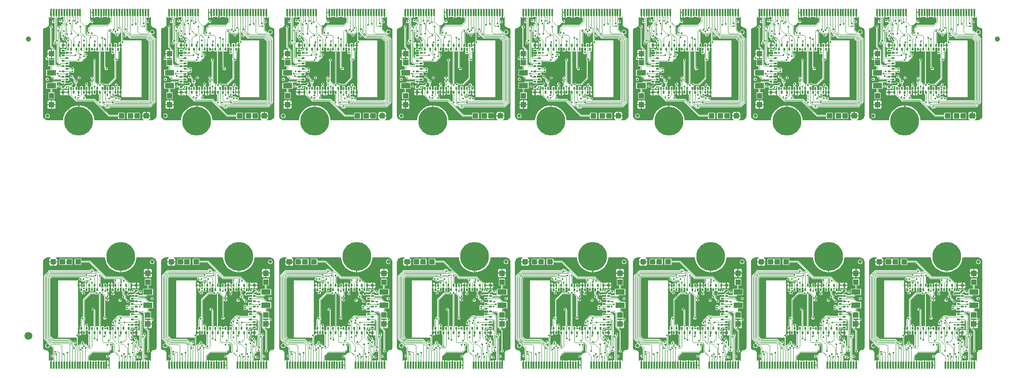
<source format=gtl>
G04 EAGLE Gerber RS-274X export*
G75*
%MOMM*%
%FSLAX34Y34*%
%LPD*%
%INTop Copper*%
%IPPOS*%
%AMOC8*
5,1,8,0,0,1.08239X$1,22.5*%
G01*
%ADD10R,0.400000X0.600000*%
%ADD11R,0.600000X0.600000*%
%ADD12R,0.600000X0.400000*%
%ADD13R,1.800000X1.000000*%
%ADD14R,1.000000X1.100000*%
%ADD15R,0.350000X1.450000*%
%ADD16C,5.500000*%
%ADD17C,0.300000*%
%ADD18R,1.100000X1.000000*%
%ADD19C,0.635000*%
%ADD20C,1.000000*%
%ADD21C,1.500000*%
%ADD22C,0.352400*%
%ADD23C,0.304800*%
%ADD24C,0.101600*%

G36*
X1368365Y12611D02*
X1368365Y12611D01*
X1368370Y12610D01*
X1368463Y12631D01*
X1368556Y12650D01*
X1368560Y12652D01*
X1368566Y12654D01*
X1368643Y12709D01*
X1368722Y12762D01*
X1368725Y12767D01*
X1368729Y12770D01*
X1368780Y12851D01*
X1368831Y12930D01*
X1368832Y12935D01*
X1368835Y12940D01*
X1368867Y13117D01*
X1368867Y22541D01*
X1370077Y22541D01*
X1370749Y22361D01*
X1370774Y22345D01*
X1370836Y22333D01*
X1370897Y22313D01*
X1370934Y22316D01*
X1370971Y22309D01*
X1371033Y22323D01*
X1371097Y22328D01*
X1371130Y22345D01*
X1371167Y22353D01*
X1371219Y22390D01*
X1371275Y22418D01*
X1371300Y22447D01*
X1371330Y22469D01*
X1371364Y22523D01*
X1371405Y22571D01*
X1371416Y22607D01*
X1371436Y22639D01*
X1371449Y22712D01*
X1371465Y22763D01*
X1371463Y22788D01*
X1371468Y22816D01*
X1371468Y27251D01*
X1371467Y27254D01*
X1371468Y27256D01*
X1371448Y27351D01*
X1371428Y27447D01*
X1371427Y27450D01*
X1371426Y27452D01*
X1371370Y27533D01*
X1371316Y27613D01*
X1371313Y27615D01*
X1371312Y27617D01*
X1371229Y27669D01*
X1371148Y27722D01*
X1371145Y27723D01*
X1371143Y27724D01*
X1371047Y27741D01*
X1370950Y27758D01*
X1370948Y27758D01*
X1370945Y27758D01*
X1370851Y27736D01*
X1370755Y27715D01*
X1370752Y27713D01*
X1370750Y27712D01*
X1370734Y27701D01*
X1368392Y27701D01*
X1366764Y29329D01*
X1366764Y31631D01*
X1368392Y33259D01*
X1370740Y33259D01*
X1370769Y33239D01*
X1370771Y33239D01*
X1370774Y33238D01*
X1370870Y33220D01*
X1370966Y33202D01*
X1370968Y33202D01*
X1370971Y33202D01*
X1371067Y33223D01*
X1371162Y33243D01*
X1371164Y33245D01*
X1371167Y33245D01*
X1371246Y33302D01*
X1371326Y33358D01*
X1371328Y33360D01*
X1371330Y33361D01*
X1371382Y33445D01*
X1371434Y33527D01*
X1371434Y33529D01*
X1371436Y33532D01*
X1371468Y33709D01*
X1371468Y35551D01*
X1371466Y35559D01*
X1371468Y35567D01*
X1371447Y35657D01*
X1371428Y35748D01*
X1371424Y35754D01*
X1371422Y35762D01*
X1371319Y35910D01*
X1370682Y36547D01*
X1370682Y45603D01*
X1370680Y45610D01*
X1370682Y45618D01*
X1370661Y45708D01*
X1370642Y45799D01*
X1370638Y45806D01*
X1370636Y45813D01*
X1370533Y45961D01*
X1365550Y50944D01*
X1365548Y50946D01*
X1365547Y50948D01*
X1365466Y51000D01*
X1365383Y51055D01*
X1365381Y51056D01*
X1365379Y51057D01*
X1365282Y51075D01*
X1365186Y51093D01*
X1365184Y51092D01*
X1365181Y51093D01*
X1365085Y51071D01*
X1364990Y51051D01*
X1364988Y51050D01*
X1364986Y51049D01*
X1364906Y50993D01*
X1364826Y50937D01*
X1364824Y50935D01*
X1364822Y50933D01*
X1364771Y50850D01*
X1364718Y50768D01*
X1364718Y50765D01*
X1364716Y50763D01*
X1364684Y50586D01*
X1364684Y48264D01*
X1362229Y45808D01*
X1358756Y45808D01*
X1356301Y48264D01*
X1356301Y51736D01*
X1358756Y54192D01*
X1361078Y54192D01*
X1361081Y54192D01*
X1361083Y54192D01*
X1361178Y54212D01*
X1361275Y54231D01*
X1361277Y54233D01*
X1361280Y54233D01*
X1361360Y54289D01*
X1361441Y54344D01*
X1361442Y54346D01*
X1361444Y54348D01*
X1361497Y54431D01*
X1361550Y54512D01*
X1361550Y54515D01*
X1361552Y54517D01*
X1361568Y54613D01*
X1361585Y54709D01*
X1361585Y54712D01*
X1361585Y54714D01*
X1361563Y54808D01*
X1361542Y54905D01*
X1361540Y54907D01*
X1361540Y54910D01*
X1361437Y55058D01*
X1355010Y61485D01*
X1353968Y62527D01*
X1353968Y184000D01*
X1355010Y185042D01*
X1362611Y192643D01*
X1363653Y193685D01*
X1440782Y193685D01*
X1440790Y193686D01*
X1440797Y193685D01*
X1440887Y193706D01*
X1440978Y193724D01*
X1440985Y193729D01*
X1440992Y193731D01*
X1441140Y193833D01*
X1443500Y196193D01*
X1447485Y196193D01*
X1451877Y191801D01*
X1451883Y191797D01*
X1451887Y191791D01*
X1451888Y191791D01*
X1451966Y191742D01*
X1452044Y191690D01*
X1452051Y191689D01*
X1452058Y191685D01*
X1452235Y191653D01*
X1456980Y191653D01*
X1456982Y191653D01*
X1456985Y191653D01*
X1457080Y191673D01*
X1457176Y191692D01*
X1457178Y191694D01*
X1457181Y191694D01*
X1457262Y191750D01*
X1457342Y191805D01*
X1457344Y191807D01*
X1457346Y191809D01*
X1457398Y191891D01*
X1457451Y191973D01*
X1457452Y191976D01*
X1457453Y191978D01*
X1457470Y192074D01*
X1457487Y192170D01*
X1457486Y192173D01*
X1457487Y192175D01*
X1457465Y192269D01*
X1457443Y192366D01*
X1457442Y192368D01*
X1457441Y192371D01*
X1457338Y192519D01*
X1441530Y208327D01*
X1441524Y208331D01*
X1441519Y208337D01*
X1441441Y208386D01*
X1441363Y208438D01*
X1441356Y208439D01*
X1441349Y208443D01*
X1441172Y208475D01*
X1426017Y208475D01*
X1426011Y208474D01*
X1426006Y208475D01*
X1425913Y208454D01*
X1425820Y208436D01*
X1425816Y208433D01*
X1425811Y208432D01*
X1425733Y208376D01*
X1425654Y208323D01*
X1425651Y208319D01*
X1425647Y208316D01*
X1425597Y208234D01*
X1425545Y208155D01*
X1425544Y208150D01*
X1425541Y208145D01*
X1425509Y207968D01*
X1425509Y204579D01*
X1424914Y203983D01*
X1413071Y203983D01*
X1412476Y204579D01*
X1412476Y215421D01*
X1413071Y216017D01*
X1424914Y216017D01*
X1425509Y215421D01*
X1425509Y212032D01*
X1425510Y212027D01*
X1425509Y212022D01*
X1425530Y211929D01*
X1425549Y211835D01*
X1425552Y211831D01*
X1425553Y211826D01*
X1425608Y211748D01*
X1425662Y211670D01*
X1425666Y211667D01*
X1425669Y211663D01*
X1425750Y211612D01*
X1425830Y211560D01*
X1425835Y211560D01*
X1425839Y211557D01*
X1426017Y211525D01*
X1442645Y211525D01*
X1471464Y182705D01*
X1471471Y182701D01*
X1471476Y182695D01*
X1471554Y182646D01*
X1471631Y182594D01*
X1471639Y182593D01*
X1471646Y182589D01*
X1471823Y182557D01*
X1504966Y182557D01*
X1506008Y181515D01*
X1515976Y171547D01*
X1517023Y170499D01*
X1517085Y170458D01*
X1517142Y170411D01*
X1517168Y170403D01*
X1517190Y170388D01*
X1517263Y170374D01*
X1517334Y170353D01*
X1517363Y170355D01*
X1517387Y170351D01*
X1517439Y170362D01*
X1517513Y170368D01*
X1518158Y170541D01*
X1519493Y170541D01*
X1519493Y165492D01*
X1519494Y165487D01*
X1519493Y165482D01*
X1519514Y165389D01*
X1519533Y165296D01*
X1519536Y165291D01*
X1519537Y165286D01*
X1519592Y165208D01*
X1519646Y165130D01*
X1519650Y165127D01*
X1519653Y165123D01*
X1519734Y165072D01*
X1519814Y165021D01*
X1519819Y165020D01*
X1519823Y165017D01*
X1519920Y164999D01*
X1519897Y164994D01*
X1519804Y164975D01*
X1519800Y164973D01*
X1519795Y164971D01*
X1519717Y164916D01*
X1519638Y164863D01*
X1519635Y164858D01*
X1519631Y164855D01*
X1519581Y164774D01*
X1519529Y164695D01*
X1519528Y164690D01*
X1519525Y164685D01*
X1519493Y164508D01*
X1519493Y159459D01*
X1519017Y159459D01*
X1519011Y159458D01*
X1519006Y159459D01*
X1518913Y159438D01*
X1518820Y159420D01*
X1518816Y159417D01*
X1518811Y159416D01*
X1518733Y159360D01*
X1518654Y159307D01*
X1518651Y159303D01*
X1518647Y159300D01*
X1518597Y159218D01*
X1518545Y159139D01*
X1518544Y159134D01*
X1518541Y159129D01*
X1518509Y158952D01*
X1518509Y153524D01*
X1518510Y153519D01*
X1518509Y153514D01*
X1518530Y153421D01*
X1518549Y153327D01*
X1518552Y153323D01*
X1518553Y153318D01*
X1518608Y153240D01*
X1518662Y153162D01*
X1518666Y153159D01*
X1518669Y153155D01*
X1518750Y153104D01*
X1518830Y153052D01*
X1518835Y153052D01*
X1518839Y153049D01*
X1519017Y153017D01*
X1520322Y153017D01*
X1520324Y153017D01*
X1520327Y153017D01*
X1520421Y153037D01*
X1520518Y153056D01*
X1520520Y153058D01*
X1520523Y153058D01*
X1520603Y153114D01*
X1520684Y153169D01*
X1520685Y153171D01*
X1520687Y153173D01*
X1520738Y153253D01*
X1520793Y153337D01*
X1520794Y153340D01*
X1520795Y153342D01*
X1520811Y153437D01*
X1520829Y153534D01*
X1520828Y153537D01*
X1520829Y153540D01*
X1520807Y153634D01*
X1520785Y153730D01*
X1520784Y153732D01*
X1520783Y153735D01*
X1520714Y153834D01*
X1520714Y156151D01*
X1522342Y157779D01*
X1524644Y157779D01*
X1525610Y156812D01*
X1525612Y156811D01*
X1525614Y156809D01*
X1525694Y156757D01*
X1525777Y156701D01*
X1525780Y156701D01*
X1525782Y156700D01*
X1525877Y156682D01*
X1525974Y156664D01*
X1525976Y156664D01*
X1525979Y156664D01*
X1526075Y156685D01*
X1526170Y156705D01*
X1526172Y156707D01*
X1526175Y156707D01*
X1526254Y156764D01*
X1526335Y156820D01*
X1526336Y156822D01*
X1526338Y156823D01*
X1526390Y156907D01*
X1526442Y156989D01*
X1526442Y156991D01*
X1526444Y156994D01*
X1526476Y157171D01*
X1526476Y157421D01*
X1527071Y158017D01*
X1533914Y158017D01*
X1534509Y157421D01*
X1534509Y152579D01*
X1533914Y151983D01*
X1531279Y151983D01*
X1531271Y151982D01*
X1531264Y151983D01*
X1531174Y151962D01*
X1531083Y151944D01*
X1531076Y151939D01*
X1531068Y151937D01*
X1530920Y151835D01*
X1528182Y149096D01*
X1527968Y148883D01*
X1527967Y148880D01*
X1527965Y148879D01*
X1527912Y148798D01*
X1527857Y148716D01*
X1527857Y148713D01*
X1527856Y148711D01*
X1527838Y148614D01*
X1527820Y148519D01*
X1527820Y148516D01*
X1527820Y148514D01*
X1527842Y148417D01*
X1527861Y148323D01*
X1527863Y148321D01*
X1527863Y148318D01*
X1527920Y148238D01*
X1527976Y148158D01*
X1527978Y148157D01*
X1527979Y148155D01*
X1528063Y148103D01*
X1528145Y148051D01*
X1528147Y148050D01*
X1528150Y148049D01*
X1528327Y148017D01*
X1533914Y148017D01*
X1534509Y147421D01*
X1534509Y147032D01*
X1534510Y147027D01*
X1534509Y147022D01*
X1534530Y146929D01*
X1534549Y146835D01*
X1534552Y146831D01*
X1534553Y146826D01*
X1534608Y146748D01*
X1534662Y146670D01*
X1534666Y146667D01*
X1534669Y146663D01*
X1534750Y146612D01*
X1534830Y146560D01*
X1534835Y146560D01*
X1534839Y146557D01*
X1535017Y146525D01*
X1541969Y146525D01*
X1541974Y146526D01*
X1541979Y146525D01*
X1542072Y146546D01*
X1542165Y146564D01*
X1542169Y146567D01*
X1542175Y146568D01*
X1542252Y146624D01*
X1542331Y146677D01*
X1542334Y146681D01*
X1542338Y146684D01*
X1542389Y146766D01*
X1542440Y146845D01*
X1542441Y146850D01*
X1542444Y146855D01*
X1542476Y147032D01*
X1542476Y157921D01*
X1543071Y158517D01*
X1550461Y158517D01*
X1550466Y158518D01*
X1550471Y158517D01*
X1550564Y158538D01*
X1550657Y158556D01*
X1550661Y158559D01*
X1550667Y158560D01*
X1550744Y158616D01*
X1550823Y158669D01*
X1550826Y158673D01*
X1550830Y158676D01*
X1550881Y158758D01*
X1550932Y158837D01*
X1550933Y158842D01*
X1550936Y158847D01*
X1550968Y159024D01*
X1550968Y164476D01*
X1550967Y164481D01*
X1550968Y164486D01*
X1550947Y164579D01*
X1550928Y164673D01*
X1550925Y164677D01*
X1550924Y164682D01*
X1550869Y164760D01*
X1550816Y164838D01*
X1550811Y164841D01*
X1550808Y164845D01*
X1550727Y164896D01*
X1550648Y164948D01*
X1550642Y164948D01*
X1550638Y164951D01*
X1550461Y164983D01*
X1547071Y164983D01*
X1546476Y165579D01*
X1546476Y177421D01*
X1547071Y178017D01*
X1557914Y178017D01*
X1558509Y177421D01*
X1558509Y165579D01*
X1557914Y164983D01*
X1554525Y164983D01*
X1554519Y164982D01*
X1554514Y164983D01*
X1554421Y164962D01*
X1554328Y164944D01*
X1554324Y164941D01*
X1554319Y164940D01*
X1554241Y164884D01*
X1554162Y164831D01*
X1554159Y164827D01*
X1554155Y164824D01*
X1554105Y164742D01*
X1554053Y164663D01*
X1554052Y164658D01*
X1554049Y164653D01*
X1554017Y164476D01*
X1554017Y159024D01*
X1554018Y159019D01*
X1554017Y159014D01*
X1554038Y158921D01*
X1554057Y158827D01*
X1554060Y158823D01*
X1554061Y158818D01*
X1554116Y158740D01*
X1554170Y158662D01*
X1554174Y158659D01*
X1554177Y158655D01*
X1554258Y158604D01*
X1554338Y158552D01*
X1554343Y158552D01*
X1554347Y158549D01*
X1554525Y158517D01*
X1561914Y158517D01*
X1562509Y157921D01*
X1562509Y147079D01*
X1561914Y146483D01*
X1552342Y146483D01*
X1552335Y146482D01*
X1552327Y146483D01*
X1552237Y146462D01*
X1552146Y146444D01*
X1552139Y146439D01*
X1552132Y146437D01*
X1551984Y146335D01*
X1549124Y143475D01*
X1535017Y143475D01*
X1535011Y143474D01*
X1535006Y143475D01*
X1534913Y143454D01*
X1534820Y143436D01*
X1534816Y143433D01*
X1534811Y143432D01*
X1534733Y143376D01*
X1534654Y143323D01*
X1534651Y143319D01*
X1534647Y143316D01*
X1534597Y143234D01*
X1534545Y143155D01*
X1534544Y143150D01*
X1534541Y143145D01*
X1534509Y142968D01*
X1534509Y142579D01*
X1534321Y142391D01*
X1534320Y142388D01*
X1534317Y142387D01*
X1534265Y142305D01*
X1534210Y142224D01*
X1534210Y142221D01*
X1534208Y142219D01*
X1534191Y142123D01*
X1534173Y142027D01*
X1534173Y142024D01*
X1534173Y142022D01*
X1534194Y141925D01*
X1534214Y141831D01*
X1534216Y141829D01*
X1534216Y141826D01*
X1534274Y141745D01*
X1534328Y141666D01*
X1534331Y141665D01*
X1534332Y141663D01*
X1534416Y141610D01*
X1534498Y141559D01*
X1534500Y141558D01*
X1534502Y141557D01*
X1534680Y141525D01*
X1547124Y141525D01*
X1554017Y134632D01*
X1554017Y134024D01*
X1554018Y134019D01*
X1554017Y134014D01*
X1554038Y133920D01*
X1554057Y133827D01*
X1554060Y133823D01*
X1554061Y133818D01*
X1554116Y133740D01*
X1554170Y133662D01*
X1554174Y133659D01*
X1554177Y133655D01*
X1554258Y133604D01*
X1554338Y133552D01*
X1554343Y133552D01*
X1554347Y133549D01*
X1554525Y133517D01*
X1561914Y133517D01*
X1562509Y132921D01*
X1562509Y122079D01*
X1561914Y121483D01*
X1554525Y121483D01*
X1554519Y121482D01*
X1554514Y121483D01*
X1554421Y121462D01*
X1554328Y121444D01*
X1554324Y121441D01*
X1554319Y121440D01*
X1554241Y121384D01*
X1554162Y121331D01*
X1554159Y121327D01*
X1554155Y121324D01*
X1554105Y121242D01*
X1554053Y121163D01*
X1554052Y121158D01*
X1554049Y121153D01*
X1554017Y120976D01*
X1554017Y115524D01*
X1554018Y115519D01*
X1554017Y115514D01*
X1554038Y115421D01*
X1554057Y115327D01*
X1554060Y115323D01*
X1554061Y115318D01*
X1554116Y115240D01*
X1554170Y115162D01*
X1554174Y115159D01*
X1554177Y115155D01*
X1554258Y115104D01*
X1554338Y115052D01*
X1554343Y115052D01*
X1554347Y115049D01*
X1554525Y115017D01*
X1557914Y115017D01*
X1558509Y114421D01*
X1558509Y103171D01*
X1558510Y103168D01*
X1558509Y103166D01*
X1558530Y103068D01*
X1558549Y102975D01*
X1558550Y102972D01*
X1558551Y102970D01*
X1558606Y102890D01*
X1558662Y102809D01*
X1558664Y102807D01*
X1558665Y102805D01*
X1558747Y102753D01*
X1558830Y102700D01*
X1558832Y102699D01*
X1558835Y102698D01*
X1558930Y102681D01*
X1559027Y102664D01*
X1559030Y102664D01*
X1559032Y102664D01*
X1559126Y102686D01*
X1559223Y102707D01*
X1559225Y102709D01*
X1559227Y102710D01*
X1559327Y102779D01*
X1561644Y102779D01*
X1563271Y101151D01*
X1563271Y98849D01*
X1561644Y97221D01*
X1560541Y97221D01*
X1560535Y97220D01*
X1560530Y97221D01*
X1560437Y97200D01*
X1560344Y97182D01*
X1560340Y97179D01*
X1560335Y97178D01*
X1560257Y97122D01*
X1560178Y97069D01*
X1560175Y97065D01*
X1560171Y97062D01*
X1560121Y96980D01*
X1560069Y96901D01*
X1560068Y96896D01*
X1560065Y96891D01*
X1560033Y96714D01*
X1560033Y92515D01*
X1553508Y92515D01*
X1553508Y99541D01*
X1557207Y99541D01*
X1557212Y99542D01*
X1557217Y99541D01*
X1557310Y99562D01*
X1557403Y99580D01*
X1557407Y99583D01*
X1557413Y99584D01*
X1557490Y99640D01*
X1557569Y99693D01*
X1557572Y99697D01*
X1557576Y99700D01*
X1557627Y99782D01*
X1557678Y99861D01*
X1557679Y99866D01*
X1557682Y99871D01*
X1557714Y100048D01*
X1557714Y101167D01*
X1557737Y101203D01*
X1557791Y101284D01*
X1557792Y101287D01*
X1557793Y101289D01*
X1557810Y101385D01*
X1557829Y101481D01*
X1557828Y101484D01*
X1557829Y101486D01*
X1557807Y101582D01*
X1557787Y101677D01*
X1557786Y101679D01*
X1557785Y101682D01*
X1557728Y101762D01*
X1557673Y101842D01*
X1557671Y101843D01*
X1557669Y101845D01*
X1557585Y101898D01*
X1557504Y101949D01*
X1557501Y101950D01*
X1557499Y101951D01*
X1557322Y101983D01*
X1548001Y101983D01*
X1547995Y101982D01*
X1547990Y101983D01*
X1547897Y101962D01*
X1547804Y101944D01*
X1547800Y101941D01*
X1547795Y101940D01*
X1547717Y101884D01*
X1547638Y101831D01*
X1547635Y101827D01*
X1547631Y101824D01*
X1547581Y101742D01*
X1547529Y101663D01*
X1547528Y101658D01*
X1547525Y101653D01*
X1547493Y101476D01*
X1547493Y100048D01*
X1547494Y100043D01*
X1547493Y100038D01*
X1547514Y99945D01*
X1547533Y99851D01*
X1547536Y99847D01*
X1547537Y99842D01*
X1547592Y99764D01*
X1547646Y99686D01*
X1547650Y99683D01*
X1547653Y99679D01*
X1547734Y99628D01*
X1547814Y99576D01*
X1547819Y99576D01*
X1547823Y99573D01*
X1548001Y99541D01*
X1551477Y99541D01*
X1551477Y92008D01*
X1551478Y92003D01*
X1551477Y91998D01*
X1551498Y91905D01*
X1551517Y91812D01*
X1551520Y91807D01*
X1551521Y91802D01*
X1551576Y91724D01*
X1551630Y91646D01*
X1551634Y91643D01*
X1551637Y91639D01*
X1551718Y91588D01*
X1551798Y91537D01*
X1551803Y91536D01*
X1551807Y91533D01*
X1551985Y91501D01*
X1552493Y91501D01*
X1552493Y91499D01*
X1551985Y91499D01*
X1551980Y91498D01*
X1551974Y91499D01*
X1551881Y91478D01*
X1551788Y91460D01*
X1551784Y91457D01*
X1551779Y91455D01*
X1551701Y91400D01*
X1551622Y91347D01*
X1551619Y91343D01*
X1551615Y91339D01*
X1551565Y91258D01*
X1551513Y91179D01*
X1551512Y91174D01*
X1551509Y91169D01*
X1551477Y90992D01*
X1551477Y83459D01*
X1551259Y83459D01*
X1551256Y83459D01*
X1551254Y83459D01*
X1551159Y83439D01*
X1551062Y83420D01*
X1551060Y83418D01*
X1551058Y83418D01*
X1550977Y83362D01*
X1550897Y83307D01*
X1550895Y83305D01*
X1550893Y83303D01*
X1550840Y83220D01*
X1550787Y83139D01*
X1550787Y83136D01*
X1550786Y83134D01*
X1550769Y83038D01*
X1550752Y82942D01*
X1550752Y82939D01*
X1550752Y82937D01*
X1550774Y82842D01*
X1550795Y82746D01*
X1550797Y82744D01*
X1550798Y82741D01*
X1550900Y82593D01*
X1554693Y78800D01*
X1554693Y42615D01*
X1554695Y42607D01*
X1554694Y42600D01*
X1554715Y42510D01*
X1554733Y42419D01*
X1554737Y42412D01*
X1554739Y42404D01*
X1554842Y42256D01*
X1555947Y41151D01*
X1555947Y38849D01*
X1554320Y37221D01*
X1552018Y37221D01*
X1550390Y38849D01*
X1550390Y41151D01*
X1551495Y42256D01*
X1551500Y42263D01*
X1551506Y42268D01*
X1551555Y42346D01*
X1551606Y42423D01*
X1551608Y42431D01*
X1551612Y42438D01*
X1551644Y42615D01*
X1551644Y77327D01*
X1551642Y77335D01*
X1551644Y77343D01*
X1551623Y77432D01*
X1551604Y77524D01*
X1551600Y77530D01*
X1551598Y77538D01*
X1551495Y77686D01*
X1544444Y84737D01*
X1544444Y110682D01*
X1544442Y110690D01*
X1544444Y110698D01*
X1544423Y110788D01*
X1544404Y110879D01*
X1544400Y110885D01*
X1544398Y110893D01*
X1544295Y111041D01*
X1542010Y113327D01*
X1542003Y113331D01*
X1541998Y113337D01*
X1541920Y113386D01*
X1541843Y113438D01*
X1541835Y113439D01*
X1541828Y113443D01*
X1541651Y113475D01*
X1535017Y113475D01*
X1535011Y113474D01*
X1535006Y113475D01*
X1534913Y113454D01*
X1534820Y113436D01*
X1534816Y113433D01*
X1534811Y113432D01*
X1534733Y113376D01*
X1534654Y113323D01*
X1534651Y113319D01*
X1534647Y113316D01*
X1534597Y113234D01*
X1534545Y113155D01*
X1534544Y113150D01*
X1534541Y113145D01*
X1534509Y112968D01*
X1534509Y112579D01*
X1534321Y112391D01*
X1534320Y112388D01*
X1534317Y112387D01*
X1534265Y112306D01*
X1534210Y112224D01*
X1534210Y112221D01*
X1534208Y112219D01*
X1534191Y112123D01*
X1534173Y112027D01*
X1534173Y112024D01*
X1534173Y112022D01*
X1534194Y111925D01*
X1534214Y111831D01*
X1534216Y111829D01*
X1534216Y111826D01*
X1534274Y111745D01*
X1534328Y111666D01*
X1534331Y111665D01*
X1534332Y111663D01*
X1534416Y111610D01*
X1534498Y111559D01*
X1534500Y111558D01*
X1534502Y111557D01*
X1534680Y111525D01*
X1537124Y111525D01*
X1542017Y106632D01*
X1542017Y70406D01*
X1542018Y70401D01*
X1542017Y70396D01*
X1542038Y70303D01*
X1542057Y70209D01*
X1542060Y70205D01*
X1542061Y70200D01*
X1542116Y70122D01*
X1542170Y70044D01*
X1542174Y70041D01*
X1542177Y70037D01*
X1542258Y69986D01*
X1542338Y69934D01*
X1542343Y69934D01*
X1542347Y69931D01*
X1542525Y69899D01*
X1542787Y69899D01*
X1542792Y69900D01*
X1542797Y69899D01*
X1542890Y69920D01*
X1542983Y69938D01*
X1542987Y69941D01*
X1542993Y69942D01*
X1543070Y69998D01*
X1543149Y70051D01*
X1543152Y70055D01*
X1543156Y70058D01*
X1543207Y70140D01*
X1543258Y70219D01*
X1543259Y70224D01*
X1543262Y70229D01*
X1543294Y70406D01*
X1543294Y72271D01*
X1544922Y73899D01*
X1547224Y73899D01*
X1548851Y72271D01*
X1548851Y69969D01*
X1547682Y68800D01*
X1547678Y68793D01*
X1547671Y68788D01*
X1547622Y68710D01*
X1547571Y68633D01*
X1547569Y68625D01*
X1547565Y68618D01*
X1547533Y68441D01*
X1547533Y65127D01*
X1546698Y64292D01*
X1546694Y64285D01*
X1546687Y64281D01*
X1546638Y64202D01*
X1546587Y64125D01*
X1546585Y64117D01*
X1546581Y64111D01*
X1546549Y63933D01*
X1546549Y32761D01*
X1546550Y32758D01*
X1546549Y32756D01*
X1546569Y32662D01*
X1546589Y32565D01*
X1546590Y32562D01*
X1546591Y32560D01*
X1546647Y32480D01*
X1546702Y32399D01*
X1546704Y32397D01*
X1546705Y32395D01*
X1546789Y32342D01*
X1546870Y32290D01*
X1546872Y32289D01*
X1546874Y32288D01*
X1546970Y32271D01*
X1547067Y32254D01*
X1547070Y32254D01*
X1547072Y32254D01*
X1547165Y32276D01*
X1547263Y32297D01*
X1547265Y32299D01*
X1547267Y32300D01*
X1547415Y32402D01*
X1547462Y32449D01*
X1549764Y32449D01*
X1551391Y30821D01*
X1551391Y28519D01*
X1549764Y26891D01*
X1547462Y26891D01*
X1547415Y26938D01*
X1547413Y26939D01*
X1547412Y26941D01*
X1547331Y26994D01*
X1547248Y27049D01*
X1547246Y27049D01*
X1547244Y27050D01*
X1547147Y27068D01*
X1547051Y27086D01*
X1547049Y27086D01*
X1547046Y27086D01*
X1546949Y27064D01*
X1546855Y27045D01*
X1546853Y27043D01*
X1546851Y27043D01*
X1546771Y26986D01*
X1546691Y26930D01*
X1546689Y26928D01*
X1546687Y26927D01*
X1546635Y26843D01*
X1546583Y26761D01*
X1546583Y26759D01*
X1546581Y26756D01*
X1546549Y26579D01*
X1546549Y24750D01*
X1546551Y24742D01*
X1546550Y24734D01*
X1546571Y24644D01*
X1546589Y24553D01*
X1546593Y24547D01*
X1546595Y24539D01*
X1546698Y24391D01*
X1549010Y22078D01*
X1549017Y22074D01*
X1549021Y22068D01*
X1549057Y22046D01*
X1549073Y22029D01*
X1549113Y22010D01*
X1549177Y21967D01*
X1549185Y21966D01*
X1549191Y21962D01*
X1549233Y21955D01*
X1549255Y21945D01*
X1549302Y21944D01*
X1549374Y21930D01*
X1549381Y21931D01*
X1549389Y21930D01*
X1549428Y21940D01*
X1549455Y21939D01*
X1549511Y21959D01*
X1549570Y21971D01*
X1549576Y21976D01*
X1549584Y21977D01*
X1549605Y21993D01*
X1549625Y22000D01*
X1550262Y22368D01*
X1550908Y22541D01*
X1552118Y22541D01*
X1552118Y13117D01*
X1552119Y13112D01*
X1552118Y13107D01*
X1552139Y13014D01*
X1552158Y12921D01*
X1552161Y12916D01*
X1552162Y12911D01*
X1552217Y12833D01*
X1552271Y12755D01*
X1552275Y12752D01*
X1552278Y12748D01*
X1552359Y12697D01*
X1552439Y12646D01*
X1552444Y12645D01*
X1552448Y12642D01*
X1552626Y12610D01*
X1553360Y12610D01*
X1553365Y12611D01*
X1553370Y12610D01*
X1553463Y12631D01*
X1553556Y12650D01*
X1553560Y12652D01*
X1553566Y12654D01*
X1553643Y12709D01*
X1553722Y12762D01*
X1553725Y12767D01*
X1553729Y12770D01*
X1553780Y12851D01*
X1553831Y12930D01*
X1553832Y12935D01*
X1553835Y12940D01*
X1553867Y13117D01*
X1553867Y22541D01*
X1555077Y22541D01*
X1555723Y22368D01*
X1556303Y22033D01*
X1556776Y21560D01*
X1557017Y21141D01*
X1557063Y21090D01*
X1557102Y21033D01*
X1557129Y21015D01*
X1557150Y20991D01*
X1557212Y20961D01*
X1557270Y20924D01*
X1557301Y20918D01*
X1557330Y20904D01*
X1557399Y20900D01*
X1557467Y20888D01*
X1557498Y20895D01*
X1557530Y20893D01*
X1557595Y20917D01*
X1557663Y20932D01*
X1557689Y20950D01*
X1557719Y20961D01*
X1557770Y21008D01*
X1557826Y21048D01*
X1557843Y21075D01*
X1557867Y21097D01*
X1557896Y21159D01*
X1557932Y21218D01*
X1557938Y21252D01*
X1557950Y21279D01*
X1557952Y21329D01*
X1557964Y21395D01*
X1557964Y34078D01*
X1557963Y34081D01*
X1557964Y34084D01*
X1557948Y34158D01*
X1557964Y35012D01*
X1557963Y35017D01*
X1557964Y35022D01*
X1557964Y35868D01*
X1557981Y35955D01*
X1557996Y36769D01*
X1559700Y39797D01*
X1562636Y41653D01*
X1563485Y41713D01*
X1563579Y41738D01*
X1563627Y41751D01*
X1564299Y41770D01*
X1564309Y41772D01*
X1564321Y41771D01*
X1564369Y41774D01*
X1564534Y41786D01*
X1564553Y41791D01*
X1564576Y41791D01*
X1565475Y41931D01*
X1565480Y41932D01*
X1565486Y41932D01*
X1565655Y41995D01*
X1567330Y42983D01*
X1567358Y43008D01*
X1567392Y43026D01*
X1567440Y43081D01*
X1567479Y43117D01*
X1567490Y43140D01*
X1567510Y43162D01*
X1568498Y44838D01*
X1568500Y44843D01*
X1568503Y44847D01*
X1568562Y45017D01*
X1568712Y45980D01*
X1568710Y46016D01*
X1568718Y46058D01*
X1568718Y209949D01*
X1568711Y209983D01*
X1568712Y210025D01*
X1568409Y212014D01*
X1568407Y212020D01*
X1568407Y212026D01*
X1568377Y212107D01*
X1568368Y212149D01*
X1568355Y212168D01*
X1568345Y212195D01*
X1566316Y215644D01*
X1566291Y215672D01*
X1566273Y215706D01*
X1566218Y215754D01*
X1566182Y215793D01*
X1566159Y215804D01*
X1566136Y215824D01*
X1562688Y217852D01*
X1562682Y217854D01*
X1562677Y217858D01*
X1562643Y217870D01*
X1562617Y217886D01*
X1562569Y217895D01*
X1562507Y217916D01*
X1560518Y218219D01*
X1560483Y218218D01*
X1560442Y218225D01*
X1530977Y218225D01*
X1530901Y218210D01*
X1530824Y218202D01*
X1530803Y218190D01*
X1530780Y218186D01*
X1530716Y218142D01*
X1530649Y218105D01*
X1530634Y218086D01*
X1530614Y218073D01*
X1530572Y218008D01*
X1530524Y217947D01*
X1530517Y217923D01*
X1530505Y217905D01*
X1530495Y217851D01*
X1530473Y217775D01*
X1530156Y214960D01*
X1529405Y211671D01*
X1528290Y208486D01*
X1526826Y205446D01*
X1525031Y202589D01*
X1522928Y199951D01*
X1520542Y197565D01*
X1517904Y195461D01*
X1515047Y193666D01*
X1512007Y192202D01*
X1508822Y191088D01*
X1505533Y190337D01*
X1502180Y189959D01*
X1501508Y189959D01*
X1501508Y217718D01*
X1501507Y217723D01*
X1501508Y217728D01*
X1501487Y217821D01*
X1501468Y217915D01*
X1501465Y217919D01*
X1501464Y217924D01*
X1501409Y218002D01*
X1501356Y218080D01*
X1501351Y218083D01*
X1501348Y218087D01*
X1501267Y218138D01*
X1501187Y218190D01*
X1501182Y218190D01*
X1501178Y218193D01*
X1501001Y218225D01*
X1499985Y218225D01*
X1499979Y218224D01*
X1499974Y218225D01*
X1499881Y218204D01*
X1499788Y218186D01*
X1499784Y218183D01*
X1499779Y218182D01*
X1499701Y218126D01*
X1499622Y218073D01*
X1499619Y218069D01*
X1499615Y218066D01*
X1499565Y217984D01*
X1499513Y217905D01*
X1499512Y217900D01*
X1499509Y217895D01*
X1499477Y217718D01*
X1499477Y189959D01*
X1498806Y189959D01*
X1495453Y190337D01*
X1492163Y191088D01*
X1488979Y192202D01*
X1485938Y193666D01*
X1483081Y195461D01*
X1480444Y197565D01*
X1478058Y199951D01*
X1475954Y202589D01*
X1474159Y205446D01*
X1472695Y208486D01*
X1471580Y211671D01*
X1470830Y214960D01*
X1470513Y217775D01*
X1470489Y217848D01*
X1470472Y217924D01*
X1470458Y217943D01*
X1470451Y217966D01*
X1470401Y218024D01*
X1470356Y218087D01*
X1470336Y218100D01*
X1470321Y218118D01*
X1470252Y218152D01*
X1470186Y218193D01*
X1470161Y218198D01*
X1470141Y218208D01*
X1470087Y218211D01*
X1470008Y218225D01*
X1377013Y218225D01*
X1376945Y218212D01*
X1376876Y218207D01*
X1376848Y218192D01*
X1376816Y218186D01*
X1376759Y218147D01*
X1376698Y218116D01*
X1376677Y218091D01*
X1376650Y218073D01*
X1376613Y218015D01*
X1376568Y217963D01*
X1376559Y217932D01*
X1376541Y217905D01*
X1376529Y217837D01*
X1376508Y217771D01*
X1376511Y217739D01*
X1376506Y217708D01*
X1376521Y217640D01*
X1376527Y217572D01*
X1376542Y217544D01*
X1376549Y217512D01*
X1376589Y217456D01*
X1376622Y217395D01*
X1376648Y217373D01*
X1376665Y217349D01*
X1376708Y217322D01*
X1376759Y217279D01*
X1377704Y216733D01*
X1378456Y215981D01*
X1378988Y215060D01*
X1379263Y214032D01*
X1379263Y211015D01*
X1372231Y211015D01*
X1372226Y211014D01*
X1372220Y211015D01*
X1372127Y210994D01*
X1372034Y210976D01*
X1372030Y210973D01*
X1372025Y210971D01*
X1371947Y210916D01*
X1371868Y210863D01*
X1371866Y210859D01*
X1371861Y210855D01*
X1371811Y210774D01*
X1371759Y210695D01*
X1371758Y210690D01*
X1371755Y210685D01*
X1371723Y210508D01*
X1371723Y209999D01*
X1371722Y209999D01*
X1371722Y210508D01*
X1371721Y210513D01*
X1371722Y210518D01*
X1371701Y210611D01*
X1371682Y210704D01*
X1371679Y210709D01*
X1371678Y210714D01*
X1371623Y210791D01*
X1371569Y210870D01*
X1371565Y210873D01*
X1371562Y210877D01*
X1371481Y210928D01*
X1371401Y210979D01*
X1371396Y210980D01*
X1371392Y210983D01*
X1371214Y211015D01*
X1364182Y211015D01*
X1364182Y214032D01*
X1364457Y215060D01*
X1364989Y215981D01*
X1365741Y216733D01*
X1366686Y217279D01*
X1366738Y217324D01*
X1366795Y217363D01*
X1366812Y217390D01*
X1366836Y217411D01*
X1366867Y217473D01*
X1366904Y217531D01*
X1366910Y217563D01*
X1366924Y217592D01*
X1366927Y217661D01*
X1366940Y217728D01*
X1366933Y217760D01*
X1366934Y217792D01*
X1366911Y217857D01*
X1366896Y217924D01*
X1366877Y217950D01*
X1366867Y217981D01*
X1366820Y218031D01*
X1366780Y218087D01*
X1366753Y218104D01*
X1366731Y218128D01*
X1366668Y218157D01*
X1366610Y218193D01*
X1366576Y218199D01*
X1366549Y218212D01*
X1366498Y218213D01*
X1366432Y218225D01*
X1360544Y218225D01*
X1360509Y218218D01*
X1360467Y218219D01*
X1358478Y217916D01*
X1358473Y217914D01*
X1358467Y217914D01*
X1358297Y217852D01*
X1354849Y215824D01*
X1354820Y215798D01*
X1354786Y215780D01*
X1354739Y215725D01*
X1354700Y215690D01*
X1354689Y215666D01*
X1354669Y215644D01*
X1352640Y212195D01*
X1352639Y212189D01*
X1352635Y212185D01*
X1352623Y212152D01*
X1352609Y212130D01*
X1352602Y212090D01*
X1352576Y212014D01*
X1352273Y210025D01*
X1352275Y209990D01*
X1352267Y209949D01*
X1352267Y46058D01*
X1352274Y46023D01*
X1352273Y45980D01*
X1352423Y45017D01*
X1352425Y45012D01*
X1352425Y45007D01*
X1352487Y44838D01*
X1353476Y43162D01*
X1353501Y43134D01*
X1353518Y43101D01*
X1353574Y43053D01*
X1353610Y43013D01*
X1353633Y43002D01*
X1353655Y42983D01*
X1355330Y41995D01*
X1355335Y41993D01*
X1355340Y41989D01*
X1355510Y41931D01*
X1356385Y41794D01*
X1356403Y41795D01*
X1356423Y41790D01*
X1356634Y41773D01*
X1356653Y41772D01*
X1356665Y41773D01*
X1356679Y41770D01*
X1357327Y41752D01*
X1357330Y41750D01*
X1357335Y41748D01*
X1357339Y41745D01*
X1357381Y41736D01*
X1357504Y41704D01*
X1358355Y41636D01*
X1361268Y39780D01*
X1362972Y36776D01*
X1362995Y35959D01*
X1362995Y35958D01*
X1363017Y35865D01*
X1363021Y35845D01*
X1363021Y35033D01*
X1363023Y35026D01*
X1363022Y35018D01*
X1363044Y34217D01*
X1363021Y34091D01*
X1363021Y21395D01*
X1363035Y21327D01*
X1363040Y21259D01*
X1363055Y21230D01*
X1363061Y21199D01*
X1363100Y21141D01*
X1363131Y21080D01*
X1363155Y21059D01*
X1363174Y21033D01*
X1363231Y20995D01*
X1363284Y20951D01*
X1363315Y20941D01*
X1363342Y20924D01*
X1363409Y20911D01*
X1363475Y20891D01*
X1363507Y20894D01*
X1363539Y20888D01*
X1363606Y20903D01*
X1363675Y20909D01*
X1363703Y20925D01*
X1363735Y20932D01*
X1363791Y20972D01*
X1363852Y21004D01*
X1363874Y21030D01*
X1363898Y21048D01*
X1363925Y21090D01*
X1363968Y21141D01*
X1364210Y21560D01*
X1364683Y22033D01*
X1365262Y22368D01*
X1365908Y22541D01*
X1367118Y22541D01*
X1367118Y13117D01*
X1367119Y13112D01*
X1367118Y13107D01*
X1367139Y13014D01*
X1367158Y12921D01*
X1367161Y12916D01*
X1367162Y12911D01*
X1367217Y12833D01*
X1367271Y12755D01*
X1367275Y12752D01*
X1367278Y12748D01*
X1367359Y12697D01*
X1367439Y12646D01*
X1367444Y12645D01*
X1367448Y12642D01*
X1367626Y12610D01*
X1368360Y12610D01*
X1368365Y12611D01*
G37*
G36*
X1143270Y12611D02*
X1143270Y12611D01*
X1143275Y12610D01*
X1143368Y12631D01*
X1143461Y12650D01*
X1143466Y12652D01*
X1143471Y12654D01*
X1143549Y12709D01*
X1143627Y12762D01*
X1143630Y12767D01*
X1143634Y12770D01*
X1143685Y12851D01*
X1143736Y12930D01*
X1143737Y12935D01*
X1143740Y12940D01*
X1143772Y13117D01*
X1143772Y22541D01*
X1144982Y22541D01*
X1145654Y22361D01*
X1145679Y22345D01*
X1145742Y22333D01*
X1145802Y22313D01*
X1145839Y22316D01*
X1145876Y22309D01*
X1145938Y22323D01*
X1146002Y22328D01*
X1146035Y22345D01*
X1146072Y22353D01*
X1146124Y22390D01*
X1146181Y22418D01*
X1146205Y22447D01*
X1146235Y22469D01*
X1146269Y22523D01*
X1146310Y22571D01*
X1146321Y22607D01*
X1146341Y22639D01*
X1146354Y22712D01*
X1146370Y22763D01*
X1146368Y22788D01*
X1146373Y22816D01*
X1146373Y27251D01*
X1146373Y27254D01*
X1146373Y27256D01*
X1146353Y27351D01*
X1146333Y27447D01*
X1146332Y27450D01*
X1146331Y27452D01*
X1146276Y27533D01*
X1146221Y27613D01*
X1146219Y27615D01*
X1146217Y27617D01*
X1146135Y27669D01*
X1146053Y27722D01*
X1146050Y27723D01*
X1146048Y27724D01*
X1145952Y27741D01*
X1145856Y27758D01*
X1145853Y27758D01*
X1145850Y27758D01*
X1145756Y27736D01*
X1145660Y27715D01*
X1145658Y27713D01*
X1145655Y27712D01*
X1145639Y27701D01*
X1143297Y27701D01*
X1141669Y29329D01*
X1141669Y31631D01*
X1143297Y33259D01*
X1145645Y33259D01*
X1145674Y33239D01*
X1145677Y33239D01*
X1145679Y33238D01*
X1145776Y33220D01*
X1145871Y33202D01*
X1145873Y33202D01*
X1145876Y33202D01*
X1145972Y33223D01*
X1146067Y33243D01*
X1146069Y33245D01*
X1146072Y33245D01*
X1146151Y33302D01*
X1146232Y33358D01*
X1146233Y33360D01*
X1146235Y33361D01*
X1146287Y33445D01*
X1146339Y33527D01*
X1146340Y33529D01*
X1146341Y33532D01*
X1146373Y33709D01*
X1146373Y35551D01*
X1146372Y35559D01*
X1146373Y35567D01*
X1146352Y35657D01*
X1146333Y35748D01*
X1146329Y35754D01*
X1146327Y35762D01*
X1146225Y35910D01*
X1145587Y36547D01*
X1145587Y45603D01*
X1145586Y45610D01*
X1145587Y45618D01*
X1145566Y45708D01*
X1145547Y45799D01*
X1145543Y45806D01*
X1145541Y45813D01*
X1145439Y45961D01*
X1140455Y50944D01*
X1140453Y50946D01*
X1140452Y50948D01*
X1140371Y51000D01*
X1140289Y51055D01*
X1140286Y51056D01*
X1140284Y51057D01*
X1140188Y51075D01*
X1140092Y51093D01*
X1140089Y51092D01*
X1140086Y51093D01*
X1139990Y51071D01*
X1139896Y51051D01*
X1139893Y51050D01*
X1139891Y51049D01*
X1139811Y50993D01*
X1139731Y50937D01*
X1139729Y50935D01*
X1139727Y50933D01*
X1139676Y50850D01*
X1139623Y50768D01*
X1139623Y50765D01*
X1139622Y50763D01*
X1139590Y50586D01*
X1139590Y48264D01*
X1137134Y45808D01*
X1133662Y45808D01*
X1131206Y48264D01*
X1131206Y51736D01*
X1133662Y54192D01*
X1135984Y54192D01*
X1135986Y54192D01*
X1135989Y54192D01*
X1136084Y54212D01*
X1136180Y54231D01*
X1136182Y54233D01*
X1136185Y54233D01*
X1136265Y54289D01*
X1136346Y54344D01*
X1136347Y54346D01*
X1136349Y54348D01*
X1136403Y54431D01*
X1136455Y54512D01*
X1136456Y54515D01*
X1136457Y54517D01*
X1136473Y54613D01*
X1136491Y54709D01*
X1136490Y54712D01*
X1136491Y54714D01*
X1136469Y54808D01*
X1136447Y54905D01*
X1136446Y54907D01*
X1136445Y54910D01*
X1136342Y55058D01*
X1129915Y61485D01*
X1128873Y62527D01*
X1128873Y184000D01*
X1129915Y185042D01*
X1137516Y192643D01*
X1138558Y193685D01*
X1215687Y193685D01*
X1215695Y193686D01*
X1215702Y193685D01*
X1215792Y193706D01*
X1215884Y193724D01*
X1215890Y193729D01*
X1215898Y193731D01*
X1216046Y193833D01*
X1218405Y196193D01*
X1222390Y196193D01*
X1226782Y191801D01*
X1226788Y191797D01*
X1226792Y191791D01*
X1226793Y191791D01*
X1226872Y191742D01*
X1226949Y191690D01*
X1226957Y191689D01*
X1226963Y191685D01*
X1227141Y191653D01*
X1231885Y191653D01*
X1231888Y191653D01*
X1231890Y191653D01*
X1231985Y191673D01*
X1232082Y191692D01*
X1232084Y191694D01*
X1232086Y191694D01*
X1232167Y191750D01*
X1232247Y191805D01*
X1232249Y191807D01*
X1232251Y191809D01*
X1232303Y191891D01*
X1232357Y191973D01*
X1232357Y191976D01*
X1232358Y191978D01*
X1232375Y192074D01*
X1232392Y192170D01*
X1232392Y192173D01*
X1232392Y192175D01*
X1232370Y192269D01*
X1232349Y192366D01*
X1232347Y192368D01*
X1232346Y192371D01*
X1232244Y192519D01*
X1216436Y208327D01*
X1216429Y208331D01*
X1216425Y208337D01*
X1216346Y208386D01*
X1216269Y208438D01*
X1216261Y208439D01*
X1216254Y208443D01*
X1216077Y208475D01*
X1200922Y208475D01*
X1200917Y208474D01*
X1200911Y208475D01*
X1200818Y208454D01*
X1200725Y208436D01*
X1200721Y208433D01*
X1200716Y208432D01*
X1200638Y208376D01*
X1200559Y208323D01*
X1200557Y208319D01*
X1200552Y208316D01*
X1200502Y208234D01*
X1200450Y208155D01*
X1200449Y208150D01*
X1200447Y208145D01*
X1200415Y207968D01*
X1200415Y204579D01*
X1199819Y203983D01*
X1187977Y203983D01*
X1187381Y204579D01*
X1187381Y215421D01*
X1187977Y216017D01*
X1199819Y216017D01*
X1200415Y215421D01*
X1200415Y212032D01*
X1200416Y212027D01*
X1200415Y212022D01*
X1200435Y211929D01*
X1200454Y211835D01*
X1200457Y211831D01*
X1200458Y211826D01*
X1200513Y211748D01*
X1200567Y211670D01*
X1200571Y211667D01*
X1200574Y211663D01*
X1200656Y211612D01*
X1200735Y211560D01*
X1200740Y211560D01*
X1200744Y211557D01*
X1200922Y211525D01*
X1217550Y211525D01*
X1246370Y182705D01*
X1246376Y182701D01*
X1246381Y182695D01*
X1246459Y182646D01*
X1246537Y182594D01*
X1246544Y182593D01*
X1246551Y182589D01*
X1246728Y182557D01*
X1279871Y182557D01*
X1280913Y181515D01*
X1290881Y171547D01*
X1291929Y170499D01*
X1291990Y170458D01*
X1292047Y170411D01*
X1292073Y170403D01*
X1292096Y170388D01*
X1292168Y170374D01*
X1292239Y170353D01*
X1292268Y170355D01*
X1292292Y170351D01*
X1292345Y170362D01*
X1292419Y170368D01*
X1293063Y170541D01*
X1294399Y170541D01*
X1294399Y165492D01*
X1294400Y165487D01*
X1294399Y165482D01*
X1294419Y165389D01*
X1294438Y165296D01*
X1294441Y165291D01*
X1294442Y165286D01*
X1294497Y165208D01*
X1294551Y165130D01*
X1294555Y165127D01*
X1294558Y165123D01*
X1294640Y165072D01*
X1294719Y165021D01*
X1294724Y165020D01*
X1294728Y165017D01*
X1294826Y164999D01*
X1294802Y164994D01*
X1294709Y164975D01*
X1294705Y164973D01*
X1294700Y164971D01*
X1294622Y164916D01*
X1294543Y164863D01*
X1294541Y164858D01*
X1294536Y164855D01*
X1294486Y164774D01*
X1294434Y164695D01*
X1294433Y164690D01*
X1294431Y164685D01*
X1294399Y164508D01*
X1294399Y159459D01*
X1293922Y159459D01*
X1293917Y159458D01*
X1293911Y159459D01*
X1293818Y159438D01*
X1293725Y159420D01*
X1293721Y159417D01*
X1293716Y159416D01*
X1293638Y159360D01*
X1293559Y159307D01*
X1293557Y159303D01*
X1293552Y159300D01*
X1293502Y159218D01*
X1293450Y159139D01*
X1293449Y159134D01*
X1293447Y159129D01*
X1293415Y158952D01*
X1293415Y153524D01*
X1293416Y153519D01*
X1293415Y153514D01*
X1293435Y153421D01*
X1293454Y153327D01*
X1293457Y153323D01*
X1293458Y153318D01*
X1293513Y153240D01*
X1293567Y153162D01*
X1293571Y153159D01*
X1293574Y153155D01*
X1293656Y153104D01*
X1293735Y153052D01*
X1293740Y153052D01*
X1293744Y153049D01*
X1293922Y153017D01*
X1295227Y153017D01*
X1295229Y153017D01*
X1295232Y153017D01*
X1295327Y153037D01*
X1295423Y153056D01*
X1295425Y153058D01*
X1295428Y153058D01*
X1295508Y153114D01*
X1295589Y153169D01*
X1295591Y153171D01*
X1295593Y153173D01*
X1295644Y153253D01*
X1295698Y153337D01*
X1295699Y153340D01*
X1295700Y153342D01*
X1295716Y153437D01*
X1295734Y153534D01*
X1295733Y153537D01*
X1295734Y153540D01*
X1295712Y153634D01*
X1295690Y153730D01*
X1295689Y153732D01*
X1295688Y153735D01*
X1295619Y153834D01*
X1295619Y156151D01*
X1297247Y157779D01*
X1299549Y157779D01*
X1300515Y156812D01*
X1300517Y156811D01*
X1300519Y156809D01*
X1300599Y156757D01*
X1300682Y156701D01*
X1300685Y156701D01*
X1300687Y156700D01*
X1300783Y156682D01*
X1300879Y156664D01*
X1300882Y156664D01*
X1300884Y156664D01*
X1300981Y156685D01*
X1301075Y156705D01*
X1301077Y156707D01*
X1301080Y156707D01*
X1301159Y156764D01*
X1301240Y156820D01*
X1301241Y156822D01*
X1301243Y156823D01*
X1301295Y156907D01*
X1301347Y156989D01*
X1301348Y156991D01*
X1301349Y156994D01*
X1301381Y157171D01*
X1301381Y157421D01*
X1301977Y158017D01*
X1308819Y158017D01*
X1309415Y157421D01*
X1309415Y152579D01*
X1308819Y151983D01*
X1306184Y151983D01*
X1306177Y151982D01*
X1306169Y151983D01*
X1306079Y151962D01*
X1305988Y151944D01*
X1305981Y151939D01*
X1305974Y151937D01*
X1305826Y151835D01*
X1303087Y149096D01*
X1302874Y148883D01*
X1302872Y148880D01*
X1302870Y148879D01*
X1302817Y148798D01*
X1302763Y148716D01*
X1302762Y148713D01*
X1302761Y148711D01*
X1302743Y148614D01*
X1302725Y148519D01*
X1302726Y148516D01*
X1302725Y148514D01*
X1302747Y148417D01*
X1302767Y148323D01*
X1302768Y148321D01*
X1302769Y148318D01*
X1302825Y148238D01*
X1302881Y148158D01*
X1302883Y148157D01*
X1302885Y148155D01*
X1302968Y148103D01*
X1303050Y148051D01*
X1303053Y148050D01*
X1303055Y148049D01*
X1303232Y148017D01*
X1308819Y148017D01*
X1309415Y147421D01*
X1309415Y147032D01*
X1309416Y147027D01*
X1309415Y147022D01*
X1309435Y146929D01*
X1309454Y146835D01*
X1309457Y146831D01*
X1309458Y146826D01*
X1309513Y146748D01*
X1309567Y146670D01*
X1309571Y146667D01*
X1309574Y146663D01*
X1309656Y146612D01*
X1309735Y146560D01*
X1309740Y146560D01*
X1309744Y146557D01*
X1309922Y146525D01*
X1316874Y146525D01*
X1316879Y146526D01*
X1316884Y146525D01*
X1316977Y146546D01*
X1317070Y146564D01*
X1317075Y146567D01*
X1317080Y146568D01*
X1317158Y146624D01*
X1317236Y146677D01*
X1317239Y146681D01*
X1317243Y146684D01*
X1317294Y146766D01*
X1317345Y146845D01*
X1317346Y146850D01*
X1317349Y146855D01*
X1317381Y147032D01*
X1317381Y157921D01*
X1317977Y158517D01*
X1325366Y158517D01*
X1325371Y158518D01*
X1325376Y158517D01*
X1325469Y158538D01*
X1325562Y158556D01*
X1325567Y158559D01*
X1325572Y158560D01*
X1325650Y158616D01*
X1325728Y158669D01*
X1325731Y158673D01*
X1325735Y158676D01*
X1325786Y158758D01*
X1325837Y158837D01*
X1325838Y158842D01*
X1325841Y158847D01*
X1325873Y159024D01*
X1325873Y164476D01*
X1325872Y164481D01*
X1325873Y164486D01*
X1325852Y164579D01*
X1325833Y164673D01*
X1325831Y164677D01*
X1325829Y164682D01*
X1325774Y164760D01*
X1325721Y164838D01*
X1325716Y164841D01*
X1325713Y164845D01*
X1325632Y164896D01*
X1325553Y164948D01*
X1325548Y164948D01*
X1325543Y164951D01*
X1325366Y164983D01*
X1321977Y164983D01*
X1321381Y165579D01*
X1321381Y177421D01*
X1321977Y178017D01*
X1332819Y178017D01*
X1333415Y177421D01*
X1333415Y165579D01*
X1332819Y164983D01*
X1329430Y164983D01*
X1329425Y164982D01*
X1329419Y164983D01*
X1329326Y164962D01*
X1329233Y164944D01*
X1329229Y164941D01*
X1329224Y164940D01*
X1329146Y164884D01*
X1329067Y164831D01*
X1329065Y164827D01*
X1329060Y164824D01*
X1329010Y164742D01*
X1328958Y164663D01*
X1328957Y164658D01*
X1328955Y164653D01*
X1328923Y164476D01*
X1328923Y159024D01*
X1328924Y159019D01*
X1328923Y159014D01*
X1328943Y158921D01*
X1328962Y158827D01*
X1328965Y158823D01*
X1328966Y158818D01*
X1329021Y158740D01*
X1329075Y158662D01*
X1329079Y158659D01*
X1329082Y158655D01*
X1329164Y158604D01*
X1329243Y158552D01*
X1329248Y158552D01*
X1329252Y158549D01*
X1329430Y158517D01*
X1336819Y158517D01*
X1337415Y157921D01*
X1337415Y147079D01*
X1336819Y146483D01*
X1327247Y146483D01*
X1327240Y146482D01*
X1327232Y146483D01*
X1327142Y146462D01*
X1327051Y146444D01*
X1327044Y146439D01*
X1327037Y146437D01*
X1326889Y146335D01*
X1324029Y143475D01*
X1309922Y143475D01*
X1309917Y143474D01*
X1309911Y143475D01*
X1309818Y143454D01*
X1309725Y143436D01*
X1309721Y143433D01*
X1309716Y143432D01*
X1309638Y143376D01*
X1309559Y143323D01*
X1309557Y143319D01*
X1309552Y143316D01*
X1309502Y143234D01*
X1309450Y143155D01*
X1309449Y143150D01*
X1309447Y143145D01*
X1309415Y142968D01*
X1309415Y142579D01*
X1309226Y142391D01*
X1309225Y142388D01*
X1309223Y142387D01*
X1309170Y142305D01*
X1309115Y142224D01*
X1309115Y142221D01*
X1309113Y142219D01*
X1309096Y142123D01*
X1309078Y142027D01*
X1309078Y142024D01*
X1309078Y142022D01*
X1309099Y141925D01*
X1309119Y141831D01*
X1309121Y141829D01*
X1309121Y141826D01*
X1309179Y141745D01*
X1309234Y141666D01*
X1309236Y141665D01*
X1309237Y141663D01*
X1309322Y141610D01*
X1309403Y141559D01*
X1309405Y141558D01*
X1309408Y141557D01*
X1309585Y141525D01*
X1322029Y141525D01*
X1328923Y134632D01*
X1328923Y134024D01*
X1328924Y134019D01*
X1328923Y134014D01*
X1328944Y133920D01*
X1328962Y133827D01*
X1328965Y133823D01*
X1328966Y133818D01*
X1329021Y133740D01*
X1329075Y133662D01*
X1329079Y133659D01*
X1329082Y133655D01*
X1329164Y133604D01*
X1329243Y133552D01*
X1329248Y133552D01*
X1329252Y133549D01*
X1329430Y133517D01*
X1336819Y133517D01*
X1337415Y132921D01*
X1337415Y122079D01*
X1336819Y121483D01*
X1329430Y121483D01*
X1329425Y121482D01*
X1329419Y121483D01*
X1329326Y121462D01*
X1329233Y121444D01*
X1329229Y121441D01*
X1329224Y121440D01*
X1329146Y121384D01*
X1329067Y121331D01*
X1329065Y121327D01*
X1329060Y121324D01*
X1329010Y121242D01*
X1328958Y121163D01*
X1328957Y121158D01*
X1328955Y121153D01*
X1328923Y120976D01*
X1328923Y115524D01*
X1328924Y115519D01*
X1328923Y115514D01*
X1328943Y115421D01*
X1328962Y115327D01*
X1328965Y115323D01*
X1328966Y115318D01*
X1329021Y115240D01*
X1329075Y115162D01*
X1329079Y115159D01*
X1329082Y115155D01*
X1329164Y115104D01*
X1329243Y115052D01*
X1329248Y115052D01*
X1329252Y115049D01*
X1329430Y115017D01*
X1332819Y115017D01*
X1333415Y114421D01*
X1333415Y103171D01*
X1333415Y103168D01*
X1333415Y103166D01*
X1333435Y103068D01*
X1333454Y102975D01*
X1333456Y102972D01*
X1333456Y102970D01*
X1333512Y102890D01*
X1333567Y102809D01*
X1333569Y102807D01*
X1333571Y102805D01*
X1333653Y102753D01*
X1333735Y102700D01*
X1333737Y102699D01*
X1333740Y102698D01*
X1333835Y102681D01*
X1333932Y102664D01*
X1333935Y102664D01*
X1333937Y102664D01*
X1334031Y102686D01*
X1334128Y102707D01*
X1334130Y102709D01*
X1334133Y102710D01*
X1334232Y102779D01*
X1336549Y102779D01*
X1338177Y101151D01*
X1338177Y98849D01*
X1336549Y97221D01*
X1335446Y97221D01*
X1335441Y97220D01*
X1335435Y97221D01*
X1335342Y97200D01*
X1335249Y97182D01*
X1335245Y97179D01*
X1335240Y97178D01*
X1335162Y97122D01*
X1335083Y97069D01*
X1335081Y97065D01*
X1335076Y97062D01*
X1335026Y96980D01*
X1334974Y96901D01*
X1334973Y96896D01*
X1334971Y96891D01*
X1334939Y96714D01*
X1334939Y92515D01*
X1328413Y92515D01*
X1328413Y99541D01*
X1332112Y99541D01*
X1332117Y99542D01*
X1332122Y99541D01*
X1332215Y99562D01*
X1332308Y99580D01*
X1332313Y99583D01*
X1332318Y99584D01*
X1332396Y99640D01*
X1332474Y99693D01*
X1332477Y99697D01*
X1332481Y99700D01*
X1332532Y99782D01*
X1332583Y99861D01*
X1332584Y99866D01*
X1332587Y99871D01*
X1332619Y100048D01*
X1332619Y101167D01*
X1332642Y101203D01*
X1332696Y101284D01*
X1332697Y101287D01*
X1332698Y101289D01*
X1332716Y101385D01*
X1332734Y101481D01*
X1332733Y101484D01*
X1332734Y101486D01*
X1332713Y101582D01*
X1332692Y101677D01*
X1332691Y101679D01*
X1332690Y101682D01*
X1332633Y101762D01*
X1332578Y101842D01*
X1332576Y101843D01*
X1332574Y101845D01*
X1332490Y101898D01*
X1332409Y101949D01*
X1332406Y101950D01*
X1332404Y101951D01*
X1332227Y101983D01*
X1322906Y101983D01*
X1322901Y101982D01*
X1322895Y101983D01*
X1322802Y101962D01*
X1322709Y101944D01*
X1322705Y101941D01*
X1322700Y101940D01*
X1322622Y101884D01*
X1322543Y101831D01*
X1322541Y101827D01*
X1322536Y101824D01*
X1322486Y101742D01*
X1322434Y101663D01*
X1322433Y101658D01*
X1322431Y101653D01*
X1322399Y101476D01*
X1322399Y100048D01*
X1322400Y100043D01*
X1322399Y100038D01*
X1322419Y99945D01*
X1322438Y99851D01*
X1322441Y99847D01*
X1322442Y99842D01*
X1322497Y99764D01*
X1322551Y99686D01*
X1322555Y99683D01*
X1322558Y99679D01*
X1322640Y99628D01*
X1322719Y99576D01*
X1322724Y99576D01*
X1322728Y99573D01*
X1322906Y99541D01*
X1326383Y99541D01*
X1326383Y92008D01*
X1326384Y92003D01*
X1326383Y91998D01*
X1326403Y91905D01*
X1326422Y91812D01*
X1326425Y91807D01*
X1326426Y91802D01*
X1326482Y91724D01*
X1326535Y91646D01*
X1326539Y91643D01*
X1326542Y91639D01*
X1326624Y91588D01*
X1326703Y91537D01*
X1326708Y91536D01*
X1326713Y91533D01*
X1326890Y91501D01*
X1327399Y91501D01*
X1327399Y91499D01*
X1326890Y91499D01*
X1326885Y91498D01*
X1326880Y91499D01*
X1326786Y91478D01*
X1326693Y91460D01*
X1326689Y91457D01*
X1326684Y91455D01*
X1326606Y91400D01*
X1326528Y91347D01*
X1326525Y91343D01*
X1326520Y91339D01*
X1326470Y91258D01*
X1326418Y91179D01*
X1326417Y91174D01*
X1326415Y91169D01*
X1326383Y90992D01*
X1326383Y83459D01*
X1326164Y83459D01*
X1326162Y83459D01*
X1326159Y83459D01*
X1326064Y83439D01*
X1325968Y83420D01*
X1325965Y83418D01*
X1325963Y83418D01*
X1325882Y83362D01*
X1325802Y83307D01*
X1325800Y83305D01*
X1325798Y83303D01*
X1325745Y83220D01*
X1325693Y83139D01*
X1325692Y83136D01*
X1325691Y83134D01*
X1325674Y83038D01*
X1325657Y82942D01*
X1325658Y82939D01*
X1325657Y82937D01*
X1325679Y82842D01*
X1325701Y82746D01*
X1325702Y82744D01*
X1325703Y82741D01*
X1325805Y82593D01*
X1329599Y78800D01*
X1329599Y42615D01*
X1329600Y42607D01*
X1329599Y42600D01*
X1329620Y42510D01*
X1329638Y42419D01*
X1329643Y42412D01*
X1329644Y42404D01*
X1329747Y42256D01*
X1330853Y41151D01*
X1330853Y38849D01*
X1329225Y37221D01*
X1326923Y37221D01*
X1325295Y38849D01*
X1325295Y41151D01*
X1326401Y42256D01*
X1326405Y42263D01*
X1326411Y42268D01*
X1326460Y42346D01*
X1326511Y42423D01*
X1326513Y42431D01*
X1326517Y42438D01*
X1326549Y42615D01*
X1326549Y77327D01*
X1326548Y77335D01*
X1326549Y77343D01*
X1326528Y77432D01*
X1326509Y77524D01*
X1326505Y77530D01*
X1326503Y77538D01*
X1326401Y77686D01*
X1319349Y84737D01*
X1319349Y110682D01*
X1319348Y110690D01*
X1319349Y110698D01*
X1319328Y110788D01*
X1319309Y110879D01*
X1319305Y110885D01*
X1319303Y110893D01*
X1319201Y111041D01*
X1316915Y113327D01*
X1316908Y113331D01*
X1316904Y113337D01*
X1316825Y113386D01*
X1316748Y113438D01*
X1316740Y113439D01*
X1316733Y113443D01*
X1316556Y113475D01*
X1309922Y113475D01*
X1309917Y113474D01*
X1309911Y113475D01*
X1309818Y113454D01*
X1309725Y113436D01*
X1309721Y113433D01*
X1309716Y113432D01*
X1309638Y113376D01*
X1309559Y113323D01*
X1309557Y113319D01*
X1309552Y113316D01*
X1309502Y113234D01*
X1309450Y113155D01*
X1309449Y113150D01*
X1309447Y113145D01*
X1309415Y112968D01*
X1309415Y112579D01*
X1309226Y112391D01*
X1309225Y112388D01*
X1309223Y112387D01*
X1309170Y112306D01*
X1309115Y112224D01*
X1309115Y112221D01*
X1309113Y112219D01*
X1309096Y112123D01*
X1309078Y112027D01*
X1309078Y112024D01*
X1309078Y112022D01*
X1309099Y111925D01*
X1309119Y111831D01*
X1309121Y111829D01*
X1309121Y111826D01*
X1309179Y111745D01*
X1309234Y111666D01*
X1309236Y111665D01*
X1309237Y111663D01*
X1309322Y111610D01*
X1309403Y111559D01*
X1309405Y111558D01*
X1309408Y111557D01*
X1309585Y111525D01*
X1312029Y111525D01*
X1316923Y106632D01*
X1316923Y70406D01*
X1316924Y70401D01*
X1316923Y70396D01*
X1316943Y70303D01*
X1316962Y70209D01*
X1316965Y70205D01*
X1316966Y70200D01*
X1317021Y70122D01*
X1317075Y70044D01*
X1317079Y70041D01*
X1317082Y70037D01*
X1317164Y69986D01*
X1317243Y69934D01*
X1317248Y69934D01*
X1317252Y69931D01*
X1317430Y69899D01*
X1317692Y69899D01*
X1317697Y69900D01*
X1317702Y69899D01*
X1317795Y69920D01*
X1317888Y69938D01*
X1317893Y69941D01*
X1317898Y69942D01*
X1317976Y69998D01*
X1318054Y70051D01*
X1318057Y70055D01*
X1318061Y70058D01*
X1318112Y70140D01*
X1318163Y70219D01*
X1318164Y70224D01*
X1318167Y70229D01*
X1318199Y70406D01*
X1318199Y72271D01*
X1319827Y73899D01*
X1322129Y73899D01*
X1323757Y72271D01*
X1323757Y69969D01*
X1322587Y68800D01*
X1322583Y68793D01*
X1322576Y68788D01*
X1322528Y68710D01*
X1322476Y68633D01*
X1322475Y68625D01*
X1322471Y68618D01*
X1322439Y68441D01*
X1322439Y65127D01*
X1321603Y64292D01*
X1321599Y64285D01*
X1321592Y64281D01*
X1321543Y64202D01*
X1321492Y64125D01*
X1321491Y64117D01*
X1321487Y64111D01*
X1321455Y63933D01*
X1321455Y32761D01*
X1321455Y32758D01*
X1321455Y32756D01*
X1321475Y32662D01*
X1321494Y32565D01*
X1321496Y32562D01*
X1321496Y32560D01*
X1321552Y32480D01*
X1321607Y32399D01*
X1321609Y32397D01*
X1321611Y32395D01*
X1321694Y32342D01*
X1321775Y32290D01*
X1321777Y32289D01*
X1321780Y32288D01*
X1321875Y32271D01*
X1321972Y32254D01*
X1321975Y32254D01*
X1321977Y32254D01*
X1322071Y32276D01*
X1322168Y32297D01*
X1322170Y32299D01*
X1322173Y32300D01*
X1322321Y32402D01*
X1322367Y32449D01*
X1324669Y32449D01*
X1326297Y30821D01*
X1326297Y28519D01*
X1324669Y26891D01*
X1322367Y26891D01*
X1322321Y26938D01*
X1322318Y26939D01*
X1322317Y26941D01*
X1322236Y26994D01*
X1322154Y27049D01*
X1322151Y27049D01*
X1322149Y27050D01*
X1322052Y27068D01*
X1321957Y27086D01*
X1321954Y27086D01*
X1321951Y27086D01*
X1321854Y27064D01*
X1321761Y27045D01*
X1321758Y27043D01*
X1321756Y27043D01*
X1321676Y26986D01*
X1321596Y26930D01*
X1321594Y26928D01*
X1321592Y26927D01*
X1321540Y26843D01*
X1321488Y26761D01*
X1321488Y26759D01*
X1321487Y26756D01*
X1321455Y26579D01*
X1321455Y24750D01*
X1321456Y24742D01*
X1321455Y24734D01*
X1321476Y24644D01*
X1321494Y24553D01*
X1321499Y24547D01*
X1321500Y24539D01*
X1321603Y24391D01*
X1323916Y22078D01*
X1323922Y22074D01*
X1323926Y22068D01*
X1323962Y22046D01*
X1323978Y22029D01*
X1324018Y22010D01*
X1324083Y21967D01*
X1324090Y21966D01*
X1324096Y21962D01*
X1324138Y21955D01*
X1324160Y21945D01*
X1324207Y21944D01*
X1324280Y21930D01*
X1324287Y21931D01*
X1324294Y21930D01*
X1324333Y21940D01*
X1324360Y21939D01*
X1324416Y21959D01*
X1324476Y21971D01*
X1324482Y21976D01*
X1324489Y21977D01*
X1324511Y21993D01*
X1324530Y22000D01*
X1325167Y22368D01*
X1325813Y22541D01*
X1327024Y22541D01*
X1327024Y13117D01*
X1327025Y13112D01*
X1327024Y13107D01*
X1327044Y13014D01*
X1327063Y12921D01*
X1327066Y12916D01*
X1327067Y12911D01*
X1327122Y12833D01*
X1327176Y12755D01*
X1327180Y12752D01*
X1327183Y12748D01*
X1327265Y12697D01*
X1327344Y12646D01*
X1327349Y12645D01*
X1327353Y12642D01*
X1327531Y12610D01*
X1328265Y12610D01*
X1328270Y12611D01*
X1328275Y12610D01*
X1328368Y12631D01*
X1328461Y12650D01*
X1328466Y12652D01*
X1328471Y12654D01*
X1328549Y12709D01*
X1328627Y12762D01*
X1328630Y12767D01*
X1328634Y12770D01*
X1328685Y12851D01*
X1328736Y12930D01*
X1328737Y12935D01*
X1328740Y12940D01*
X1328772Y13117D01*
X1328772Y22541D01*
X1329982Y22541D01*
X1330629Y22368D01*
X1331208Y22033D01*
X1331681Y21560D01*
X1331923Y21141D01*
X1331968Y21090D01*
X1332007Y21033D01*
X1332034Y21015D01*
X1332055Y20991D01*
X1332117Y20961D01*
X1332175Y20924D01*
X1332206Y20918D01*
X1332236Y20904D01*
X1332304Y20900D01*
X1332372Y20888D01*
X1332404Y20895D01*
X1332436Y20893D01*
X1332501Y20917D01*
X1332568Y20932D01*
X1332594Y20950D01*
X1332624Y20961D01*
X1332675Y21008D01*
X1332731Y21048D01*
X1332748Y21075D01*
X1332772Y21097D01*
X1332801Y21159D01*
X1332837Y21218D01*
X1332843Y21252D01*
X1332856Y21279D01*
X1332857Y21329D01*
X1332869Y21395D01*
X1332869Y34078D01*
X1332868Y34081D01*
X1332869Y34084D01*
X1332853Y34158D01*
X1332869Y35013D01*
X1332868Y35017D01*
X1332869Y35022D01*
X1332869Y35868D01*
X1332886Y35955D01*
X1332901Y36769D01*
X1334605Y39797D01*
X1337541Y41653D01*
X1338390Y41713D01*
X1338483Y41738D01*
X1338532Y41751D01*
X1339205Y41770D01*
X1339215Y41772D01*
X1339226Y41771D01*
X1339274Y41774D01*
X1339439Y41786D01*
X1339458Y41791D01*
X1339482Y41791D01*
X1340380Y41931D01*
X1340386Y41932D01*
X1340391Y41932D01*
X1340560Y41995D01*
X1342236Y42983D01*
X1342264Y43008D01*
X1342297Y43026D01*
X1342345Y43081D01*
X1342385Y43117D01*
X1342396Y43140D01*
X1342415Y43162D01*
X1343403Y44838D01*
X1343405Y44843D01*
X1343408Y44847D01*
X1343467Y45017D01*
X1343617Y45980D01*
X1343615Y46016D01*
X1343623Y46058D01*
X1343623Y209949D01*
X1343616Y209983D01*
X1343617Y210025D01*
X1343314Y212014D01*
X1343312Y212020D01*
X1343312Y212026D01*
X1343283Y212107D01*
X1343273Y212149D01*
X1343260Y212168D01*
X1343250Y212195D01*
X1341221Y215644D01*
X1341196Y215672D01*
X1341178Y215706D01*
X1341123Y215754D01*
X1341088Y215793D01*
X1341064Y215804D01*
X1341041Y215824D01*
X1337593Y217852D01*
X1337587Y217854D01*
X1337583Y217858D01*
X1337412Y217916D01*
X1335423Y218219D01*
X1335388Y218218D01*
X1335347Y218225D01*
X1305882Y218225D01*
X1305806Y218210D01*
X1305729Y218202D01*
X1305709Y218190D01*
X1305685Y218186D01*
X1305621Y218142D01*
X1305554Y218105D01*
X1305539Y218086D01*
X1305520Y218073D01*
X1305478Y218008D01*
X1305430Y217947D01*
X1305422Y217923D01*
X1305410Y217905D01*
X1305401Y217851D01*
X1305378Y217775D01*
X1305061Y214960D01*
X1304310Y211671D01*
X1303196Y208486D01*
X1301732Y205446D01*
X1299936Y202589D01*
X1297833Y199951D01*
X1295447Y197565D01*
X1292809Y195461D01*
X1289952Y193666D01*
X1286912Y192202D01*
X1283727Y191088D01*
X1280438Y190337D01*
X1277085Y189959D01*
X1276413Y189959D01*
X1276413Y217718D01*
X1276412Y217723D01*
X1276413Y217728D01*
X1276392Y217821D01*
X1276373Y217915D01*
X1276370Y217919D01*
X1276369Y217924D01*
X1276314Y218002D01*
X1276261Y218080D01*
X1276256Y218083D01*
X1276253Y218087D01*
X1276172Y218138D01*
X1276093Y218190D01*
X1276088Y218190D01*
X1276083Y218193D01*
X1275906Y218225D01*
X1274890Y218225D01*
X1274885Y218224D01*
X1274880Y218225D01*
X1274786Y218204D01*
X1274693Y218186D01*
X1274689Y218183D01*
X1274684Y218182D01*
X1274606Y218126D01*
X1274528Y218073D01*
X1274525Y218069D01*
X1274520Y218066D01*
X1274470Y217984D01*
X1274418Y217905D01*
X1274417Y217900D01*
X1274415Y217895D01*
X1274383Y217718D01*
X1274383Y189959D01*
X1273711Y189959D01*
X1270358Y190337D01*
X1267068Y191088D01*
X1263884Y192202D01*
X1260844Y193666D01*
X1257987Y195461D01*
X1255349Y197565D01*
X1252963Y199951D01*
X1250859Y202589D01*
X1249064Y205446D01*
X1247600Y208486D01*
X1246486Y211671D01*
X1245735Y214960D01*
X1245418Y217775D01*
X1245394Y217848D01*
X1245377Y217924D01*
X1245364Y217943D01*
X1245356Y217966D01*
X1245306Y218024D01*
X1245261Y218087D01*
X1245241Y218100D01*
X1245226Y218118D01*
X1245157Y218152D01*
X1245091Y218193D01*
X1245066Y218198D01*
X1245047Y218208D01*
X1244992Y218211D01*
X1244914Y218225D01*
X1151918Y218225D01*
X1151850Y218212D01*
X1151782Y218207D01*
X1151753Y218192D01*
X1151721Y218186D01*
X1151664Y218147D01*
X1151603Y218116D01*
X1151582Y218091D01*
X1151556Y218073D01*
X1151518Y218015D01*
X1151474Y217963D01*
X1151464Y217932D01*
X1151446Y217905D01*
X1151434Y217837D01*
X1151413Y217771D01*
X1151416Y217739D01*
X1151411Y217708D01*
X1151426Y217640D01*
X1151432Y217572D01*
X1151447Y217544D01*
X1151454Y217512D01*
X1151494Y217456D01*
X1151527Y217395D01*
X1151553Y217373D01*
X1151570Y217349D01*
X1151613Y217322D01*
X1151664Y217279D01*
X1152609Y216733D01*
X1153361Y215981D01*
X1153893Y215060D01*
X1154169Y214032D01*
X1154169Y211015D01*
X1147136Y211015D01*
X1147131Y211014D01*
X1147126Y211015D01*
X1147033Y210994D01*
X1146939Y210976D01*
X1146935Y210973D01*
X1146930Y210971D01*
X1146852Y210916D01*
X1146774Y210863D01*
X1146771Y210859D01*
X1146766Y210855D01*
X1146716Y210774D01*
X1146664Y210695D01*
X1146663Y210690D01*
X1146661Y210685D01*
X1146629Y210508D01*
X1146629Y209999D01*
X1146627Y209999D01*
X1146627Y210508D01*
X1146626Y210513D01*
X1146627Y210518D01*
X1146606Y210611D01*
X1146587Y210704D01*
X1146584Y210709D01*
X1146583Y210714D01*
X1146528Y210791D01*
X1146475Y210870D01*
X1146470Y210873D01*
X1146467Y210877D01*
X1146386Y210928D01*
X1146307Y210979D01*
X1146302Y210980D01*
X1146297Y210983D01*
X1146120Y211015D01*
X1139087Y211015D01*
X1139087Y214032D01*
X1139362Y215060D01*
X1139894Y215981D01*
X1140647Y216733D01*
X1141591Y217279D01*
X1141643Y217324D01*
X1141700Y217363D01*
X1141718Y217390D01*
X1141742Y217411D01*
X1141772Y217473D01*
X1141809Y217531D01*
X1141815Y217563D01*
X1141829Y217592D01*
X1141833Y217661D01*
X1141845Y217728D01*
X1141838Y217760D01*
X1141840Y217792D01*
X1141816Y217857D01*
X1141801Y217924D01*
X1141783Y217950D01*
X1141772Y217981D01*
X1141725Y218031D01*
X1141685Y218087D01*
X1141658Y218104D01*
X1141636Y218128D01*
X1141573Y218157D01*
X1141515Y218193D01*
X1141481Y218199D01*
X1141454Y218212D01*
X1141403Y218213D01*
X1141338Y218225D01*
X1135449Y218225D01*
X1135415Y218218D01*
X1135373Y218219D01*
X1133383Y217916D01*
X1133378Y217914D01*
X1133372Y217914D01*
X1133203Y217852D01*
X1129754Y215824D01*
X1129726Y215798D01*
X1129692Y215780D01*
X1129644Y215725D01*
X1129605Y215690D01*
X1129594Y215666D01*
X1129574Y215644D01*
X1127546Y212195D01*
X1127544Y212189D01*
X1127540Y212185D01*
X1127528Y212152D01*
X1127515Y212130D01*
X1127507Y212090D01*
X1127481Y212014D01*
X1127178Y210025D01*
X1127180Y209990D01*
X1127173Y209949D01*
X1127173Y46058D01*
X1127180Y46023D01*
X1127179Y45980D01*
X1127328Y45017D01*
X1127330Y45012D01*
X1127330Y45007D01*
X1127393Y44838D01*
X1128381Y43162D01*
X1128406Y43134D01*
X1128424Y43101D01*
X1128479Y43053D01*
X1128515Y43013D01*
X1128538Y43002D01*
X1128560Y42983D01*
X1130235Y41995D01*
X1130241Y41993D01*
X1130245Y41989D01*
X1130415Y41931D01*
X1131291Y41794D01*
X1131309Y41795D01*
X1131328Y41790D01*
X1131539Y41773D01*
X1131558Y41772D01*
X1131570Y41773D01*
X1131584Y41770D01*
X1132232Y41752D01*
X1132235Y41750D01*
X1132240Y41748D01*
X1132245Y41745D01*
X1132287Y41736D01*
X1132409Y41704D01*
X1133261Y41636D01*
X1136173Y39780D01*
X1137877Y36776D01*
X1137900Y35959D01*
X1137900Y35958D01*
X1137922Y35865D01*
X1137927Y35845D01*
X1137927Y35033D01*
X1137928Y35026D01*
X1137927Y35018D01*
X1137949Y34217D01*
X1137927Y34091D01*
X1137927Y21395D01*
X1137940Y21327D01*
X1137945Y21259D01*
X1137960Y21230D01*
X1137966Y21199D01*
X1138005Y21141D01*
X1138036Y21080D01*
X1138061Y21059D01*
X1138079Y21033D01*
X1138137Y20995D01*
X1138189Y20951D01*
X1138220Y20941D01*
X1138247Y20924D01*
X1138315Y20911D01*
X1138380Y20891D01*
X1138412Y20894D01*
X1138444Y20888D01*
X1138511Y20903D01*
X1138580Y20909D01*
X1138608Y20925D01*
X1138640Y20932D01*
X1138696Y20971D01*
X1138757Y21004D01*
X1138779Y21030D01*
X1138803Y21048D01*
X1138830Y21090D01*
X1138873Y21141D01*
X1139115Y21560D01*
X1139588Y22033D01*
X1140167Y22368D01*
X1140813Y22541D01*
X1142024Y22541D01*
X1142024Y13117D01*
X1142025Y13112D01*
X1142024Y13107D01*
X1142044Y13014D01*
X1142063Y12921D01*
X1142066Y12916D01*
X1142067Y12911D01*
X1142122Y12833D01*
X1142176Y12755D01*
X1142180Y12752D01*
X1142183Y12748D01*
X1142265Y12697D01*
X1142344Y12646D01*
X1142349Y12645D01*
X1142353Y12642D01*
X1142531Y12610D01*
X1143265Y12610D01*
X1143270Y12611D01*
G37*
G36*
X714840Y480290D02*
X714840Y480290D01*
X714917Y480298D01*
X714938Y480310D01*
X714961Y480314D01*
X715025Y480358D01*
X715092Y480395D01*
X715107Y480414D01*
X715127Y480427D01*
X715169Y480492D01*
X715217Y480553D01*
X715224Y480577D01*
X715236Y480595D01*
X715246Y480649D01*
X715268Y480725D01*
X715585Y483540D01*
X716336Y486829D01*
X717451Y490014D01*
X718915Y493054D01*
X720710Y495911D01*
X722813Y498549D01*
X725199Y500935D01*
X727837Y503039D01*
X730694Y504834D01*
X733734Y506298D01*
X736919Y507412D01*
X740208Y508163D01*
X743561Y508541D01*
X744233Y508541D01*
X744233Y480782D01*
X744234Y480777D01*
X744233Y480772D01*
X744254Y480679D01*
X744273Y480585D01*
X744276Y480581D01*
X744277Y480576D01*
X744332Y480498D01*
X744385Y480420D01*
X744390Y480417D01*
X744393Y480413D01*
X744474Y480362D01*
X744553Y480310D01*
X744559Y480310D01*
X744563Y480307D01*
X744740Y480275D01*
X745756Y480275D01*
X745761Y480276D01*
X745767Y480275D01*
X745860Y480296D01*
X745953Y480314D01*
X745957Y480317D01*
X745962Y480318D01*
X746040Y480374D01*
X746119Y480427D01*
X746122Y480431D01*
X746126Y480434D01*
X746176Y480516D01*
X746228Y480595D01*
X746229Y480600D01*
X746232Y480605D01*
X746264Y480782D01*
X746264Y508541D01*
X746935Y508541D01*
X750288Y508163D01*
X753578Y507412D01*
X756762Y506298D01*
X759803Y504834D01*
X762660Y503039D01*
X765297Y500935D01*
X767683Y498549D01*
X769787Y495911D01*
X771582Y493054D01*
X773046Y490014D01*
X774161Y486829D01*
X774911Y483540D01*
X775228Y480725D01*
X775252Y480652D01*
X775269Y480576D01*
X775283Y480557D01*
X775290Y480534D01*
X775340Y480476D01*
X775385Y480413D01*
X775405Y480400D01*
X775420Y480382D01*
X775489Y480348D01*
X775555Y480307D01*
X775580Y480302D01*
X775600Y480292D01*
X775654Y480289D01*
X775733Y480275D01*
X868728Y480275D01*
X868796Y480288D01*
X868865Y480293D01*
X868893Y480308D01*
X868925Y480314D01*
X868982Y480353D01*
X869043Y480384D01*
X869064Y480409D01*
X869091Y480427D01*
X869128Y480485D01*
X869173Y480537D01*
X869182Y480568D01*
X869200Y480595D01*
X869212Y480663D01*
X869233Y480729D01*
X869230Y480761D01*
X869235Y480792D01*
X869220Y480860D01*
X869214Y480928D01*
X869199Y480956D01*
X869192Y480988D01*
X869152Y481044D01*
X869119Y481105D01*
X869093Y481127D01*
X869076Y481151D01*
X869033Y481178D01*
X868982Y481221D01*
X868037Y481767D01*
X867285Y482519D01*
X866753Y483440D01*
X866478Y484468D01*
X866478Y487485D01*
X873510Y487485D01*
X873515Y487486D01*
X873521Y487485D01*
X873614Y487506D01*
X873707Y487524D01*
X873711Y487527D01*
X873716Y487528D01*
X873794Y487584D01*
X873873Y487637D01*
X873875Y487641D01*
X873880Y487644D01*
X873930Y487726D01*
X873982Y487805D01*
X873983Y487810D01*
X873986Y487815D01*
X874018Y487992D01*
X874018Y488501D01*
X874019Y488501D01*
X874019Y487992D01*
X874020Y487987D01*
X874019Y487982D01*
X874040Y487889D01*
X874059Y487796D01*
X874062Y487791D01*
X874063Y487786D01*
X874118Y487708D01*
X874172Y487630D01*
X874176Y487627D01*
X874179Y487623D01*
X874260Y487572D01*
X874340Y487521D01*
X874345Y487520D01*
X874349Y487517D01*
X874527Y487485D01*
X881559Y487485D01*
X881559Y484468D01*
X881284Y483440D01*
X880752Y482519D01*
X880000Y481767D01*
X879055Y481221D01*
X879003Y481176D01*
X878946Y481137D01*
X878929Y481110D01*
X878905Y481089D01*
X878874Y481027D01*
X878837Y480969D01*
X878831Y480937D01*
X878817Y480908D01*
X878814Y480839D01*
X878801Y480772D01*
X878808Y480740D01*
X878807Y480708D01*
X878830Y480643D01*
X878845Y480576D01*
X878864Y480550D01*
X878874Y480519D01*
X878921Y480469D01*
X878961Y480413D01*
X878988Y480396D01*
X879010Y480372D01*
X879073Y480343D01*
X879131Y480307D01*
X879165Y480301D01*
X879192Y480288D01*
X879243Y480287D01*
X879309Y480275D01*
X885197Y480275D01*
X885232Y480282D01*
X885274Y480281D01*
X887263Y480584D01*
X887268Y480586D01*
X887274Y480586D01*
X887444Y480648D01*
X890892Y482676D01*
X890921Y482702D01*
X890955Y482720D01*
X891002Y482775D01*
X891041Y482810D01*
X891052Y482834D01*
X891072Y482856D01*
X893101Y486305D01*
X893102Y486311D01*
X893106Y486315D01*
X893165Y486486D01*
X893468Y488475D01*
X893466Y488510D01*
X893474Y488551D01*
X893474Y652442D01*
X893467Y652477D01*
X893468Y652520D01*
X893318Y653483D01*
X893316Y653488D01*
X893316Y653493D01*
X893254Y653662D01*
X892265Y655338D01*
X892240Y655366D01*
X892223Y655399D01*
X892167Y655447D01*
X892131Y655487D01*
X892108Y655498D01*
X892086Y655517D01*
X890411Y656505D01*
X890406Y656507D01*
X890401Y656511D01*
X890231Y656569D01*
X889356Y656706D01*
X889338Y656705D01*
X889318Y656710D01*
X889107Y656727D01*
X889088Y656728D01*
X889076Y656727D01*
X889062Y656730D01*
X888414Y656748D01*
X888411Y656750D01*
X888406Y656752D01*
X888402Y656755D01*
X888387Y656758D01*
X888374Y656766D01*
X888306Y656778D01*
X888237Y656796D01*
X887386Y656864D01*
X884473Y658720D01*
X882769Y661724D01*
X882746Y662541D01*
X882746Y662542D01*
X882725Y662634D01*
X882720Y662655D01*
X882720Y663467D01*
X882718Y663474D01*
X882719Y663482D01*
X882697Y664283D01*
X882720Y664409D01*
X882720Y677105D01*
X882706Y677172D01*
X882701Y677241D01*
X882686Y677270D01*
X882680Y677301D01*
X882641Y677358D01*
X882610Y677420D01*
X882586Y677441D01*
X882567Y677467D01*
X882510Y677505D01*
X882457Y677549D01*
X882426Y677559D01*
X882399Y677576D01*
X882332Y677589D01*
X882266Y677609D01*
X882234Y677606D01*
X882202Y677612D01*
X882135Y677597D01*
X882066Y677591D01*
X882038Y677575D01*
X882006Y677568D01*
X881950Y677528D01*
X881889Y677496D01*
X881867Y677470D01*
X881843Y677452D01*
X881816Y677410D01*
X881773Y677359D01*
X881531Y676940D01*
X881058Y676467D01*
X880479Y676132D01*
X879833Y675959D01*
X878623Y675959D01*
X878623Y685383D01*
X878622Y685388D01*
X878623Y685393D01*
X878602Y685486D01*
X878583Y685579D01*
X878580Y685584D01*
X878579Y685589D01*
X878524Y685667D01*
X878470Y685745D01*
X878466Y685748D01*
X878463Y685752D01*
X878382Y685803D01*
X878302Y685854D01*
X878297Y685855D01*
X878293Y685858D01*
X878115Y685890D01*
X877381Y685890D01*
X877376Y685889D01*
X877371Y685890D01*
X877278Y685869D01*
X877185Y685850D01*
X877181Y685848D01*
X877175Y685846D01*
X877098Y685791D01*
X877019Y685738D01*
X877016Y685733D01*
X877012Y685730D01*
X876961Y685649D01*
X876910Y685570D01*
X876909Y685565D01*
X876906Y685560D01*
X876874Y685383D01*
X876874Y675959D01*
X875664Y675959D01*
X874992Y676139D01*
X874967Y676155D01*
X874905Y676167D01*
X874844Y676187D01*
X874807Y676184D01*
X874770Y676191D01*
X874708Y676177D01*
X874644Y676172D01*
X874611Y676155D01*
X874574Y676147D01*
X874522Y676110D01*
X874466Y676082D01*
X874441Y676053D01*
X874411Y676031D01*
X874377Y675977D01*
X874336Y675929D01*
X874325Y675893D01*
X874305Y675861D01*
X874292Y675788D01*
X874276Y675737D01*
X874278Y675712D01*
X874273Y675684D01*
X874273Y671249D01*
X874274Y671246D01*
X874273Y671244D01*
X874293Y671149D01*
X874313Y671053D01*
X874314Y671050D01*
X874315Y671048D01*
X874371Y670967D01*
X874425Y670887D01*
X874428Y670885D01*
X874429Y670883D01*
X874512Y670830D01*
X874593Y670778D01*
X874596Y670777D01*
X874598Y670776D01*
X874694Y670759D01*
X874791Y670742D01*
X874793Y670742D01*
X874796Y670742D01*
X874890Y670764D01*
X874986Y670785D01*
X874989Y670787D01*
X874991Y670788D01*
X875007Y670799D01*
X877349Y670799D01*
X878977Y669171D01*
X878977Y666869D01*
X877349Y665241D01*
X875001Y665241D01*
X874972Y665261D01*
X874970Y665261D01*
X874967Y665262D01*
X874871Y665280D01*
X874775Y665298D01*
X874773Y665298D01*
X874770Y665298D01*
X874674Y665277D01*
X874579Y665257D01*
X874577Y665255D01*
X874574Y665255D01*
X874495Y665198D01*
X874415Y665142D01*
X874413Y665140D01*
X874411Y665139D01*
X874359Y665055D01*
X874307Y664973D01*
X874307Y664971D01*
X874305Y664968D01*
X874273Y664791D01*
X874273Y662949D01*
X874275Y662941D01*
X874273Y662933D01*
X874294Y662843D01*
X874313Y662752D01*
X874317Y662746D01*
X874319Y662738D01*
X874422Y662590D01*
X875059Y661953D01*
X875059Y652897D01*
X875061Y652890D01*
X875059Y652882D01*
X875080Y652792D01*
X875099Y652701D01*
X875103Y652694D01*
X875105Y652687D01*
X875208Y652539D01*
X880191Y647556D01*
X880193Y647554D01*
X880194Y647552D01*
X880275Y647500D01*
X880358Y647445D01*
X880360Y647444D01*
X880362Y647443D01*
X880459Y647425D01*
X880555Y647407D01*
X880557Y647408D01*
X880560Y647407D01*
X880656Y647429D01*
X880751Y647449D01*
X880753Y647450D01*
X880755Y647451D01*
X880835Y647507D01*
X880915Y647563D01*
X880917Y647565D01*
X880919Y647567D01*
X880970Y647650D01*
X881023Y647732D01*
X881023Y647735D01*
X881025Y647737D01*
X881057Y647914D01*
X881057Y650236D01*
X883512Y652692D01*
X886985Y652692D01*
X889440Y650236D01*
X889440Y646764D01*
X886985Y644308D01*
X884663Y644308D01*
X884660Y644308D01*
X884658Y644308D01*
X884563Y644288D01*
X884466Y644269D01*
X884464Y644267D01*
X884461Y644267D01*
X884381Y644211D01*
X884300Y644156D01*
X884299Y644154D01*
X884297Y644152D01*
X884244Y644069D01*
X884191Y643988D01*
X884191Y643985D01*
X884189Y643983D01*
X884173Y643887D01*
X884156Y643791D01*
X884156Y643788D01*
X884156Y643786D01*
X884178Y643692D01*
X884199Y643595D01*
X884201Y643593D01*
X884201Y643590D01*
X884304Y643442D01*
X890731Y637015D01*
X891773Y635973D01*
X891773Y514500D01*
X890731Y513458D01*
X883130Y505857D01*
X882088Y504815D01*
X804959Y504815D01*
X804951Y504814D01*
X804944Y504815D01*
X804854Y504794D01*
X804763Y504776D01*
X804756Y504771D01*
X804749Y504769D01*
X804601Y504667D01*
X802241Y502307D01*
X798256Y502307D01*
X793864Y506699D01*
X793858Y506703D01*
X793853Y506709D01*
X793775Y506758D01*
X793697Y506810D01*
X793690Y506811D01*
X793683Y506815D01*
X793506Y506847D01*
X788761Y506847D01*
X788759Y506847D01*
X788756Y506847D01*
X788661Y506827D01*
X788565Y506808D01*
X788563Y506806D01*
X788560Y506806D01*
X788479Y506750D01*
X788399Y506695D01*
X788397Y506693D01*
X788395Y506691D01*
X788342Y506608D01*
X788290Y506527D01*
X788289Y506524D01*
X788288Y506522D01*
X788271Y506426D01*
X788254Y506330D01*
X788255Y506327D01*
X788254Y506325D01*
X788276Y506231D01*
X788298Y506134D01*
X788299Y506132D01*
X788300Y506129D01*
X788403Y505981D01*
X804211Y490173D01*
X804217Y490169D01*
X804222Y490163D01*
X804300Y490114D01*
X804378Y490062D01*
X804385Y490061D01*
X804392Y490057D01*
X804569Y490025D01*
X819724Y490025D01*
X819730Y490026D01*
X819735Y490025D01*
X819828Y490046D01*
X819921Y490064D01*
X819925Y490067D01*
X819930Y490068D01*
X820008Y490124D01*
X820087Y490177D01*
X820090Y490181D01*
X820094Y490184D01*
X820144Y490266D01*
X820196Y490345D01*
X820197Y490350D01*
X820200Y490355D01*
X820232Y490532D01*
X820232Y493921D01*
X820827Y494517D01*
X832670Y494517D01*
X833265Y493921D01*
X833265Y483079D01*
X832670Y482483D01*
X820827Y482483D01*
X820232Y483079D01*
X820232Y486468D01*
X820231Y486473D01*
X820232Y486478D01*
X820211Y486571D01*
X820192Y486665D01*
X820189Y486669D01*
X820188Y486674D01*
X820133Y486752D01*
X820079Y486830D01*
X820075Y486833D01*
X820072Y486837D01*
X819991Y486888D01*
X819911Y486940D01*
X819906Y486940D01*
X819902Y486943D01*
X819724Y486975D01*
X803096Y486975D01*
X774277Y515795D01*
X774270Y515799D01*
X774265Y515805D01*
X774187Y515854D01*
X774110Y515906D01*
X774102Y515907D01*
X774095Y515911D01*
X773918Y515943D01*
X740775Y515943D01*
X739733Y516985D01*
X729765Y526953D01*
X728718Y528001D01*
X728656Y528042D01*
X728599Y528089D01*
X728573Y528097D01*
X728551Y528112D01*
X728478Y528126D01*
X728407Y528147D01*
X728378Y528145D01*
X728354Y528149D01*
X728302Y528138D01*
X728228Y528132D01*
X727583Y527959D01*
X726248Y527959D01*
X726248Y533008D01*
X726247Y533013D01*
X726248Y533018D01*
X726227Y533111D01*
X726208Y533204D01*
X726205Y533209D01*
X726204Y533214D01*
X726149Y533292D01*
X726095Y533370D01*
X726091Y533373D01*
X726088Y533377D01*
X726007Y533428D01*
X725927Y533479D01*
X725922Y533480D01*
X725918Y533483D01*
X725821Y533501D01*
X725844Y533506D01*
X725937Y533525D01*
X725941Y533527D01*
X725946Y533529D01*
X726024Y533584D01*
X726103Y533637D01*
X726106Y533642D01*
X726110Y533645D01*
X726160Y533726D01*
X726212Y533805D01*
X726213Y533810D01*
X726216Y533815D01*
X726248Y533992D01*
X726248Y539041D01*
X726724Y539041D01*
X726730Y539042D01*
X726735Y539041D01*
X726828Y539062D01*
X726921Y539080D01*
X726925Y539083D01*
X726930Y539084D01*
X727008Y539140D01*
X727087Y539193D01*
X727090Y539197D01*
X727094Y539200D01*
X727144Y539281D01*
X727196Y539361D01*
X727197Y539366D01*
X727200Y539371D01*
X727232Y539548D01*
X727232Y544976D01*
X727231Y544981D01*
X727232Y544986D01*
X727211Y545079D01*
X727192Y545173D01*
X727189Y545177D01*
X727188Y545182D01*
X727133Y545260D01*
X727079Y545338D01*
X727075Y545341D01*
X727072Y545345D01*
X726991Y545396D01*
X726911Y545448D01*
X726906Y545448D01*
X726902Y545451D01*
X726724Y545483D01*
X725419Y545483D01*
X725417Y545483D01*
X725414Y545483D01*
X725320Y545463D01*
X725223Y545444D01*
X725221Y545442D01*
X725218Y545442D01*
X725138Y545386D01*
X725057Y545331D01*
X725056Y545329D01*
X725054Y545327D01*
X725001Y545245D01*
X724948Y545163D01*
X724947Y545160D01*
X724946Y545158D01*
X724930Y545063D01*
X724912Y544966D01*
X724913Y544963D01*
X724912Y544960D01*
X724934Y544866D01*
X724956Y544770D01*
X724957Y544768D01*
X724958Y544765D01*
X725027Y544666D01*
X725027Y542349D01*
X723399Y540721D01*
X721097Y540721D01*
X720131Y541688D01*
X720129Y541689D01*
X720127Y541691D01*
X720047Y541743D01*
X719964Y541799D01*
X719961Y541799D01*
X719959Y541800D01*
X719864Y541818D01*
X719767Y541836D01*
X719765Y541836D01*
X719762Y541836D01*
X719666Y541815D01*
X719571Y541795D01*
X719569Y541793D01*
X719566Y541793D01*
X719487Y541736D01*
X719406Y541680D01*
X719405Y541678D01*
X719403Y541677D01*
X719351Y541593D01*
X719299Y541511D01*
X719299Y541509D01*
X719297Y541506D01*
X719265Y541329D01*
X719265Y541079D01*
X718670Y540483D01*
X711827Y540483D01*
X711232Y541079D01*
X711232Y545921D01*
X711827Y546517D01*
X714462Y546517D01*
X714470Y546518D01*
X714477Y546517D01*
X714567Y546538D01*
X714658Y546556D01*
X714665Y546561D01*
X714673Y546563D01*
X714821Y546665D01*
X717559Y549404D01*
X717773Y549617D01*
X717774Y549620D01*
X717776Y549621D01*
X717829Y549702D01*
X717884Y549784D01*
X717884Y549787D01*
X717885Y549789D01*
X717903Y549886D01*
X717921Y549981D01*
X717921Y549984D01*
X717921Y549986D01*
X717899Y550083D01*
X717880Y550177D01*
X717878Y550179D01*
X717878Y550182D01*
X717821Y550262D01*
X717765Y550342D01*
X717763Y550343D01*
X717762Y550345D01*
X717678Y550397D01*
X717596Y550449D01*
X717594Y550450D01*
X717591Y550451D01*
X717414Y550483D01*
X711827Y550483D01*
X711232Y551079D01*
X711232Y551468D01*
X711231Y551473D01*
X711232Y551478D01*
X711211Y551571D01*
X711192Y551665D01*
X711189Y551669D01*
X711188Y551674D01*
X711133Y551752D01*
X711079Y551830D01*
X711075Y551833D01*
X711072Y551837D01*
X710991Y551888D01*
X710911Y551940D01*
X710906Y551940D01*
X710902Y551943D01*
X710724Y551975D01*
X703772Y551975D01*
X703767Y551974D01*
X703762Y551975D01*
X703669Y551954D01*
X703576Y551936D01*
X703572Y551933D01*
X703566Y551932D01*
X703489Y551876D01*
X703410Y551823D01*
X703407Y551819D01*
X703403Y551816D01*
X703352Y551734D01*
X703301Y551655D01*
X703300Y551650D01*
X703297Y551645D01*
X703265Y551468D01*
X703265Y540579D01*
X702670Y539983D01*
X695280Y539983D01*
X695275Y539982D01*
X695270Y539983D01*
X695177Y539962D01*
X695084Y539944D01*
X695080Y539941D01*
X695074Y539940D01*
X694997Y539884D01*
X694918Y539831D01*
X694915Y539827D01*
X694911Y539824D01*
X694860Y539742D01*
X694809Y539663D01*
X694808Y539658D01*
X694805Y539653D01*
X694773Y539476D01*
X694773Y534024D01*
X694774Y534019D01*
X694773Y534014D01*
X694794Y533921D01*
X694813Y533827D01*
X694816Y533823D01*
X694817Y533818D01*
X694872Y533740D01*
X694925Y533662D01*
X694930Y533659D01*
X694933Y533655D01*
X695014Y533604D01*
X695093Y533552D01*
X695099Y533552D01*
X695103Y533549D01*
X695280Y533517D01*
X698670Y533517D01*
X699265Y532921D01*
X699265Y521079D01*
X698670Y520483D01*
X687827Y520483D01*
X687232Y521079D01*
X687232Y532921D01*
X687827Y533517D01*
X691216Y533517D01*
X691222Y533518D01*
X691227Y533517D01*
X691320Y533538D01*
X691413Y533556D01*
X691417Y533559D01*
X691422Y533560D01*
X691500Y533616D01*
X691579Y533669D01*
X691582Y533673D01*
X691586Y533676D01*
X691636Y533758D01*
X691688Y533837D01*
X691689Y533842D01*
X691692Y533847D01*
X691724Y534024D01*
X691724Y539476D01*
X691723Y539481D01*
X691724Y539486D01*
X691703Y539579D01*
X691684Y539673D01*
X691681Y539677D01*
X691680Y539682D01*
X691625Y539760D01*
X691571Y539838D01*
X691567Y539841D01*
X691564Y539845D01*
X691483Y539896D01*
X691403Y539948D01*
X691398Y539948D01*
X691394Y539951D01*
X691216Y539983D01*
X683827Y539983D01*
X683232Y540579D01*
X683232Y551421D01*
X683827Y552017D01*
X693399Y552017D01*
X693406Y552018D01*
X693414Y552017D01*
X693504Y552038D01*
X693595Y552056D01*
X693602Y552061D01*
X693609Y552063D01*
X693757Y552165D01*
X696617Y555025D01*
X710724Y555025D01*
X710730Y555026D01*
X710735Y555025D01*
X710828Y555046D01*
X710921Y555064D01*
X710925Y555067D01*
X710930Y555068D01*
X711008Y555124D01*
X711087Y555177D01*
X711090Y555181D01*
X711094Y555184D01*
X711144Y555266D01*
X711196Y555345D01*
X711197Y555350D01*
X711200Y555355D01*
X711232Y555532D01*
X711232Y555921D01*
X711420Y556109D01*
X711421Y556112D01*
X711424Y556113D01*
X711476Y556194D01*
X711531Y556276D01*
X711531Y556279D01*
X711533Y556281D01*
X711550Y556376D01*
X711568Y556473D01*
X711568Y556476D01*
X711568Y556478D01*
X711547Y556575D01*
X711527Y556669D01*
X711525Y556671D01*
X711525Y556674D01*
X711467Y556755D01*
X711413Y556834D01*
X711410Y556835D01*
X711409Y556837D01*
X711325Y556890D01*
X711243Y556941D01*
X711241Y556942D01*
X711239Y556943D01*
X711061Y556975D01*
X698617Y556975D01*
X691724Y563868D01*
X691724Y564476D01*
X691723Y564481D01*
X691724Y564486D01*
X691703Y564579D01*
X691684Y564673D01*
X691681Y564677D01*
X691680Y564682D01*
X691625Y564760D01*
X691571Y564838D01*
X691567Y564841D01*
X691564Y564845D01*
X691483Y564896D01*
X691403Y564948D01*
X691398Y564948D01*
X691394Y564951D01*
X691216Y564983D01*
X683827Y564983D01*
X683232Y565579D01*
X683232Y576421D01*
X683827Y577017D01*
X691216Y577017D01*
X691222Y577018D01*
X691227Y577017D01*
X691320Y577038D01*
X691413Y577056D01*
X691417Y577059D01*
X691422Y577060D01*
X691500Y577116D01*
X691579Y577169D01*
X691582Y577173D01*
X691586Y577176D01*
X691636Y577258D01*
X691688Y577337D01*
X691689Y577342D01*
X691692Y577347D01*
X691724Y577524D01*
X691724Y582976D01*
X691723Y582981D01*
X691724Y582986D01*
X691703Y583079D01*
X691684Y583173D01*
X691681Y583177D01*
X691680Y583182D01*
X691625Y583260D01*
X691571Y583338D01*
X691567Y583341D01*
X691564Y583345D01*
X691483Y583396D01*
X691403Y583448D01*
X691398Y583448D01*
X691394Y583451D01*
X691216Y583483D01*
X687827Y583483D01*
X687232Y584079D01*
X687232Y595329D01*
X687231Y595332D01*
X687232Y595334D01*
X687212Y595429D01*
X687192Y595525D01*
X687191Y595528D01*
X687190Y595530D01*
X687135Y595610D01*
X687079Y595691D01*
X687077Y595693D01*
X687076Y595695D01*
X686994Y595747D01*
X686911Y595800D01*
X686909Y595801D01*
X686906Y595802D01*
X686811Y595819D01*
X686714Y595836D01*
X686711Y595836D01*
X686709Y595836D01*
X686615Y595814D01*
X686518Y595793D01*
X686516Y595791D01*
X686514Y595790D01*
X686414Y595721D01*
X684097Y595721D01*
X682470Y597349D01*
X682470Y599651D01*
X684097Y601279D01*
X685200Y601279D01*
X685206Y601280D01*
X685211Y601279D01*
X685304Y601300D01*
X685397Y601318D01*
X685401Y601321D01*
X685406Y601322D01*
X685484Y601378D01*
X685563Y601431D01*
X685566Y601435D01*
X685570Y601438D01*
X685620Y601520D01*
X685672Y601599D01*
X685673Y601604D01*
X685676Y601609D01*
X685708Y601786D01*
X685708Y605985D01*
X692233Y605985D01*
X692233Y598959D01*
X688534Y598959D01*
X688529Y598958D01*
X688524Y598959D01*
X688431Y598938D01*
X688338Y598920D01*
X688334Y598917D01*
X688328Y598916D01*
X688251Y598860D01*
X688172Y598807D01*
X688169Y598803D01*
X688165Y598800D01*
X688114Y598718D01*
X688063Y598639D01*
X688062Y598634D01*
X688059Y598629D01*
X688027Y598452D01*
X688027Y597333D01*
X688004Y597297D01*
X687950Y597216D01*
X687949Y597213D01*
X687948Y597211D01*
X687931Y597115D01*
X687912Y597019D01*
X687913Y597016D01*
X687912Y597014D01*
X687934Y596918D01*
X687954Y596823D01*
X687955Y596821D01*
X687956Y596818D01*
X688013Y596738D01*
X688068Y596658D01*
X688070Y596657D01*
X688072Y596655D01*
X688156Y596602D01*
X688237Y596551D01*
X688240Y596550D01*
X688242Y596549D01*
X688419Y596517D01*
X697740Y596517D01*
X697746Y596518D01*
X697751Y596517D01*
X697844Y596538D01*
X697937Y596556D01*
X697941Y596559D01*
X697946Y596560D01*
X698024Y596616D01*
X698103Y596669D01*
X698106Y596673D01*
X698110Y596676D01*
X698160Y596758D01*
X698212Y596837D01*
X698213Y596842D01*
X698216Y596847D01*
X698248Y597024D01*
X698248Y598452D01*
X698247Y598457D01*
X698248Y598462D01*
X698227Y598555D01*
X698208Y598649D01*
X698205Y598653D01*
X698204Y598658D01*
X698149Y598736D01*
X698095Y598814D01*
X698091Y598817D01*
X698088Y598821D01*
X698007Y598872D01*
X697927Y598924D01*
X697922Y598924D01*
X697918Y598927D01*
X697740Y598959D01*
X694264Y598959D01*
X694264Y606492D01*
X694263Y606497D01*
X694263Y606502D01*
X694243Y606595D01*
X694224Y606688D01*
X694221Y606693D01*
X694220Y606698D01*
X694165Y606776D01*
X694111Y606854D01*
X694107Y606857D01*
X694104Y606861D01*
X694023Y606912D01*
X693943Y606963D01*
X693938Y606964D01*
X693934Y606967D01*
X693756Y606999D01*
X693248Y606999D01*
X693248Y607001D01*
X693756Y607001D01*
X693761Y607002D01*
X693767Y607001D01*
X693860Y607022D01*
X693953Y607040D01*
X693957Y607043D01*
X693962Y607045D01*
X694040Y607100D01*
X694119Y607153D01*
X694121Y607157D01*
X694126Y607161D01*
X694176Y607242D01*
X694228Y607321D01*
X694229Y607326D01*
X694232Y607331D01*
X694264Y607508D01*
X694264Y615041D01*
X694482Y615041D01*
X694485Y615041D01*
X694487Y615041D01*
X694582Y615061D01*
X694679Y615080D01*
X694681Y615082D01*
X694683Y615082D01*
X694764Y615138D01*
X694844Y615193D01*
X694846Y615195D01*
X694848Y615197D01*
X694901Y615280D01*
X694954Y615361D01*
X694954Y615364D01*
X694955Y615366D01*
X694972Y615462D01*
X694989Y615558D01*
X694989Y615561D01*
X694989Y615563D01*
X694967Y615657D01*
X694946Y615754D01*
X694944Y615756D01*
X694943Y615759D01*
X694841Y615907D01*
X691048Y619700D01*
X691048Y655885D01*
X691046Y655893D01*
X691047Y655900D01*
X691026Y655990D01*
X691008Y656081D01*
X691004Y656088D01*
X691002Y656096D01*
X690899Y656244D01*
X689794Y657349D01*
X689794Y659651D01*
X691421Y661279D01*
X693723Y661279D01*
X695351Y659651D01*
X695351Y657349D01*
X694246Y656244D01*
X694241Y656237D01*
X694235Y656232D01*
X694186Y656154D01*
X694135Y656077D01*
X694133Y656069D01*
X694129Y656062D01*
X694097Y655885D01*
X694097Y621173D01*
X694099Y621165D01*
X694097Y621157D01*
X694118Y621068D01*
X694137Y620976D01*
X694141Y620970D01*
X694143Y620962D01*
X694246Y620814D01*
X701297Y613763D01*
X701297Y587818D01*
X701299Y587810D01*
X701297Y587802D01*
X701318Y587712D01*
X701337Y587621D01*
X701341Y587615D01*
X701343Y587607D01*
X701446Y587459D01*
X703731Y585173D01*
X703738Y585169D01*
X703743Y585163D01*
X703821Y585114D01*
X703898Y585062D01*
X703906Y585061D01*
X703913Y585057D01*
X704090Y585025D01*
X710724Y585025D01*
X710730Y585026D01*
X710735Y585025D01*
X710828Y585046D01*
X710921Y585064D01*
X710925Y585067D01*
X710930Y585068D01*
X711008Y585124D01*
X711087Y585177D01*
X711090Y585181D01*
X711094Y585184D01*
X711144Y585266D01*
X711196Y585345D01*
X711197Y585350D01*
X711200Y585355D01*
X711232Y585532D01*
X711232Y585921D01*
X711420Y586109D01*
X711421Y586112D01*
X711424Y586113D01*
X711476Y586194D01*
X711531Y586276D01*
X711531Y586279D01*
X711533Y586281D01*
X711550Y586376D01*
X711568Y586473D01*
X711568Y586476D01*
X711568Y586478D01*
X711547Y586575D01*
X711527Y586669D01*
X711525Y586671D01*
X711525Y586674D01*
X711467Y586755D01*
X711413Y586834D01*
X711410Y586835D01*
X711409Y586837D01*
X711325Y586890D01*
X711243Y586941D01*
X711241Y586942D01*
X711239Y586943D01*
X711061Y586975D01*
X708617Y586975D01*
X703724Y591868D01*
X703724Y628094D01*
X703723Y628099D01*
X703724Y628104D01*
X703703Y628197D01*
X703684Y628291D01*
X703681Y628295D01*
X703680Y628300D01*
X703625Y628378D01*
X703571Y628456D01*
X703567Y628459D01*
X703564Y628463D01*
X703483Y628514D01*
X703403Y628566D01*
X703398Y628566D01*
X703394Y628569D01*
X703216Y628601D01*
X702954Y628601D01*
X702949Y628600D01*
X702944Y628601D01*
X702851Y628580D01*
X702758Y628562D01*
X702754Y628559D01*
X702748Y628558D01*
X702671Y628502D01*
X702592Y628449D01*
X702589Y628445D01*
X702585Y628442D01*
X702534Y628360D01*
X702483Y628281D01*
X702482Y628276D01*
X702479Y628271D01*
X702447Y628094D01*
X702447Y626229D01*
X700819Y624601D01*
X698517Y624601D01*
X696890Y626229D01*
X696890Y628531D01*
X698059Y629700D01*
X698063Y629707D01*
X698070Y629712D01*
X698119Y629790D01*
X698170Y629867D01*
X698172Y629875D01*
X698176Y629882D01*
X698208Y630059D01*
X698208Y633373D01*
X699043Y634208D01*
X699047Y634215D01*
X699054Y634219D01*
X699103Y634298D01*
X699154Y634375D01*
X699156Y634383D01*
X699160Y634389D01*
X699192Y634567D01*
X699192Y665739D01*
X699191Y665742D01*
X699192Y665744D01*
X699172Y665836D01*
X699152Y665935D01*
X699151Y665938D01*
X699150Y665940D01*
X699095Y666019D01*
X699039Y666101D01*
X699037Y666103D01*
X699036Y666105D01*
X698952Y666158D01*
X698871Y666210D01*
X698869Y666211D01*
X698867Y666212D01*
X698771Y666229D01*
X698674Y666246D01*
X698671Y666246D01*
X698669Y666246D01*
X698576Y666224D01*
X698478Y666203D01*
X698476Y666201D01*
X698474Y666200D01*
X698326Y666098D01*
X698279Y666051D01*
X695977Y666051D01*
X694350Y667679D01*
X694350Y669981D01*
X695977Y671609D01*
X698279Y671609D01*
X698326Y671562D01*
X698328Y671561D01*
X698329Y671559D01*
X698410Y671506D01*
X698493Y671451D01*
X698495Y671451D01*
X698497Y671450D01*
X698594Y671432D01*
X698690Y671414D01*
X698692Y671414D01*
X698695Y671414D01*
X698792Y671436D01*
X698886Y671455D01*
X698888Y671457D01*
X698890Y671457D01*
X698970Y671514D01*
X699050Y671570D01*
X699052Y671572D01*
X699054Y671573D01*
X699106Y671657D01*
X699158Y671739D01*
X699158Y671741D01*
X699160Y671744D01*
X699192Y671921D01*
X699192Y673750D01*
X699190Y673758D01*
X699191Y673766D01*
X699170Y673856D01*
X699152Y673947D01*
X699148Y673953D01*
X699146Y673961D01*
X699043Y674109D01*
X696731Y676422D01*
X696724Y676426D01*
X696720Y676432D01*
X696684Y676454D01*
X696668Y676471D01*
X696628Y676490D01*
X696564Y676533D01*
X696556Y676534D01*
X696550Y676538D01*
X696508Y676545D01*
X696486Y676555D01*
X696439Y676556D01*
X696367Y676570D01*
X696360Y676569D01*
X696352Y676570D01*
X696313Y676560D01*
X696286Y676561D01*
X696230Y676541D01*
X696171Y676529D01*
X696165Y676524D01*
X696157Y676523D01*
X696136Y676507D01*
X696116Y676500D01*
X695479Y676132D01*
X694833Y675959D01*
X693623Y675959D01*
X693623Y685383D01*
X693622Y685388D01*
X693623Y685393D01*
X693602Y685486D01*
X693583Y685579D01*
X693580Y685584D01*
X693579Y685589D01*
X693524Y685667D01*
X693470Y685745D01*
X693466Y685748D01*
X693463Y685752D01*
X693382Y685803D01*
X693302Y685854D01*
X693297Y685855D01*
X693293Y685858D01*
X693115Y685890D01*
X692381Y685890D01*
X692376Y685889D01*
X692371Y685890D01*
X692278Y685869D01*
X692185Y685850D01*
X692181Y685848D01*
X692175Y685846D01*
X692098Y685791D01*
X692019Y685738D01*
X692016Y685733D01*
X692012Y685730D01*
X691961Y685649D01*
X691910Y685570D01*
X691909Y685565D01*
X691906Y685560D01*
X691874Y685383D01*
X691874Y675959D01*
X690664Y675959D01*
X690018Y676132D01*
X689438Y676467D01*
X688965Y676940D01*
X688724Y677359D01*
X688678Y677410D01*
X688639Y677467D01*
X688612Y677485D01*
X688591Y677509D01*
X688529Y677539D01*
X688471Y677576D01*
X688440Y677582D01*
X688411Y677596D01*
X688342Y677600D01*
X688274Y677612D01*
X688243Y677605D01*
X688211Y677607D01*
X688146Y677583D01*
X688078Y677568D01*
X688052Y677550D01*
X688022Y677539D01*
X687971Y677492D01*
X687915Y677452D01*
X687898Y677425D01*
X687874Y677403D01*
X687845Y677341D01*
X687809Y677282D01*
X687803Y677248D01*
X687791Y677221D01*
X687789Y677171D01*
X687777Y677105D01*
X687777Y664422D01*
X687778Y664419D01*
X687777Y664416D01*
X687793Y664342D01*
X687777Y663488D01*
X687778Y663483D01*
X687777Y663478D01*
X687777Y662632D01*
X687760Y662545D01*
X687745Y661731D01*
X686041Y658703D01*
X683105Y656847D01*
X682256Y656787D01*
X682162Y656762D01*
X682114Y656749D01*
X681442Y656730D01*
X681432Y656728D01*
X681420Y656729D01*
X681372Y656726D01*
X681207Y656714D01*
X681188Y656709D01*
X681165Y656709D01*
X680266Y656569D01*
X680261Y656568D01*
X680255Y656568D01*
X680086Y656505D01*
X678411Y655517D01*
X678383Y655492D01*
X678349Y655474D01*
X678301Y655419D01*
X678262Y655383D01*
X678251Y655360D01*
X678231Y655338D01*
X677243Y653662D01*
X677241Y653657D01*
X677238Y653653D01*
X677179Y653483D01*
X677029Y652520D01*
X677031Y652484D01*
X677023Y652442D01*
X677023Y488551D01*
X677030Y488517D01*
X677029Y488475D01*
X677332Y486486D01*
X677334Y486480D01*
X677334Y486474D01*
X677396Y486305D01*
X679425Y482856D01*
X679450Y482828D01*
X679468Y482794D01*
X679523Y482746D01*
X679559Y482707D01*
X679582Y482696D01*
X679605Y482676D01*
X683053Y480648D01*
X683059Y480646D01*
X683064Y480642D01*
X683234Y480584D01*
X685223Y480281D01*
X685258Y480282D01*
X685300Y480275D01*
X714764Y480275D01*
X714840Y480290D01*
G37*
G36*
X918201Y12611D02*
X918201Y12611D01*
X918206Y12610D01*
X918299Y12631D01*
X918392Y12650D01*
X918396Y12652D01*
X918401Y12654D01*
X918479Y12709D01*
X918558Y12762D01*
X918561Y12767D01*
X918565Y12770D01*
X918615Y12851D01*
X918667Y12930D01*
X918668Y12935D01*
X918671Y12940D01*
X918703Y13117D01*
X918703Y22541D01*
X919913Y22541D01*
X920585Y22361D01*
X920609Y22345D01*
X920672Y22333D01*
X920733Y22313D01*
X920770Y22316D01*
X920807Y22309D01*
X920869Y22323D01*
X920932Y22328D01*
X920966Y22345D01*
X921002Y22353D01*
X921054Y22390D01*
X921111Y22418D01*
X921135Y22447D01*
X921166Y22469D01*
X921200Y22523D01*
X921241Y22571D01*
X921252Y22607D01*
X921272Y22639D01*
X921285Y22712D01*
X921301Y22763D01*
X921299Y22788D01*
X921304Y22816D01*
X921304Y27251D01*
X921303Y27254D01*
X921304Y27256D01*
X921284Y27351D01*
X921264Y27447D01*
X921263Y27450D01*
X921262Y27452D01*
X921206Y27533D01*
X921151Y27613D01*
X921149Y27615D01*
X921148Y27617D01*
X921065Y27669D01*
X920983Y27722D01*
X920981Y27723D01*
X920978Y27724D01*
X920883Y27741D01*
X920786Y27758D01*
X920783Y27758D01*
X920781Y27758D01*
X920687Y27736D01*
X920590Y27715D01*
X920588Y27713D01*
X920586Y27712D01*
X920570Y27701D01*
X918227Y27701D01*
X916600Y29329D01*
X916600Y31631D01*
X918227Y33259D01*
X920576Y33259D01*
X920605Y33239D01*
X920607Y33239D01*
X920609Y33238D01*
X920706Y33220D01*
X920801Y33202D01*
X920804Y33202D01*
X920807Y33202D01*
X920903Y33223D01*
X920998Y33243D01*
X921000Y33245D01*
X921002Y33245D01*
X921082Y33302D01*
X921162Y33358D01*
X921164Y33360D01*
X921166Y33361D01*
X921218Y33445D01*
X921270Y33527D01*
X921270Y33529D01*
X921272Y33532D01*
X921304Y33709D01*
X921304Y35551D01*
X921302Y35559D01*
X921303Y35567D01*
X921282Y35657D01*
X921264Y35748D01*
X921260Y35754D01*
X921258Y35762D01*
X921155Y35910D01*
X920518Y36547D01*
X920518Y45603D01*
X920516Y45610D01*
X920517Y45618D01*
X920496Y45708D01*
X920478Y45799D01*
X920474Y45806D01*
X920472Y45813D01*
X920369Y45961D01*
X915386Y50944D01*
X915384Y50946D01*
X915382Y50948D01*
X915302Y51000D01*
X915219Y51055D01*
X915216Y51056D01*
X915214Y51057D01*
X915118Y51075D01*
X915022Y51093D01*
X915020Y51092D01*
X915017Y51093D01*
X914921Y51071D01*
X914826Y51051D01*
X914824Y51050D01*
X914821Y51049D01*
X914742Y50993D01*
X914661Y50937D01*
X914660Y50935D01*
X914658Y50933D01*
X914606Y50850D01*
X914554Y50768D01*
X914554Y50765D01*
X914552Y50763D01*
X914520Y50586D01*
X914520Y48264D01*
X912065Y45808D01*
X908592Y45808D01*
X906137Y48264D01*
X906137Y51736D01*
X908592Y54192D01*
X910914Y54192D01*
X910917Y54192D01*
X910919Y54192D01*
X911014Y54212D01*
X911111Y54231D01*
X911113Y54233D01*
X911115Y54233D01*
X911196Y54289D01*
X911276Y54344D01*
X911278Y54346D01*
X911280Y54348D01*
X911333Y54431D01*
X911386Y54512D01*
X911386Y54515D01*
X911388Y54517D01*
X911404Y54613D01*
X911421Y54709D01*
X911421Y54712D01*
X911421Y54714D01*
X911399Y54808D01*
X911378Y54905D01*
X911376Y54907D01*
X911376Y54910D01*
X911273Y55058D01*
X904845Y61485D01*
X903804Y62527D01*
X903804Y184000D01*
X904845Y185042D01*
X912447Y192643D01*
X913488Y193685D01*
X990618Y193685D01*
X990625Y193686D01*
X990633Y193685D01*
X990723Y193706D01*
X990814Y193724D01*
X990821Y193729D01*
X990828Y193731D01*
X990976Y193833D01*
X993336Y196193D01*
X997321Y196193D01*
X1001713Y191801D01*
X1001719Y191797D01*
X1001723Y191791D01*
X1001724Y191791D01*
X1001802Y191742D01*
X1001879Y191690D01*
X1001887Y191689D01*
X1001894Y191685D01*
X1002071Y191653D01*
X1006816Y191653D01*
X1006818Y191653D01*
X1006821Y191653D01*
X1006916Y191673D01*
X1007012Y191692D01*
X1007014Y191694D01*
X1007017Y191694D01*
X1007098Y191750D01*
X1007178Y191805D01*
X1007179Y191807D01*
X1007182Y191809D01*
X1007234Y191891D01*
X1007287Y191973D01*
X1007288Y191976D01*
X1007289Y191978D01*
X1007305Y192074D01*
X1007323Y192170D01*
X1007322Y192173D01*
X1007323Y192175D01*
X1007301Y192269D01*
X1007279Y192366D01*
X1007278Y192368D01*
X1007277Y192371D01*
X1007174Y192519D01*
X991366Y208327D01*
X991360Y208331D01*
X991355Y208337D01*
X991276Y208386D01*
X991199Y208438D01*
X991192Y208439D01*
X991185Y208443D01*
X991008Y208475D01*
X975852Y208475D01*
X975847Y208474D01*
X975842Y208475D01*
X975749Y208454D01*
X975656Y208436D01*
X975652Y208433D01*
X975646Y208432D01*
X975569Y208376D01*
X975490Y208323D01*
X975487Y208319D01*
X975483Y208316D01*
X975432Y208234D01*
X975381Y208155D01*
X975380Y208150D01*
X975377Y208145D01*
X975345Y207968D01*
X975345Y204579D01*
X974750Y203983D01*
X962907Y203983D01*
X962312Y204579D01*
X962312Y215421D01*
X962907Y216017D01*
X974750Y216017D01*
X975345Y215421D01*
X975345Y212032D01*
X975346Y212027D01*
X975345Y212022D01*
X975366Y211929D01*
X975385Y211835D01*
X975388Y211831D01*
X975389Y211826D01*
X975444Y211748D01*
X975497Y211670D01*
X975502Y211667D01*
X975505Y211663D01*
X975586Y211612D01*
X975665Y211560D01*
X975671Y211560D01*
X975675Y211557D01*
X975852Y211525D01*
X992481Y211525D01*
X1021300Y182705D01*
X1021307Y182701D01*
X1021311Y182695D01*
X1021390Y182646D01*
X1021467Y182594D01*
X1021475Y182593D01*
X1021482Y182589D01*
X1021659Y182557D01*
X1054802Y182557D01*
X1066859Y170499D01*
X1066921Y170458D01*
X1066978Y170411D01*
X1067004Y170403D01*
X1067026Y170388D01*
X1067099Y170374D01*
X1067170Y170353D01*
X1067198Y170355D01*
X1067223Y170351D01*
X1067275Y170362D01*
X1067349Y170368D01*
X1067994Y170541D01*
X1069329Y170541D01*
X1069329Y165492D01*
X1069330Y165487D01*
X1069329Y165482D01*
X1069350Y165389D01*
X1069369Y165296D01*
X1069372Y165291D01*
X1069373Y165286D01*
X1069428Y165208D01*
X1069481Y165130D01*
X1069486Y165127D01*
X1069489Y165123D01*
X1069570Y165072D01*
X1069649Y165021D01*
X1069655Y165020D01*
X1069659Y165017D01*
X1069756Y164999D01*
X1069733Y164994D01*
X1069640Y164975D01*
X1069636Y164973D01*
X1069630Y164971D01*
X1069553Y164916D01*
X1069474Y164863D01*
X1069471Y164858D01*
X1069467Y164855D01*
X1069416Y164774D01*
X1069365Y164695D01*
X1069364Y164690D01*
X1069361Y164685D01*
X1069329Y164508D01*
X1069329Y159459D01*
X1068852Y159459D01*
X1068847Y159458D01*
X1068842Y159459D01*
X1068749Y159438D01*
X1068656Y159420D01*
X1068652Y159417D01*
X1068646Y159416D01*
X1068569Y159360D01*
X1068490Y159307D01*
X1068487Y159303D01*
X1068483Y159300D01*
X1068432Y159218D01*
X1068381Y159139D01*
X1068380Y159134D01*
X1068377Y159129D01*
X1068345Y158952D01*
X1068345Y153524D01*
X1068346Y153519D01*
X1068345Y153514D01*
X1068366Y153421D01*
X1068385Y153327D01*
X1068388Y153323D01*
X1068389Y153318D01*
X1068444Y153240D01*
X1068497Y153162D01*
X1068502Y153159D01*
X1068505Y153155D01*
X1068586Y153104D01*
X1068665Y153052D01*
X1068671Y153052D01*
X1068675Y153049D01*
X1068852Y153017D01*
X1070157Y153017D01*
X1070160Y153017D01*
X1070163Y153017D01*
X1070257Y153037D01*
X1070354Y153056D01*
X1070356Y153058D01*
X1070359Y153058D01*
X1070438Y153114D01*
X1070520Y153169D01*
X1070521Y153171D01*
X1070523Y153173D01*
X1070574Y153253D01*
X1070629Y153337D01*
X1070629Y153340D01*
X1070631Y153342D01*
X1070647Y153437D01*
X1070665Y153534D01*
X1070664Y153537D01*
X1070664Y153540D01*
X1070642Y153634D01*
X1070621Y153730D01*
X1070619Y153732D01*
X1070619Y153735D01*
X1070550Y153834D01*
X1070550Y156151D01*
X1072177Y157779D01*
X1074479Y157779D01*
X1075446Y156812D01*
X1075448Y156811D01*
X1075449Y156809D01*
X1075529Y156757D01*
X1075613Y156701D01*
X1075615Y156701D01*
X1075617Y156700D01*
X1075713Y156682D01*
X1075810Y156664D01*
X1075812Y156664D01*
X1075815Y156664D01*
X1075911Y156685D01*
X1076006Y156705D01*
X1076008Y156707D01*
X1076010Y156707D01*
X1076090Y156764D01*
X1076170Y156820D01*
X1076172Y156822D01*
X1076174Y156823D01*
X1076226Y156907D01*
X1076278Y156989D01*
X1076278Y156991D01*
X1076280Y156994D01*
X1076312Y157171D01*
X1076312Y157421D01*
X1076907Y158017D01*
X1083750Y158017D01*
X1084345Y157421D01*
X1084345Y152579D01*
X1083750Y151983D01*
X1081115Y151983D01*
X1081107Y151982D01*
X1081099Y151983D01*
X1081010Y151962D01*
X1080918Y151944D01*
X1080912Y151939D01*
X1080904Y151937D01*
X1080756Y151835D01*
X1078018Y149096D01*
X1077804Y148883D01*
X1077803Y148880D01*
X1077801Y148879D01*
X1077748Y148798D01*
X1077693Y148716D01*
X1077693Y148713D01*
X1077691Y148711D01*
X1077674Y148614D01*
X1077656Y148519D01*
X1077656Y148516D01*
X1077656Y148514D01*
X1077677Y148417D01*
X1077697Y148323D01*
X1077699Y148321D01*
X1077699Y148318D01*
X1077756Y148238D01*
X1077812Y148158D01*
X1077814Y148157D01*
X1077815Y148155D01*
X1077899Y148103D01*
X1077981Y148051D01*
X1077983Y148050D01*
X1077986Y148049D01*
X1078163Y148017D01*
X1083750Y148017D01*
X1084345Y147421D01*
X1084345Y147032D01*
X1084346Y147027D01*
X1084345Y147022D01*
X1084366Y146929D01*
X1084385Y146835D01*
X1084388Y146831D01*
X1084389Y146826D01*
X1084444Y146748D01*
X1084497Y146670D01*
X1084502Y146667D01*
X1084505Y146663D01*
X1084586Y146612D01*
X1084665Y146560D01*
X1084671Y146560D01*
X1084675Y146557D01*
X1084852Y146525D01*
X1091804Y146525D01*
X1091810Y146526D01*
X1091815Y146525D01*
X1091908Y146546D01*
X1092001Y146564D01*
X1092005Y146567D01*
X1092010Y146568D01*
X1092088Y146624D01*
X1092167Y146677D01*
X1092170Y146681D01*
X1092174Y146684D01*
X1092224Y146766D01*
X1092276Y146845D01*
X1092277Y146850D01*
X1092280Y146855D01*
X1092312Y147032D01*
X1092312Y157921D01*
X1092907Y158517D01*
X1100296Y158517D01*
X1100302Y158518D01*
X1100307Y158517D01*
X1100400Y158538D01*
X1100493Y158556D01*
X1100497Y158559D01*
X1100502Y158560D01*
X1100580Y158616D01*
X1100659Y158669D01*
X1100662Y158673D01*
X1100666Y158676D01*
X1100716Y158758D01*
X1100768Y158837D01*
X1100769Y158842D01*
X1100772Y158847D01*
X1100804Y159024D01*
X1100804Y164476D01*
X1100803Y164481D01*
X1100804Y164486D01*
X1100783Y164579D01*
X1100764Y164673D01*
X1100761Y164677D01*
X1100760Y164682D01*
X1100705Y164760D01*
X1100651Y164838D01*
X1100647Y164841D01*
X1100644Y164845D01*
X1100563Y164896D01*
X1100483Y164948D01*
X1100478Y164948D01*
X1100474Y164951D01*
X1100296Y164983D01*
X1096907Y164983D01*
X1096312Y165579D01*
X1096312Y177421D01*
X1096907Y178017D01*
X1107750Y178017D01*
X1108345Y177421D01*
X1108345Y165579D01*
X1107750Y164983D01*
X1104360Y164983D01*
X1104355Y164982D01*
X1104350Y164983D01*
X1104257Y164962D01*
X1104164Y164944D01*
X1104160Y164941D01*
X1104154Y164940D01*
X1104077Y164884D01*
X1103998Y164831D01*
X1103995Y164827D01*
X1103991Y164824D01*
X1103940Y164742D01*
X1103889Y164663D01*
X1103888Y164658D01*
X1103885Y164653D01*
X1103853Y164476D01*
X1103853Y159024D01*
X1103854Y159019D01*
X1103853Y159014D01*
X1103874Y158921D01*
X1103893Y158827D01*
X1103896Y158823D01*
X1103897Y158818D01*
X1103952Y158740D01*
X1104005Y158662D01*
X1104010Y158659D01*
X1104013Y158655D01*
X1104094Y158604D01*
X1104173Y158552D01*
X1104179Y158552D01*
X1104183Y158549D01*
X1104360Y158517D01*
X1111750Y158517D01*
X1112345Y157921D01*
X1112345Y147079D01*
X1111750Y146483D01*
X1102178Y146483D01*
X1102170Y146482D01*
X1102163Y146483D01*
X1102073Y146462D01*
X1101982Y146444D01*
X1101975Y146439D01*
X1101967Y146437D01*
X1101819Y146335D01*
X1098960Y143475D01*
X1084852Y143475D01*
X1084847Y143474D01*
X1084842Y143475D01*
X1084749Y143454D01*
X1084656Y143436D01*
X1084652Y143433D01*
X1084646Y143432D01*
X1084569Y143376D01*
X1084490Y143323D01*
X1084487Y143319D01*
X1084483Y143316D01*
X1084432Y143234D01*
X1084381Y143155D01*
X1084380Y143150D01*
X1084377Y143145D01*
X1084345Y142968D01*
X1084345Y142579D01*
X1084157Y142391D01*
X1084155Y142388D01*
X1084153Y142387D01*
X1084100Y142305D01*
X1084046Y142224D01*
X1084045Y142221D01*
X1084044Y142219D01*
X1084027Y142123D01*
X1084008Y142027D01*
X1084009Y142024D01*
X1084008Y142022D01*
X1084030Y141925D01*
X1084050Y141831D01*
X1084051Y141829D01*
X1084052Y141826D01*
X1084110Y141745D01*
X1084164Y141666D01*
X1084166Y141665D01*
X1084168Y141663D01*
X1084252Y141610D01*
X1084333Y141559D01*
X1084336Y141558D01*
X1084338Y141557D01*
X1084516Y141525D01*
X1096960Y141525D01*
X1103853Y134632D01*
X1103853Y134024D01*
X1103854Y134019D01*
X1103853Y134014D01*
X1103874Y133920D01*
X1103893Y133827D01*
X1103896Y133823D01*
X1103897Y133818D01*
X1103952Y133740D01*
X1104005Y133662D01*
X1104010Y133659D01*
X1104013Y133655D01*
X1104094Y133604D01*
X1104173Y133552D01*
X1104179Y133552D01*
X1104183Y133549D01*
X1104360Y133517D01*
X1111750Y133517D01*
X1112345Y132921D01*
X1112345Y122079D01*
X1111750Y121483D01*
X1104360Y121483D01*
X1104355Y121482D01*
X1104350Y121483D01*
X1104257Y121462D01*
X1104164Y121444D01*
X1104160Y121441D01*
X1104154Y121440D01*
X1104077Y121384D01*
X1103998Y121331D01*
X1103995Y121327D01*
X1103991Y121324D01*
X1103940Y121242D01*
X1103889Y121163D01*
X1103888Y121158D01*
X1103885Y121153D01*
X1103853Y120976D01*
X1103853Y115524D01*
X1103854Y115519D01*
X1103853Y115514D01*
X1103874Y115421D01*
X1103893Y115327D01*
X1103896Y115323D01*
X1103897Y115318D01*
X1103952Y115240D01*
X1104005Y115162D01*
X1104010Y115159D01*
X1104013Y115155D01*
X1104094Y115104D01*
X1104173Y115052D01*
X1104179Y115052D01*
X1104183Y115049D01*
X1104360Y115017D01*
X1107750Y115017D01*
X1108345Y114421D01*
X1108345Y103171D01*
X1108346Y103168D01*
X1108345Y103166D01*
X1108366Y103068D01*
X1108385Y102975D01*
X1108386Y102972D01*
X1108387Y102970D01*
X1108442Y102890D01*
X1108497Y102809D01*
X1108500Y102807D01*
X1108501Y102805D01*
X1108583Y102753D01*
X1108665Y102700D01*
X1108668Y102699D01*
X1108670Y102698D01*
X1108765Y102681D01*
X1108863Y102664D01*
X1108865Y102664D01*
X1108868Y102664D01*
X1108962Y102686D01*
X1109058Y102707D01*
X1109061Y102709D01*
X1109063Y102710D01*
X1109163Y102779D01*
X1111479Y102779D01*
X1113107Y101151D01*
X1113107Y98849D01*
X1111479Y97221D01*
X1110376Y97221D01*
X1110371Y97220D01*
X1110366Y97221D01*
X1110273Y97200D01*
X1110180Y97182D01*
X1110176Y97179D01*
X1110170Y97178D01*
X1110093Y97122D01*
X1110014Y97069D01*
X1110011Y97065D01*
X1110007Y97062D01*
X1109956Y96980D01*
X1109905Y96901D01*
X1109904Y96896D01*
X1109901Y96891D01*
X1109869Y96714D01*
X1109869Y92515D01*
X1103344Y92515D01*
X1103344Y99541D01*
X1107042Y99541D01*
X1107048Y99542D01*
X1107053Y99541D01*
X1107146Y99562D01*
X1107239Y99580D01*
X1107243Y99583D01*
X1107248Y99584D01*
X1107326Y99640D01*
X1107405Y99693D01*
X1107408Y99697D01*
X1107412Y99700D01*
X1107462Y99782D01*
X1107514Y99861D01*
X1107515Y99866D01*
X1107518Y99871D01*
X1107550Y100048D01*
X1107550Y101167D01*
X1107573Y101203D01*
X1107627Y101284D01*
X1107627Y101287D01*
X1107629Y101289D01*
X1107646Y101385D01*
X1107665Y101481D01*
X1107664Y101484D01*
X1107665Y101486D01*
X1107643Y101582D01*
X1107623Y101677D01*
X1107622Y101679D01*
X1107621Y101682D01*
X1107564Y101762D01*
X1107509Y101842D01*
X1107506Y101843D01*
X1107505Y101845D01*
X1107421Y101898D01*
X1107340Y101949D01*
X1107337Y101950D01*
X1107335Y101951D01*
X1107157Y101983D01*
X1097836Y101983D01*
X1097831Y101982D01*
X1097826Y101983D01*
X1097733Y101962D01*
X1097640Y101944D01*
X1097636Y101941D01*
X1097630Y101940D01*
X1097553Y101884D01*
X1097474Y101831D01*
X1097471Y101827D01*
X1097467Y101824D01*
X1097416Y101742D01*
X1097365Y101663D01*
X1097364Y101658D01*
X1097361Y101653D01*
X1097329Y101476D01*
X1097329Y100048D01*
X1097330Y100043D01*
X1097329Y100038D01*
X1097350Y99945D01*
X1097369Y99851D01*
X1097372Y99847D01*
X1097373Y99842D01*
X1097428Y99764D01*
X1097481Y99686D01*
X1097486Y99683D01*
X1097489Y99679D01*
X1097570Y99628D01*
X1097649Y99576D01*
X1097655Y99576D01*
X1097659Y99573D01*
X1097836Y99541D01*
X1101313Y99541D01*
X1101313Y92008D01*
X1101314Y92003D01*
X1101313Y91998D01*
X1101334Y91905D01*
X1101353Y91812D01*
X1101356Y91807D01*
X1101357Y91802D01*
X1101412Y91724D01*
X1101465Y91646D01*
X1101470Y91643D01*
X1101473Y91639D01*
X1101554Y91588D01*
X1101634Y91537D01*
X1101639Y91536D01*
X1101643Y91533D01*
X1101820Y91501D01*
X1102329Y91501D01*
X1102329Y91499D01*
X1101820Y91499D01*
X1101815Y91498D01*
X1101810Y91499D01*
X1101717Y91478D01*
X1101624Y91460D01*
X1101620Y91457D01*
X1101614Y91455D01*
X1101537Y91400D01*
X1101458Y91347D01*
X1101455Y91343D01*
X1101451Y91339D01*
X1101400Y91258D01*
X1101349Y91179D01*
X1101348Y91174D01*
X1101345Y91169D01*
X1101313Y90992D01*
X1101313Y83459D01*
X1101095Y83459D01*
X1101092Y83459D01*
X1101090Y83459D01*
X1100995Y83439D01*
X1100898Y83420D01*
X1100896Y83418D01*
X1100894Y83418D01*
X1100813Y83362D01*
X1100732Y83307D01*
X1100731Y83305D01*
X1100729Y83303D01*
X1100676Y83220D01*
X1100623Y83139D01*
X1100623Y83136D01*
X1100621Y83134D01*
X1100605Y83038D01*
X1100588Y82942D01*
X1100588Y82939D01*
X1100588Y82937D01*
X1100610Y82842D01*
X1100631Y82746D01*
X1100633Y82744D01*
X1100633Y82741D01*
X1100736Y82593D01*
X1104529Y78800D01*
X1104529Y42615D01*
X1104531Y42607D01*
X1104529Y42600D01*
X1104550Y42510D01*
X1104569Y42419D01*
X1104573Y42412D01*
X1104575Y42404D01*
X1104678Y42256D01*
X1105783Y41151D01*
X1105783Y38849D01*
X1104155Y37221D01*
X1101853Y37221D01*
X1100226Y38849D01*
X1100226Y41151D01*
X1101331Y42256D01*
X1101335Y42263D01*
X1101342Y42268D01*
X1101391Y42346D01*
X1101442Y42423D01*
X1101444Y42431D01*
X1101448Y42438D01*
X1101480Y42615D01*
X1101480Y77327D01*
X1101478Y77335D01*
X1101479Y77343D01*
X1101458Y77432D01*
X1101440Y77524D01*
X1101436Y77530D01*
X1101434Y77538D01*
X1101331Y77686D01*
X1094280Y84737D01*
X1094280Y110682D01*
X1094278Y110690D01*
X1094279Y110698D01*
X1094258Y110788D01*
X1094240Y110879D01*
X1094236Y110885D01*
X1094234Y110893D01*
X1094131Y111041D01*
X1091845Y113327D01*
X1091839Y113331D01*
X1091834Y113337D01*
X1091756Y113386D01*
X1091678Y113438D01*
X1091671Y113439D01*
X1091664Y113443D01*
X1091487Y113475D01*
X1084852Y113475D01*
X1084847Y113474D01*
X1084842Y113475D01*
X1084749Y113454D01*
X1084656Y113436D01*
X1084652Y113433D01*
X1084646Y113432D01*
X1084569Y113376D01*
X1084490Y113323D01*
X1084487Y113319D01*
X1084483Y113316D01*
X1084432Y113234D01*
X1084381Y113155D01*
X1084380Y113150D01*
X1084377Y113145D01*
X1084345Y112968D01*
X1084345Y112579D01*
X1084157Y112391D01*
X1084155Y112388D01*
X1084153Y112387D01*
X1084101Y112306D01*
X1084046Y112224D01*
X1084045Y112221D01*
X1084044Y112219D01*
X1084027Y112123D01*
X1084008Y112027D01*
X1084009Y112024D01*
X1084008Y112022D01*
X1084030Y111925D01*
X1084050Y111831D01*
X1084051Y111829D01*
X1084052Y111826D01*
X1084110Y111745D01*
X1084164Y111666D01*
X1084166Y111665D01*
X1084168Y111663D01*
X1084252Y111610D01*
X1084333Y111559D01*
X1084336Y111558D01*
X1084338Y111557D01*
X1084516Y111525D01*
X1086960Y111525D01*
X1091853Y106632D01*
X1091853Y70406D01*
X1091854Y70401D01*
X1091853Y70396D01*
X1091874Y70303D01*
X1091893Y70209D01*
X1091896Y70205D01*
X1091897Y70200D01*
X1091952Y70122D01*
X1092005Y70044D01*
X1092010Y70041D01*
X1092013Y70037D01*
X1092094Y69986D01*
X1092173Y69934D01*
X1092179Y69934D01*
X1092183Y69931D01*
X1092360Y69899D01*
X1092622Y69899D01*
X1092628Y69900D01*
X1092633Y69899D01*
X1092726Y69920D01*
X1092819Y69938D01*
X1092823Y69941D01*
X1092828Y69942D01*
X1092906Y69998D01*
X1092985Y70051D01*
X1092988Y70055D01*
X1092992Y70058D01*
X1093042Y70140D01*
X1093094Y70219D01*
X1093095Y70224D01*
X1093098Y70229D01*
X1093130Y70406D01*
X1093130Y72271D01*
X1094757Y73899D01*
X1097059Y73899D01*
X1098687Y72271D01*
X1098687Y69969D01*
X1097518Y68800D01*
X1097513Y68793D01*
X1097507Y68788D01*
X1097458Y68710D01*
X1097407Y68633D01*
X1097405Y68625D01*
X1097401Y68618D01*
X1097369Y68441D01*
X1097369Y65127D01*
X1096534Y64292D01*
X1096529Y64285D01*
X1096523Y64281D01*
X1096474Y64202D01*
X1096423Y64125D01*
X1096421Y64117D01*
X1096417Y64111D01*
X1096385Y63933D01*
X1096385Y32761D01*
X1096386Y32758D01*
X1096385Y32756D01*
X1096405Y32662D01*
X1096425Y32565D01*
X1096426Y32562D01*
X1096427Y32560D01*
X1096482Y32480D01*
X1096537Y32399D01*
X1096540Y32397D01*
X1096541Y32395D01*
X1096625Y32342D01*
X1096705Y32290D01*
X1096708Y32289D01*
X1096710Y32288D01*
X1096806Y32271D01*
X1096903Y32254D01*
X1096905Y32254D01*
X1096908Y32254D01*
X1097001Y32276D01*
X1097098Y32297D01*
X1097101Y32299D01*
X1097103Y32300D01*
X1097251Y32402D01*
X1097297Y32449D01*
X1099599Y32449D01*
X1101227Y30821D01*
X1101227Y28519D01*
X1099599Y26891D01*
X1097297Y26891D01*
X1097251Y26938D01*
X1097249Y26939D01*
X1097247Y26941D01*
X1097167Y26994D01*
X1097084Y27049D01*
X1097082Y27049D01*
X1097079Y27050D01*
X1096983Y27068D01*
X1096887Y27086D01*
X1096885Y27086D01*
X1096882Y27086D01*
X1096785Y27064D01*
X1096691Y27045D01*
X1096689Y27043D01*
X1096686Y27043D01*
X1096606Y26986D01*
X1096527Y26930D01*
X1096525Y26928D01*
X1096523Y26927D01*
X1096471Y26843D01*
X1096419Y26761D01*
X1096419Y26759D01*
X1096417Y26756D01*
X1096385Y26579D01*
X1096385Y24750D01*
X1096387Y24742D01*
X1096385Y24734D01*
X1096406Y24644D01*
X1096425Y24553D01*
X1096429Y24547D01*
X1096431Y24539D01*
X1096534Y24391D01*
X1098846Y22078D01*
X1098852Y22074D01*
X1098857Y22068D01*
X1098893Y22046D01*
X1098908Y22029D01*
X1098949Y22010D01*
X1099013Y21967D01*
X1099021Y21966D01*
X1099027Y21962D01*
X1099068Y21955D01*
X1099091Y21945D01*
X1099137Y21944D01*
X1099210Y21930D01*
X1099217Y21931D01*
X1099225Y21930D01*
X1099264Y21940D01*
X1099291Y21939D01*
X1099347Y21959D01*
X1099406Y21971D01*
X1099412Y21976D01*
X1099419Y21977D01*
X1099441Y21993D01*
X1099461Y22000D01*
X1100098Y22368D01*
X1100744Y22541D01*
X1101954Y22541D01*
X1101954Y13117D01*
X1101955Y13112D01*
X1101954Y13107D01*
X1101975Y13014D01*
X1101994Y12921D01*
X1101997Y12916D01*
X1101998Y12911D01*
X1102053Y12833D01*
X1102106Y12755D01*
X1102111Y12752D01*
X1102114Y12748D01*
X1102195Y12697D01*
X1102274Y12646D01*
X1102280Y12645D01*
X1102284Y12642D01*
X1102461Y12610D01*
X1103195Y12610D01*
X1103201Y12611D01*
X1103206Y12610D01*
X1103299Y12631D01*
X1103392Y12650D01*
X1103396Y12652D01*
X1103401Y12654D01*
X1103479Y12709D01*
X1103558Y12762D01*
X1103561Y12767D01*
X1103565Y12770D01*
X1103615Y12851D01*
X1103667Y12930D01*
X1103668Y12935D01*
X1103671Y12940D01*
X1103703Y13117D01*
X1103703Y22541D01*
X1104913Y22541D01*
X1105559Y22368D01*
X1106138Y22033D01*
X1106611Y21560D01*
X1106853Y21141D01*
X1106899Y21090D01*
X1106937Y21033D01*
X1106964Y21015D01*
X1106986Y20991D01*
X1107048Y20961D01*
X1107105Y20924D01*
X1107137Y20918D01*
X1107166Y20904D01*
X1107235Y20900D01*
X1107303Y20888D01*
X1107334Y20895D01*
X1107366Y20893D01*
X1107431Y20917D01*
X1107498Y20932D01*
X1107525Y20950D01*
X1107555Y20961D01*
X1107606Y21008D01*
X1107662Y21048D01*
X1107679Y21075D01*
X1107703Y21097D01*
X1107731Y21159D01*
X1107768Y21218D01*
X1107774Y21252D01*
X1107786Y21279D01*
X1107788Y21329D01*
X1107800Y21395D01*
X1107800Y34078D01*
X1107799Y34081D01*
X1107800Y34084D01*
X1107784Y34158D01*
X1107800Y35012D01*
X1107799Y35017D01*
X1107800Y35022D01*
X1107800Y35868D01*
X1107817Y35955D01*
X1107832Y36769D01*
X1109536Y39797D01*
X1112472Y41653D01*
X1113321Y41713D01*
X1113414Y41738D01*
X1113463Y41751D01*
X1114135Y41770D01*
X1114145Y41772D01*
X1114156Y41771D01*
X1114204Y41774D01*
X1114205Y41774D01*
X1114370Y41786D01*
X1114389Y41791D01*
X1114412Y41791D01*
X1115311Y41931D01*
X1115316Y41932D01*
X1115322Y41932D01*
X1115491Y41995D01*
X1117166Y42983D01*
X1117194Y43008D01*
X1117228Y43026D01*
X1117276Y43081D01*
X1117315Y43117D01*
X1117326Y43140D01*
X1117345Y43162D01*
X1118334Y44838D01*
X1118335Y44843D01*
X1118339Y44847D01*
X1118398Y45017D01*
X1118548Y45980D01*
X1118546Y46016D01*
X1118554Y46058D01*
X1118554Y209949D01*
X1118547Y209983D01*
X1118548Y210025D01*
X1118245Y212014D01*
X1118243Y212020D01*
X1118243Y212026D01*
X1118213Y212107D01*
X1118204Y212149D01*
X1118191Y212168D01*
X1118181Y212195D01*
X1116152Y215644D01*
X1116126Y215672D01*
X1116109Y215706D01*
X1116054Y215754D01*
X1116018Y215793D01*
X1115995Y215804D01*
X1115972Y215824D01*
X1112524Y217852D01*
X1112518Y217854D01*
X1112513Y217858D01*
X1112343Y217916D01*
X1110354Y218219D01*
X1110319Y218218D01*
X1110277Y218225D01*
X1080813Y218225D01*
X1080737Y218210D01*
X1080660Y218202D01*
X1080639Y218190D01*
X1080616Y218186D01*
X1080552Y218142D01*
X1080484Y218105D01*
X1080470Y218086D01*
X1080450Y218073D01*
X1080408Y218008D01*
X1080360Y217947D01*
X1080353Y217923D01*
X1080341Y217905D01*
X1080331Y217851D01*
X1080308Y217775D01*
X1079991Y214960D01*
X1079241Y211671D01*
X1078126Y208486D01*
X1076662Y205446D01*
X1074867Y202589D01*
X1072763Y199951D01*
X1070377Y197565D01*
X1067740Y195461D01*
X1064883Y193666D01*
X1061842Y192202D01*
X1058658Y191088D01*
X1055368Y190337D01*
X1052015Y189959D01*
X1051344Y189959D01*
X1051344Y217718D01*
X1051343Y217723D01*
X1051344Y217728D01*
X1051323Y217821D01*
X1051304Y217915D01*
X1051301Y217919D01*
X1051300Y217924D01*
X1051245Y218002D01*
X1051191Y218080D01*
X1051187Y218083D01*
X1051184Y218087D01*
X1051103Y218138D01*
X1051023Y218190D01*
X1051018Y218190D01*
X1051014Y218193D01*
X1050836Y218225D01*
X1049820Y218225D01*
X1049815Y218224D01*
X1049810Y218225D01*
X1049717Y218204D01*
X1049624Y218186D01*
X1049620Y218183D01*
X1049614Y218182D01*
X1049537Y218126D01*
X1049458Y218073D01*
X1049455Y218069D01*
X1049451Y218066D01*
X1049400Y217984D01*
X1049349Y217905D01*
X1049348Y217900D01*
X1049345Y217895D01*
X1049313Y217718D01*
X1049313Y189959D01*
X1048641Y189959D01*
X1045288Y190337D01*
X1041999Y191088D01*
X1038814Y192202D01*
X1035774Y193666D01*
X1032917Y195461D01*
X1030279Y197565D01*
X1027893Y199951D01*
X1025790Y202589D01*
X1023995Y205446D01*
X1022531Y208486D01*
X1021416Y211671D01*
X1020665Y214960D01*
X1020348Y217775D01*
X1020325Y217848D01*
X1020308Y217924D01*
X1020294Y217943D01*
X1020287Y217966D01*
X1020237Y218024D01*
X1020192Y218087D01*
X1020172Y218100D01*
X1020156Y218118D01*
X1020087Y218152D01*
X1020022Y218193D01*
X1019997Y218198D01*
X1019977Y218208D01*
X1019922Y218211D01*
X1019844Y218225D01*
X926849Y218225D01*
X926781Y218212D01*
X926712Y218207D01*
X926684Y218192D01*
X926652Y218186D01*
X926595Y218147D01*
X926534Y218116D01*
X926513Y218091D01*
X926486Y218073D01*
X926449Y218015D01*
X926404Y217963D01*
X926394Y217932D01*
X926377Y217905D01*
X926365Y217837D01*
X926344Y217771D01*
X926347Y217739D01*
X926341Y217708D01*
X926356Y217640D01*
X926363Y217572D01*
X926378Y217544D01*
X926385Y217512D01*
X926425Y217456D01*
X926457Y217395D01*
X926484Y217373D01*
X926501Y217349D01*
X926544Y217322D01*
X926595Y217279D01*
X927540Y216733D01*
X928292Y215981D01*
X928824Y215060D01*
X929099Y214032D01*
X929099Y211015D01*
X922067Y211015D01*
X922061Y211014D01*
X922056Y211015D01*
X921963Y210994D01*
X921870Y210976D01*
X921866Y210973D01*
X921861Y210971D01*
X921783Y210916D01*
X921704Y210863D01*
X921701Y210859D01*
X921697Y210855D01*
X921646Y210774D01*
X921595Y210695D01*
X921594Y210690D01*
X921591Y210685D01*
X921559Y210508D01*
X921559Y209999D01*
X921558Y209999D01*
X921558Y210508D01*
X921557Y210513D01*
X921557Y210518D01*
X921537Y210611D01*
X921518Y210704D01*
X921515Y210709D01*
X921514Y210714D01*
X921459Y210791D01*
X921405Y210870D01*
X921401Y210873D01*
X921398Y210877D01*
X921316Y210928D01*
X921237Y210979D01*
X921232Y210980D01*
X921228Y210983D01*
X921050Y211015D01*
X914018Y211015D01*
X914018Y214032D01*
X914293Y215060D01*
X914825Y215981D01*
X915577Y216733D01*
X916522Y217279D01*
X916574Y217324D01*
X916631Y217363D01*
X916648Y217390D01*
X916672Y217411D01*
X916702Y217473D01*
X916740Y217531D01*
X916746Y217563D01*
X916760Y217592D01*
X916763Y217661D01*
X916775Y217728D01*
X916768Y217760D01*
X916770Y217792D01*
X916747Y217857D01*
X916732Y217924D01*
X916713Y217950D01*
X916702Y217981D01*
X916656Y218031D01*
X916616Y218087D01*
X916589Y218104D01*
X916567Y218128D01*
X916504Y218157D01*
X916446Y218193D01*
X916411Y218199D01*
X916385Y218212D01*
X916334Y218213D01*
X916268Y218225D01*
X910379Y218225D01*
X910345Y218218D01*
X910303Y218219D01*
X908314Y217916D01*
X908308Y217914D01*
X908302Y217914D01*
X908133Y217852D01*
X904685Y215824D01*
X904656Y215798D01*
X904622Y215780D01*
X904575Y215725D01*
X904536Y215690D01*
X904524Y215666D01*
X904505Y215644D01*
X902476Y212195D01*
X902474Y212189D01*
X902470Y212185D01*
X902459Y212152D01*
X902445Y212130D01*
X902438Y212090D01*
X902412Y212014D01*
X902109Y210025D01*
X902111Y209990D01*
X902103Y209949D01*
X902103Y46058D01*
X902110Y46023D01*
X902109Y45980D01*
X902259Y45017D01*
X902261Y45012D01*
X902261Y45007D01*
X902323Y44838D01*
X903311Y43162D01*
X903337Y43134D01*
X903354Y43101D01*
X903410Y43053D01*
X903445Y43013D01*
X903468Y43002D01*
X903491Y42983D01*
X905166Y41995D01*
X905171Y41993D01*
X905175Y41989D01*
X905346Y41931D01*
X906221Y41794D01*
X906239Y41795D01*
X906259Y41790D01*
X906470Y41773D01*
X906488Y41772D01*
X906501Y41773D01*
X906515Y41770D01*
X907162Y41752D01*
X907165Y41750D01*
X907171Y41748D01*
X907175Y41745D01*
X907217Y41736D01*
X907340Y41704D01*
X908191Y41636D01*
X911104Y39780D01*
X912808Y36776D01*
X912831Y35959D01*
X912831Y35958D01*
X912852Y35865D01*
X912857Y35845D01*
X912857Y35033D01*
X912858Y35026D01*
X912857Y35018D01*
X912880Y34217D01*
X912857Y34091D01*
X912857Y21395D01*
X912871Y21327D01*
X912876Y21259D01*
X912890Y21230D01*
X912897Y21199D01*
X912936Y21141D01*
X912967Y21080D01*
X912991Y21059D01*
X913009Y21033D01*
X913067Y20995D01*
X913120Y20951D01*
X913151Y20941D01*
X913177Y20924D01*
X913245Y20911D01*
X913311Y20891D01*
X913343Y20894D01*
X913375Y20888D01*
X913442Y20903D01*
X913511Y20909D01*
X913539Y20925D01*
X913570Y20932D01*
X913627Y20972D01*
X913687Y21004D01*
X913710Y21030D01*
X913734Y21048D01*
X913761Y21090D01*
X913804Y21141D01*
X914045Y21560D01*
X914518Y22033D01*
X915098Y22368D01*
X915744Y22541D01*
X916954Y22541D01*
X916954Y13117D01*
X916955Y13112D01*
X916954Y13107D01*
X916975Y13014D01*
X916994Y12921D01*
X916997Y12916D01*
X916998Y12911D01*
X917053Y12833D01*
X917106Y12755D01*
X917111Y12752D01*
X917114Y12748D01*
X917195Y12697D01*
X917274Y12646D01*
X917280Y12645D01*
X917284Y12642D01*
X917461Y12610D01*
X918195Y12610D01*
X918201Y12611D01*
G37*
G36*
X693106Y12611D02*
X693106Y12611D01*
X693111Y12610D01*
X693204Y12631D01*
X693297Y12650D01*
X693301Y12652D01*
X693307Y12654D01*
X693384Y12709D01*
X693463Y12762D01*
X693466Y12767D01*
X693470Y12770D01*
X693521Y12851D01*
X693572Y12930D01*
X693573Y12935D01*
X693576Y12940D01*
X693608Y13117D01*
X693608Y22541D01*
X694818Y22541D01*
X695490Y22361D01*
X695515Y22345D01*
X695577Y22333D01*
X695638Y22313D01*
X695675Y22316D01*
X695712Y22309D01*
X695774Y22323D01*
X695838Y22328D01*
X695871Y22345D01*
X695908Y22353D01*
X695960Y22390D01*
X696016Y22418D01*
X696041Y22447D01*
X696071Y22469D01*
X696105Y22523D01*
X696146Y22571D01*
X696157Y22607D01*
X696177Y22639D01*
X696190Y22712D01*
X696206Y22763D01*
X696204Y22788D01*
X696209Y22816D01*
X696209Y27251D01*
X696208Y27254D01*
X696209Y27256D01*
X696189Y27351D01*
X696169Y27447D01*
X696168Y27450D01*
X696167Y27452D01*
X696111Y27533D01*
X696057Y27613D01*
X696054Y27615D01*
X696053Y27617D01*
X695970Y27669D01*
X695889Y27722D01*
X695886Y27723D01*
X695884Y27724D01*
X695788Y27741D01*
X695691Y27758D01*
X695689Y27758D01*
X695686Y27758D01*
X695592Y27736D01*
X695496Y27715D01*
X695493Y27713D01*
X695491Y27712D01*
X695475Y27701D01*
X693133Y27701D01*
X691505Y29329D01*
X691505Y31631D01*
X693133Y33259D01*
X695481Y33259D01*
X695510Y33239D01*
X695512Y33239D01*
X695515Y33238D01*
X695611Y33220D01*
X695707Y33202D01*
X695709Y33202D01*
X695712Y33202D01*
X695808Y33223D01*
X695903Y33243D01*
X695905Y33245D01*
X695908Y33245D01*
X695987Y33302D01*
X696067Y33358D01*
X696069Y33360D01*
X696071Y33361D01*
X696123Y33445D01*
X696175Y33527D01*
X696175Y33529D01*
X696177Y33532D01*
X696209Y33709D01*
X696209Y35551D01*
X696207Y35559D01*
X696209Y35567D01*
X696188Y35657D01*
X696169Y35748D01*
X696165Y35754D01*
X696163Y35762D01*
X696060Y35910D01*
X695423Y36547D01*
X695423Y45603D01*
X695421Y45610D01*
X695423Y45618D01*
X695402Y45708D01*
X695383Y45799D01*
X695379Y45806D01*
X695377Y45813D01*
X695274Y45961D01*
X690291Y50944D01*
X690289Y50946D01*
X690288Y50948D01*
X690207Y51000D01*
X690124Y51055D01*
X690122Y51056D01*
X690120Y51057D01*
X690023Y51075D01*
X689927Y51093D01*
X689925Y51092D01*
X689922Y51093D01*
X689826Y51071D01*
X689731Y51051D01*
X689729Y51050D01*
X689727Y51049D01*
X689647Y50993D01*
X689567Y50937D01*
X689565Y50935D01*
X689563Y50933D01*
X689512Y50850D01*
X689459Y50768D01*
X689459Y50765D01*
X689457Y50763D01*
X689425Y50586D01*
X689425Y48264D01*
X686970Y45808D01*
X683497Y45808D01*
X681042Y48264D01*
X681042Y51736D01*
X683497Y54192D01*
X685819Y54192D01*
X685822Y54192D01*
X685824Y54192D01*
X685919Y54212D01*
X686016Y54231D01*
X686018Y54233D01*
X686021Y54233D01*
X686101Y54289D01*
X686182Y54344D01*
X686183Y54346D01*
X686185Y54348D01*
X686238Y54431D01*
X686291Y54512D01*
X686291Y54515D01*
X686293Y54517D01*
X686309Y54613D01*
X686326Y54709D01*
X686326Y54712D01*
X686326Y54714D01*
X686304Y54808D01*
X686283Y54905D01*
X686281Y54907D01*
X686281Y54910D01*
X686178Y55058D01*
X679751Y61485D01*
X678709Y62527D01*
X678709Y184000D01*
X679751Y185042D01*
X687352Y192643D01*
X688394Y193685D01*
X765523Y193685D01*
X765531Y193686D01*
X765538Y193685D01*
X765628Y193706D01*
X765719Y193724D01*
X765726Y193729D01*
X765733Y193731D01*
X765881Y193833D01*
X768241Y196193D01*
X772226Y196193D01*
X776618Y191801D01*
X776624Y191797D01*
X776628Y191791D01*
X776629Y191791D01*
X776707Y191742D01*
X776785Y191690D01*
X776792Y191689D01*
X776799Y191685D01*
X776976Y191653D01*
X781721Y191653D01*
X781723Y191653D01*
X781726Y191653D01*
X781821Y191673D01*
X781917Y191692D01*
X781919Y191694D01*
X781922Y191694D01*
X782003Y191750D01*
X782083Y191805D01*
X782085Y191807D01*
X782087Y191809D01*
X782139Y191891D01*
X782192Y191973D01*
X782193Y191976D01*
X782194Y191978D01*
X782211Y192074D01*
X782228Y192170D01*
X782227Y192173D01*
X782228Y192175D01*
X782206Y192269D01*
X782184Y192366D01*
X782183Y192368D01*
X782182Y192371D01*
X782079Y192519D01*
X766271Y208327D01*
X766265Y208331D01*
X766260Y208337D01*
X766182Y208386D01*
X766104Y208438D01*
X766097Y208439D01*
X766090Y208443D01*
X765913Y208475D01*
X750758Y208475D01*
X750752Y208474D01*
X750747Y208475D01*
X750654Y208454D01*
X750561Y208436D01*
X750557Y208433D01*
X750552Y208432D01*
X750474Y208376D01*
X750395Y208323D01*
X750392Y208319D01*
X750388Y208316D01*
X750338Y208234D01*
X750286Y208155D01*
X750285Y208150D01*
X750282Y208145D01*
X750250Y207968D01*
X750250Y204579D01*
X749655Y203983D01*
X737812Y203983D01*
X737217Y204579D01*
X737217Y215421D01*
X737812Y216017D01*
X749655Y216017D01*
X750250Y215421D01*
X750250Y212032D01*
X750251Y212027D01*
X750250Y212022D01*
X750271Y211929D01*
X750290Y211835D01*
X750293Y211831D01*
X750294Y211826D01*
X750349Y211748D01*
X750403Y211670D01*
X750407Y211667D01*
X750410Y211663D01*
X750491Y211612D01*
X750571Y211560D01*
X750576Y211560D01*
X750580Y211557D01*
X750758Y211525D01*
X767386Y211525D01*
X796205Y182705D01*
X796212Y182701D01*
X796217Y182695D01*
X796295Y182646D01*
X796372Y182594D01*
X796380Y182593D01*
X796387Y182589D01*
X796564Y182557D01*
X829707Y182557D01*
X841764Y170499D01*
X841826Y170458D01*
X841883Y170411D01*
X841909Y170403D01*
X841931Y170388D01*
X842004Y170374D01*
X842075Y170353D01*
X842104Y170355D01*
X842128Y170351D01*
X842180Y170362D01*
X842254Y170368D01*
X842899Y170541D01*
X844234Y170541D01*
X844234Y165492D01*
X844235Y165487D01*
X844234Y165482D01*
X844255Y165389D01*
X844274Y165296D01*
X844277Y165291D01*
X844278Y165286D01*
X844333Y165208D01*
X844387Y165130D01*
X844391Y165127D01*
X844394Y165123D01*
X844475Y165072D01*
X844555Y165021D01*
X844560Y165020D01*
X844564Y165017D01*
X844661Y164999D01*
X844638Y164994D01*
X844545Y164975D01*
X844541Y164973D01*
X844536Y164971D01*
X844458Y164916D01*
X844379Y164863D01*
X844376Y164858D01*
X844372Y164855D01*
X844322Y164774D01*
X844270Y164695D01*
X844269Y164690D01*
X844266Y164685D01*
X844234Y164508D01*
X844234Y159459D01*
X843758Y159459D01*
X843752Y159458D01*
X843747Y159459D01*
X843654Y159438D01*
X843561Y159420D01*
X843557Y159417D01*
X843552Y159416D01*
X843474Y159360D01*
X843395Y159307D01*
X843392Y159303D01*
X843388Y159300D01*
X843338Y159218D01*
X843286Y159139D01*
X843285Y159134D01*
X843282Y159129D01*
X843250Y158952D01*
X843250Y153524D01*
X843251Y153519D01*
X843250Y153514D01*
X843271Y153421D01*
X843290Y153327D01*
X843293Y153323D01*
X843294Y153318D01*
X843349Y153240D01*
X843403Y153162D01*
X843407Y153159D01*
X843410Y153155D01*
X843491Y153104D01*
X843571Y153052D01*
X843576Y153052D01*
X843580Y153049D01*
X843758Y153017D01*
X845063Y153017D01*
X845065Y153017D01*
X845068Y153017D01*
X845162Y153037D01*
X845259Y153056D01*
X845261Y153058D01*
X845264Y153058D01*
X845344Y153114D01*
X845425Y153169D01*
X845426Y153171D01*
X845428Y153173D01*
X845479Y153253D01*
X845534Y153337D01*
X845535Y153340D01*
X845536Y153342D01*
X845552Y153437D01*
X845570Y153534D01*
X845569Y153537D01*
X845570Y153540D01*
X845548Y153634D01*
X845526Y153730D01*
X845525Y153732D01*
X845524Y153735D01*
X845455Y153834D01*
X845455Y156151D01*
X847083Y157779D01*
X849385Y157779D01*
X850351Y156812D01*
X850353Y156811D01*
X850355Y156809D01*
X850435Y156757D01*
X850518Y156701D01*
X850521Y156701D01*
X850523Y156700D01*
X850618Y156682D01*
X850715Y156664D01*
X850717Y156664D01*
X850720Y156664D01*
X850816Y156685D01*
X850911Y156705D01*
X850913Y156707D01*
X850916Y156707D01*
X850995Y156764D01*
X851076Y156820D01*
X851077Y156822D01*
X851079Y156823D01*
X851131Y156907D01*
X851183Y156989D01*
X851183Y156991D01*
X851185Y156994D01*
X851217Y157171D01*
X851217Y157421D01*
X851812Y158017D01*
X858655Y158017D01*
X859250Y157421D01*
X859250Y152579D01*
X858655Y151983D01*
X856020Y151983D01*
X856012Y151982D01*
X856005Y151983D01*
X855915Y151962D01*
X855824Y151944D01*
X855817Y151939D01*
X855809Y151937D01*
X855661Y151835D01*
X852923Y149096D01*
X852709Y148883D01*
X852708Y148880D01*
X852706Y148879D01*
X852653Y148798D01*
X852598Y148716D01*
X852598Y148713D01*
X852597Y148711D01*
X852579Y148614D01*
X852561Y148519D01*
X852561Y148516D01*
X852561Y148514D01*
X852583Y148417D01*
X852602Y148323D01*
X852604Y148321D01*
X852604Y148318D01*
X852661Y148238D01*
X852717Y148158D01*
X852719Y148157D01*
X852720Y148155D01*
X852804Y148103D01*
X852886Y148051D01*
X852888Y148050D01*
X852891Y148049D01*
X853068Y148017D01*
X858655Y148017D01*
X859250Y147421D01*
X859250Y147032D01*
X859251Y147027D01*
X859250Y147022D01*
X859271Y146929D01*
X859290Y146835D01*
X859293Y146831D01*
X859294Y146826D01*
X859349Y146748D01*
X859403Y146670D01*
X859407Y146667D01*
X859410Y146663D01*
X859491Y146612D01*
X859571Y146560D01*
X859576Y146560D01*
X859580Y146557D01*
X859758Y146525D01*
X866710Y146525D01*
X866715Y146526D01*
X866720Y146525D01*
X866813Y146546D01*
X866906Y146564D01*
X866910Y146567D01*
X866916Y146568D01*
X866993Y146624D01*
X867072Y146677D01*
X867075Y146681D01*
X867079Y146684D01*
X867130Y146766D01*
X867181Y146845D01*
X867182Y146850D01*
X867185Y146855D01*
X867217Y147032D01*
X867217Y157921D01*
X867812Y158517D01*
X875202Y158517D01*
X875207Y158518D01*
X875212Y158517D01*
X875305Y158538D01*
X875398Y158556D01*
X875402Y158559D01*
X875408Y158560D01*
X875485Y158616D01*
X875564Y158669D01*
X875567Y158673D01*
X875571Y158676D01*
X875622Y158758D01*
X875673Y158837D01*
X875674Y158842D01*
X875677Y158847D01*
X875709Y159024D01*
X875709Y164476D01*
X875708Y164481D01*
X875709Y164486D01*
X875688Y164579D01*
X875669Y164673D01*
X875666Y164677D01*
X875665Y164682D01*
X875610Y164760D01*
X875557Y164838D01*
X875552Y164841D01*
X875549Y164845D01*
X875468Y164896D01*
X875389Y164948D01*
X875383Y164948D01*
X875379Y164951D01*
X875202Y164983D01*
X871812Y164983D01*
X871217Y165579D01*
X871217Y177421D01*
X871812Y178017D01*
X882655Y178017D01*
X883250Y177421D01*
X883250Y165579D01*
X882655Y164983D01*
X879266Y164983D01*
X879260Y164982D01*
X879255Y164983D01*
X879162Y164962D01*
X879069Y164944D01*
X879065Y164941D01*
X879060Y164940D01*
X878982Y164884D01*
X878903Y164831D01*
X878900Y164827D01*
X878896Y164824D01*
X878846Y164742D01*
X878794Y164663D01*
X878793Y164658D01*
X878790Y164653D01*
X878758Y164476D01*
X878758Y159024D01*
X878759Y159019D01*
X878758Y159014D01*
X878779Y158921D01*
X878798Y158827D01*
X878801Y158823D01*
X878802Y158818D01*
X878857Y158740D01*
X878911Y158662D01*
X878915Y158659D01*
X878918Y158655D01*
X878999Y158604D01*
X879079Y158552D01*
X879084Y158552D01*
X879088Y158549D01*
X879266Y158517D01*
X886655Y158517D01*
X887250Y157921D01*
X887250Y147079D01*
X886655Y146483D01*
X877083Y146483D01*
X877076Y146482D01*
X877068Y146483D01*
X876978Y146462D01*
X876887Y146444D01*
X876880Y146439D01*
X876873Y146437D01*
X876725Y146335D01*
X873865Y143475D01*
X859758Y143475D01*
X859752Y143474D01*
X859747Y143475D01*
X859654Y143454D01*
X859561Y143436D01*
X859557Y143433D01*
X859552Y143432D01*
X859474Y143376D01*
X859395Y143323D01*
X859392Y143319D01*
X859388Y143316D01*
X859338Y143234D01*
X859286Y143155D01*
X859285Y143150D01*
X859282Y143145D01*
X859250Y142968D01*
X859250Y142579D01*
X859062Y142391D01*
X859061Y142388D01*
X859058Y142387D01*
X859006Y142305D01*
X858951Y142224D01*
X858951Y142221D01*
X858949Y142219D01*
X858932Y142123D01*
X858914Y142027D01*
X858914Y142024D01*
X858914Y142022D01*
X858935Y141925D01*
X858955Y141831D01*
X858957Y141829D01*
X858957Y141826D01*
X859015Y141745D01*
X859069Y141666D01*
X859072Y141665D01*
X859073Y141663D01*
X859157Y141610D01*
X859239Y141559D01*
X859241Y141558D01*
X859243Y141557D01*
X859421Y141525D01*
X871865Y141525D01*
X878758Y134632D01*
X878758Y134024D01*
X878759Y134019D01*
X878758Y134014D01*
X878779Y133920D01*
X878798Y133827D01*
X878801Y133823D01*
X878802Y133818D01*
X878857Y133740D01*
X878911Y133662D01*
X878915Y133659D01*
X878918Y133655D01*
X878999Y133604D01*
X879079Y133552D01*
X879084Y133552D01*
X879088Y133549D01*
X879266Y133517D01*
X886655Y133517D01*
X887250Y132921D01*
X887250Y122079D01*
X886655Y121483D01*
X879266Y121483D01*
X879260Y121482D01*
X879255Y121483D01*
X879162Y121462D01*
X879069Y121444D01*
X879065Y121441D01*
X879060Y121440D01*
X878982Y121384D01*
X878903Y121331D01*
X878900Y121327D01*
X878896Y121324D01*
X878846Y121242D01*
X878794Y121163D01*
X878793Y121158D01*
X878790Y121153D01*
X878758Y120976D01*
X878758Y115524D01*
X878759Y115519D01*
X878758Y115514D01*
X878779Y115421D01*
X878798Y115327D01*
X878801Y115323D01*
X878802Y115318D01*
X878857Y115240D01*
X878911Y115162D01*
X878915Y115159D01*
X878918Y115155D01*
X878999Y115104D01*
X879079Y115052D01*
X879084Y115052D01*
X879088Y115049D01*
X879266Y115017D01*
X882655Y115017D01*
X883250Y114421D01*
X883250Y103171D01*
X883251Y103168D01*
X883250Y103166D01*
X883271Y103068D01*
X883290Y102975D01*
X883291Y102972D01*
X883292Y102970D01*
X883347Y102890D01*
X883403Y102809D01*
X883405Y102807D01*
X883406Y102805D01*
X883488Y102753D01*
X883571Y102700D01*
X883573Y102699D01*
X883576Y102698D01*
X883671Y102681D01*
X883768Y102664D01*
X883771Y102664D01*
X883773Y102664D01*
X883867Y102686D01*
X883964Y102707D01*
X883966Y102709D01*
X883968Y102710D01*
X884068Y102779D01*
X886385Y102779D01*
X888012Y101151D01*
X888012Y98849D01*
X886385Y97221D01*
X885282Y97221D01*
X885276Y97220D01*
X885271Y97221D01*
X885178Y97200D01*
X885085Y97182D01*
X885081Y97179D01*
X885076Y97178D01*
X884998Y97122D01*
X884919Y97069D01*
X884916Y97065D01*
X884912Y97062D01*
X884862Y96980D01*
X884810Y96901D01*
X884809Y96896D01*
X884806Y96891D01*
X884774Y96714D01*
X884774Y92515D01*
X878249Y92515D01*
X878249Y99541D01*
X881948Y99541D01*
X881953Y99542D01*
X881958Y99541D01*
X882051Y99562D01*
X882144Y99580D01*
X882148Y99583D01*
X882154Y99584D01*
X882231Y99640D01*
X882310Y99693D01*
X882313Y99697D01*
X882317Y99700D01*
X882368Y99782D01*
X882419Y99861D01*
X882420Y99866D01*
X882423Y99871D01*
X882455Y100048D01*
X882455Y101167D01*
X882478Y101203D01*
X882532Y101284D01*
X882533Y101287D01*
X882534Y101289D01*
X882551Y101385D01*
X882570Y101481D01*
X882569Y101484D01*
X882570Y101486D01*
X882548Y101582D01*
X882528Y101677D01*
X882527Y101679D01*
X882526Y101682D01*
X882469Y101762D01*
X882414Y101842D01*
X882412Y101843D01*
X882410Y101845D01*
X882326Y101898D01*
X882245Y101949D01*
X882242Y101950D01*
X882240Y101951D01*
X882063Y101983D01*
X872742Y101983D01*
X872736Y101982D01*
X872731Y101983D01*
X872638Y101962D01*
X872545Y101944D01*
X872541Y101941D01*
X872536Y101940D01*
X872458Y101884D01*
X872379Y101831D01*
X872376Y101827D01*
X872372Y101824D01*
X872322Y101742D01*
X872270Y101663D01*
X872269Y101658D01*
X872266Y101653D01*
X872234Y101476D01*
X872234Y100048D01*
X872235Y100043D01*
X872234Y100038D01*
X872255Y99945D01*
X872274Y99851D01*
X872277Y99847D01*
X872278Y99842D01*
X872333Y99764D01*
X872387Y99686D01*
X872391Y99683D01*
X872394Y99679D01*
X872475Y99628D01*
X872555Y99576D01*
X872560Y99576D01*
X872564Y99573D01*
X872742Y99541D01*
X876218Y99541D01*
X876218Y92008D01*
X876219Y92003D01*
X876218Y91998D01*
X876239Y91905D01*
X876258Y91812D01*
X876261Y91807D01*
X876262Y91802D01*
X876317Y91724D01*
X876371Y91646D01*
X876375Y91643D01*
X876378Y91639D01*
X876459Y91588D01*
X876539Y91537D01*
X876544Y91536D01*
X876548Y91533D01*
X876726Y91501D01*
X877234Y91501D01*
X877234Y91499D01*
X876726Y91499D01*
X876721Y91498D01*
X876715Y91499D01*
X876622Y91478D01*
X876529Y91460D01*
X876525Y91457D01*
X876520Y91455D01*
X876442Y91400D01*
X876363Y91347D01*
X876360Y91343D01*
X876356Y91339D01*
X876306Y91258D01*
X876254Y91179D01*
X876253Y91174D01*
X876250Y91169D01*
X876218Y90992D01*
X876218Y83459D01*
X876000Y83459D01*
X875997Y83459D01*
X875995Y83459D01*
X875900Y83439D01*
X875803Y83420D01*
X875801Y83418D01*
X875799Y83418D01*
X875718Y83362D01*
X875638Y83307D01*
X875636Y83305D01*
X875634Y83303D01*
X875581Y83220D01*
X875528Y83139D01*
X875528Y83136D01*
X875527Y83134D01*
X875510Y83038D01*
X875493Y82942D01*
X875493Y82939D01*
X875493Y82937D01*
X875515Y82842D01*
X875536Y82746D01*
X875538Y82744D01*
X875539Y82741D01*
X875641Y82593D01*
X879434Y78800D01*
X879434Y42615D01*
X879436Y42607D01*
X879435Y42600D01*
X879456Y42510D01*
X879474Y42419D01*
X879478Y42412D01*
X879480Y42404D01*
X879583Y42256D01*
X880688Y41151D01*
X880688Y38849D01*
X879061Y37221D01*
X876759Y37221D01*
X875131Y38849D01*
X875131Y41151D01*
X876236Y42256D01*
X876241Y42263D01*
X876247Y42268D01*
X876296Y42346D01*
X876347Y42423D01*
X876349Y42431D01*
X876353Y42438D01*
X876385Y42615D01*
X876385Y77327D01*
X876383Y77335D01*
X876385Y77343D01*
X876364Y77432D01*
X876345Y77524D01*
X876341Y77530D01*
X876339Y77538D01*
X876236Y77686D01*
X869185Y84737D01*
X869185Y110682D01*
X869183Y110690D01*
X869185Y110698D01*
X869164Y110788D01*
X869145Y110879D01*
X869141Y110885D01*
X869139Y110893D01*
X869036Y111041D01*
X866751Y113327D01*
X866744Y113331D01*
X866739Y113337D01*
X866661Y113386D01*
X866584Y113438D01*
X866576Y113439D01*
X866569Y113443D01*
X866392Y113475D01*
X859758Y113475D01*
X859752Y113474D01*
X859747Y113475D01*
X859654Y113454D01*
X859561Y113436D01*
X859557Y113433D01*
X859552Y113432D01*
X859474Y113376D01*
X859395Y113323D01*
X859392Y113319D01*
X859388Y113316D01*
X859338Y113234D01*
X859286Y113155D01*
X859285Y113150D01*
X859282Y113145D01*
X859250Y112968D01*
X859250Y112579D01*
X859062Y112391D01*
X859061Y112388D01*
X859058Y112387D01*
X859006Y112306D01*
X858951Y112224D01*
X858951Y112221D01*
X858949Y112219D01*
X858932Y112123D01*
X858914Y112027D01*
X858914Y112024D01*
X858914Y112022D01*
X858935Y111925D01*
X858955Y111831D01*
X858957Y111829D01*
X858957Y111826D01*
X859015Y111745D01*
X859069Y111666D01*
X859072Y111665D01*
X859073Y111663D01*
X859157Y111610D01*
X859239Y111559D01*
X859241Y111558D01*
X859243Y111557D01*
X859421Y111525D01*
X861865Y111525D01*
X865717Y107673D01*
X866758Y106632D01*
X866758Y70406D01*
X866759Y70401D01*
X866758Y70396D01*
X866779Y70303D01*
X866798Y70209D01*
X866801Y70205D01*
X866802Y70200D01*
X866857Y70122D01*
X866911Y70044D01*
X866915Y70041D01*
X866918Y70037D01*
X866999Y69986D01*
X867079Y69934D01*
X867084Y69934D01*
X867088Y69931D01*
X867266Y69899D01*
X867528Y69899D01*
X867533Y69900D01*
X867538Y69899D01*
X867631Y69920D01*
X867724Y69938D01*
X867728Y69941D01*
X867734Y69942D01*
X867811Y69998D01*
X867890Y70051D01*
X867893Y70055D01*
X867897Y70058D01*
X867948Y70140D01*
X867999Y70219D01*
X868000Y70224D01*
X868003Y70229D01*
X868035Y70406D01*
X868035Y72271D01*
X869663Y73899D01*
X871965Y73899D01*
X873592Y72271D01*
X873592Y69969D01*
X872423Y68800D01*
X872419Y68793D01*
X872412Y68788D01*
X872363Y68710D01*
X872312Y68633D01*
X872310Y68625D01*
X872306Y68618D01*
X872274Y68441D01*
X872274Y65127D01*
X871439Y64292D01*
X871435Y64285D01*
X871428Y64281D01*
X871379Y64202D01*
X871328Y64125D01*
X871326Y64117D01*
X871322Y64111D01*
X871290Y63933D01*
X871290Y32761D01*
X871291Y32758D01*
X871290Y32756D01*
X871310Y32662D01*
X871330Y32565D01*
X871331Y32562D01*
X871332Y32560D01*
X871388Y32480D01*
X871443Y32399D01*
X871445Y32397D01*
X871446Y32395D01*
X871530Y32342D01*
X871611Y32290D01*
X871613Y32289D01*
X871615Y32288D01*
X871711Y32271D01*
X871808Y32254D01*
X871811Y32254D01*
X871813Y32254D01*
X871906Y32276D01*
X872004Y32297D01*
X872006Y32299D01*
X872008Y32300D01*
X872156Y32402D01*
X872203Y32449D01*
X874505Y32449D01*
X876132Y30821D01*
X876132Y28519D01*
X874505Y26891D01*
X872203Y26891D01*
X872156Y26938D01*
X872154Y26939D01*
X872153Y26941D01*
X872072Y26994D01*
X871989Y27049D01*
X871987Y27049D01*
X871985Y27050D01*
X871888Y27068D01*
X871792Y27086D01*
X871790Y27086D01*
X871787Y27086D01*
X871690Y27064D01*
X871596Y27045D01*
X871594Y27043D01*
X871592Y27043D01*
X871512Y26986D01*
X871432Y26930D01*
X871430Y26928D01*
X871428Y26927D01*
X871376Y26843D01*
X871324Y26761D01*
X871324Y26759D01*
X871322Y26756D01*
X871290Y26579D01*
X871290Y24750D01*
X871292Y24742D01*
X871291Y24734D01*
X871312Y24644D01*
X871330Y24553D01*
X871334Y24547D01*
X871336Y24539D01*
X871439Y24391D01*
X873751Y22078D01*
X873756Y22075D01*
X873759Y22071D01*
X873797Y22047D01*
X873814Y22029D01*
X873854Y22010D01*
X873918Y21967D01*
X873924Y21966D01*
X873928Y21964D01*
X873972Y21956D01*
X873996Y21945D01*
X874043Y21944D01*
X874115Y21930D01*
X874120Y21931D01*
X874126Y21930D01*
X874167Y21940D01*
X874196Y21939D01*
X874252Y21959D01*
X874311Y21971D01*
X874316Y21974D01*
X874321Y21976D01*
X874345Y21992D01*
X874366Y22000D01*
X875003Y22368D01*
X875649Y22541D01*
X876859Y22541D01*
X876859Y13117D01*
X876860Y13112D01*
X876859Y13107D01*
X876880Y13014D01*
X876899Y12921D01*
X876902Y12916D01*
X876903Y12911D01*
X876958Y12833D01*
X877012Y12755D01*
X877016Y12752D01*
X877019Y12748D01*
X877100Y12697D01*
X877180Y12646D01*
X877185Y12645D01*
X877189Y12642D01*
X877367Y12610D01*
X878101Y12610D01*
X878106Y12611D01*
X878111Y12610D01*
X878204Y12631D01*
X878297Y12650D01*
X878301Y12652D01*
X878307Y12654D01*
X878384Y12709D01*
X878463Y12762D01*
X878466Y12767D01*
X878470Y12770D01*
X878521Y12851D01*
X878572Y12930D01*
X878573Y12935D01*
X878576Y12940D01*
X878608Y13117D01*
X878608Y22541D01*
X879818Y22541D01*
X880464Y22368D01*
X881044Y22033D01*
X881517Y21560D01*
X881758Y21141D01*
X881804Y21090D01*
X881843Y21033D01*
X881870Y21015D01*
X881891Y20991D01*
X881953Y20961D01*
X882011Y20924D01*
X882042Y20918D01*
X882071Y20904D01*
X882140Y20900D01*
X882208Y20888D01*
X882239Y20895D01*
X882271Y20893D01*
X882336Y20917D01*
X882404Y20932D01*
X882430Y20950D01*
X882460Y20961D01*
X882511Y21008D01*
X882567Y21048D01*
X882584Y21075D01*
X882608Y21097D01*
X882637Y21159D01*
X882673Y21218D01*
X882679Y21252D01*
X882691Y21279D01*
X882693Y21329D01*
X882705Y21395D01*
X882705Y34078D01*
X882704Y34081D01*
X882705Y34084D01*
X882689Y34158D01*
X882705Y35013D01*
X882704Y35017D01*
X882705Y35022D01*
X882705Y35868D01*
X882722Y35955D01*
X882737Y36769D01*
X884441Y39797D01*
X887377Y41653D01*
X888226Y41713D01*
X888319Y41738D01*
X888368Y41751D01*
X889041Y41770D01*
X889051Y41772D01*
X889062Y41771D01*
X889110Y41774D01*
X889275Y41786D01*
X889294Y41791D01*
X889317Y41791D01*
X890216Y41931D01*
X890221Y41932D01*
X890227Y41932D01*
X890396Y41995D01*
X892071Y42983D01*
X892099Y43008D01*
X892133Y43026D01*
X892181Y43081D01*
X892220Y43117D01*
X892231Y43140D01*
X892251Y43162D01*
X893239Y44838D01*
X893241Y44843D01*
X893244Y44847D01*
X893256Y44882D01*
X893273Y44908D01*
X893282Y44957D01*
X893303Y45017D01*
X893453Y45980D01*
X893451Y46016D01*
X893459Y46058D01*
X893459Y209949D01*
X893452Y209983D01*
X893453Y210025D01*
X893150Y212014D01*
X893148Y212020D01*
X893148Y212026D01*
X893118Y212107D01*
X893109Y212149D01*
X893096Y212168D01*
X893086Y212195D01*
X891057Y215644D01*
X891032Y215672D01*
X891014Y215706D01*
X890959Y215754D01*
X890923Y215793D01*
X890900Y215804D01*
X890877Y215824D01*
X887429Y217852D01*
X887423Y217854D01*
X887418Y217858D01*
X887248Y217916D01*
X885259Y218219D01*
X885224Y218218D01*
X885182Y218225D01*
X855718Y218225D01*
X855642Y218210D01*
X855565Y218202D01*
X855544Y218190D01*
X855521Y218186D01*
X855457Y218142D01*
X855390Y218105D01*
X855375Y218086D01*
X855355Y218073D01*
X855313Y218008D01*
X855265Y217947D01*
X855258Y217923D01*
X855246Y217905D01*
X855236Y217851D01*
X855214Y217775D01*
X854897Y214960D01*
X854146Y211671D01*
X853031Y208486D01*
X851567Y205446D01*
X849772Y202589D01*
X847669Y199951D01*
X845283Y197565D01*
X842645Y195461D01*
X839788Y193666D01*
X836748Y192202D01*
X833563Y191088D01*
X830274Y190337D01*
X826921Y189959D01*
X826249Y189959D01*
X826249Y217718D01*
X826248Y217723D01*
X826249Y217728D01*
X826228Y217821D01*
X826209Y217915D01*
X826206Y217919D01*
X826205Y217924D01*
X826150Y218002D01*
X826097Y218080D01*
X826092Y218083D01*
X826089Y218087D01*
X826008Y218138D01*
X825928Y218190D01*
X825923Y218190D01*
X825919Y218193D01*
X825742Y218225D01*
X824726Y218225D01*
X824720Y218224D01*
X824715Y218225D01*
X824622Y218204D01*
X824529Y218186D01*
X824525Y218183D01*
X824520Y218182D01*
X824442Y218126D01*
X824363Y218073D01*
X824360Y218069D01*
X824356Y218066D01*
X824306Y217984D01*
X824254Y217905D01*
X824253Y217900D01*
X824250Y217895D01*
X824218Y217718D01*
X824218Y189959D01*
X823547Y189959D01*
X820194Y190337D01*
X816904Y191088D01*
X813720Y192202D01*
X810679Y193666D01*
X807822Y195461D01*
X805185Y197565D01*
X802799Y199951D01*
X800695Y202589D01*
X798900Y205446D01*
X797436Y208486D01*
X796321Y211671D01*
X795571Y214960D01*
X795254Y217775D01*
X795230Y217848D01*
X795213Y217924D01*
X795199Y217943D01*
X795192Y217966D01*
X795142Y218024D01*
X795097Y218087D01*
X795077Y218100D01*
X795062Y218118D01*
X794993Y218152D01*
X794927Y218193D01*
X794902Y218198D01*
X794882Y218208D01*
X794828Y218211D01*
X794749Y218225D01*
X701754Y218225D01*
X701686Y218212D01*
X701617Y218207D01*
X701589Y218192D01*
X701557Y218186D01*
X701500Y218147D01*
X701439Y218116D01*
X701418Y218091D01*
X701391Y218073D01*
X701354Y218015D01*
X701309Y217963D01*
X701300Y217932D01*
X701282Y217905D01*
X701270Y217837D01*
X701249Y217771D01*
X701252Y217739D01*
X701247Y217708D01*
X701262Y217640D01*
X701268Y217572D01*
X701283Y217544D01*
X701290Y217512D01*
X701330Y217456D01*
X701363Y217395D01*
X701389Y217373D01*
X701406Y217349D01*
X701449Y217322D01*
X701500Y217279D01*
X702445Y216733D01*
X703197Y215981D01*
X703729Y215060D01*
X704004Y214032D01*
X704004Y211015D01*
X696972Y211015D01*
X696967Y211014D01*
X696961Y211015D01*
X696868Y210994D01*
X696775Y210976D01*
X696771Y210973D01*
X696766Y210971D01*
X696688Y210916D01*
X696609Y210863D01*
X696607Y210859D01*
X696602Y210855D01*
X696552Y210774D01*
X696500Y210695D01*
X696499Y210690D01*
X696496Y210685D01*
X696464Y210508D01*
X696464Y209999D01*
X696463Y209999D01*
X696463Y210508D01*
X696462Y210513D01*
X696463Y210518D01*
X696442Y210611D01*
X696423Y210704D01*
X696420Y210709D01*
X696419Y210714D01*
X696364Y210791D01*
X696310Y210870D01*
X696306Y210873D01*
X696303Y210877D01*
X696222Y210928D01*
X696142Y210979D01*
X696137Y210980D01*
X696133Y210983D01*
X695955Y211015D01*
X688923Y211015D01*
X688923Y214032D01*
X689198Y215060D01*
X689730Y215981D01*
X690482Y216733D01*
X691427Y217279D01*
X691479Y217324D01*
X691536Y217363D01*
X691553Y217390D01*
X691577Y217411D01*
X691608Y217473D01*
X691645Y217531D01*
X691651Y217563D01*
X691665Y217592D01*
X691668Y217661D01*
X691681Y217728D01*
X691674Y217760D01*
X691675Y217792D01*
X691652Y217857D01*
X691637Y217924D01*
X691618Y217950D01*
X691608Y217981D01*
X691561Y218031D01*
X691521Y218087D01*
X691494Y218104D01*
X691472Y218128D01*
X691409Y218157D01*
X691351Y218193D01*
X691317Y218199D01*
X691290Y218212D01*
X691239Y218213D01*
X691173Y218225D01*
X685285Y218225D01*
X685250Y218218D01*
X685208Y218219D01*
X683219Y217916D01*
X683214Y217914D01*
X683208Y217914D01*
X683038Y217852D01*
X679590Y215824D01*
X679561Y215798D01*
X679527Y215780D01*
X679480Y215725D01*
X679441Y215690D01*
X679430Y215666D01*
X679410Y215644D01*
X677381Y212195D01*
X677380Y212189D01*
X677376Y212185D01*
X677364Y212152D01*
X677350Y212130D01*
X677343Y212090D01*
X677317Y212014D01*
X677014Y210025D01*
X677016Y209990D01*
X677008Y209949D01*
X677008Y46058D01*
X677015Y46023D01*
X677014Y45980D01*
X677164Y45017D01*
X677166Y45012D01*
X677166Y45007D01*
X677228Y44838D01*
X678217Y43162D01*
X678242Y43134D01*
X678259Y43101D01*
X678315Y43053D01*
X678351Y43013D01*
X678374Y43002D01*
X678396Y42983D01*
X680071Y41995D01*
X680076Y41993D01*
X680081Y41989D01*
X680251Y41931D01*
X681126Y41794D01*
X681144Y41795D01*
X681164Y41790D01*
X681375Y41773D01*
X681394Y41772D01*
X681406Y41773D01*
X681420Y41770D01*
X682068Y41752D01*
X682071Y41750D01*
X682076Y41748D01*
X682080Y41745D01*
X682122Y41736D01*
X682245Y41704D01*
X683096Y41636D01*
X686009Y39780D01*
X687713Y36776D01*
X687736Y35959D01*
X687736Y35958D01*
X687758Y35865D01*
X687762Y35845D01*
X687762Y35033D01*
X687764Y35026D01*
X687763Y35018D01*
X687785Y34217D01*
X687762Y34091D01*
X687762Y21395D01*
X687776Y21327D01*
X687781Y21259D01*
X687796Y21230D01*
X687802Y21199D01*
X687841Y21141D01*
X687872Y21080D01*
X687896Y21059D01*
X687915Y21033D01*
X687972Y20995D01*
X688025Y20951D01*
X688056Y20941D01*
X688083Y20924D01*
X688150Y20911D01*
X688216Y20891D01*
X688248Y20894D01*
X688280Y20888D01*
X688347Y20903D01*
X688416Y20909D01*
X688444Y20925D01*
X688476Y20932D01*
X688532Y20972D01*
X688593Y21004D01*
X688615Y21030D01*
X688639Y21048D01*
X688666Y21090D01*
X688709Y21141D01*
X688951Y21560D01*
X689424Y22033D01*
X690003Y22368D01*
X690649Y22541D01*
X691859Y22541D01*
X691859Y13117D01*
X691860Y13112D01*
X691859Y13107D01*
X691880Y13014D01*
X691899Y12921D01*
X691902Y12916D01*
X691903Y12911D01*
X691958Y12833D01*
X692012Y12755D01*
X692016Y12752D01*
X692019Y12748D01*
X692100Y12697D01*
X692180Y12646D01*
X692185Y12645D01*
X692189Y12642D01*
X692367Y12610D01*
X693101Y12610D01*
X693106Y12611D01*
G37*
G36*
X17872Y12611D02*
X17872Y12611D01*
X17877Y12610D01*
X17970Y12631D01*
X18064Y12650D01*
X18068Y12652D01*
X18073Y12654D01*
X18151Y12709D01*
X18229Y12762D01*
X18232Y12767D01*
X18236Y12770D01*
X18287Y12851D01*
X18339Y12930D01*
X18339Y12935D01*
X18342Y12940D01*
X18374Y13117D01*
X18374Y22541D01*
X19585Y22541D01*
X20257Y22361D01*
X20281Y22345D01*
X20344Y22333D01*
X20404Y22313D01*
X20441Y22316D01*
X20478Y22309D01*
X20541Y22323D01*
X20604Y22328D01*
X20637Y22345D01*
X20674Y22353D01*
X20726Y22390D01*
X20783Y22418D01*
X20807Y22447D01*
X20837Y22469D01*
X20871Y22523D01*
X20912Y22571D01*
X20923Y22607D01*
X20943Y22639D01*
X20956Y22712D01*
X20972Y22763D01*
X20970Y22788D01*
X20975Y22816D01*
X20975Y27251D01*
X20975Y27254D01*
X20975Y27256D01*
X20955Y27351D01*
X20936Y27447D01*
X20934Y27450D01*
X20934Y27452D01*
X20878Y27533D01*
X20823Y27613D01*
X20821Y27615D01*
X20819Y27617D01*
X20737Y27669D01*
X20655Y27722D01*
X20652Y27723D01*
X20650Y27724D01*
X20554Y27741D01*
X20458Y27758D01*
X20455Y27758D01*
X20452Y27758D01*
X20358Y27736D01*
X20262Y27715D01*
X20260Y27713D01*
X20257Y27712D01*
X20241Y27701D01*
X17899Y27701D01*
X16271Y29329D01*
X16271Y31631D01*
X17899Y33259D01*
X20247Y33259D01*
X20276Y33239D01*
X20279Y33239D01*
X20281Y33238D01*
X20378Y33220D01*
X20473Y33202D01*
X20476Y33202D01*
X20478Y33202D01*
X20574Y33223D01*
X20669Y33243D01*
X20671Y33245D01*
X20674Y33245D01*
X20753Y33302D01*
X20834Y33358D01*
X20835Y33360D01*
X20837Y33361D01*
X20889Y33445D01*
X20941Y33527D01*
X20942Y33529D01*
X20943Y33532D01*
X20975Y33709D01*
X20975Y35551D01*
X20974Y35559D01*
X20975Y35567D01*
X20954Y35657D01*
X20936Y35748D01*
X20931Y35754D01*
X20929Y35762D01*
X20827Y35910D01*
X20189Y36547D01*
X20189Y45603D01*
X20188Y45610D01*
X20189Y45618D01*
X20168Y45708D01*
X20150Y45799D01*
X20145Y45806D01*
X20143Y45813D01*
X20041Y45961D01*
X15058Y50944D01*
X15055Y50946D01*
X15054Y50948D01*
X14973Y51000D01*
X14891Y51055D01*
X14888Y51056D01*
X14886Y51057D01*
X14790Y51075D01*
X14694Y51093D01*
X14691Y51092D01*
X14689Y51093D01*
X14592Y51071D01*
X14498Y51051D01*
X14496Y51050D01*
X14493Y51049D01*
X14413Y50993D01*
X14333Y50937D01*
X14332Y50935D01*
X14330Y50933D01*
X14278Y50850D01*
X14226Y50768D01*
X14225Y50765D01*
X14224Y50763D01*
X14192Y50586D01*
X14192Y48264D01*
X11736Y45808D01*
X8264Y45808D01*
X5808Y48264D01*
X5808Y51736D01*
X8264Y54192D01*
X10586Y54192D01*
X10588Y54192D01*
X10591Y54192D01*
X10686Y54212D01*
X10782Y54231D01*
X10784Y54233D01*
X10787Y54233D01*
X10868Y54289D01*
X10948Y54344D01*
X10949Y54346D01*
X10952Y54348D01*
X11005Y54431D01*
X11057Y54512D01*
X11058Y54515D01*
X11059Y54517D01*
X11076Y54613D01*
X11093Y54709D01*
X11092Y54712D01*
X11093Y54714D01*
X11071Y54808D01*
X11049Y54905D01*
X11048Y54907D01*
X11047Y54910D01*
X10944Y55058D01*
X4517Y61485D01*
X3475Y62527D01*
X3475Y184000D01*
X4517Y185042D01*
X12118Y192643D01*
X13160Y193685D01*
X90289Y193685D01*
X90297Y193686D01*
X90305Y193685D01*
X90395Y193706D01*
X90486Y193724D01*
X90492Y193729D01*
X90500Y193731D01*
X90648Y193833D01*
X93007Y196193D01*
X96993Y196193D01*
X101384Y191801D01*
X101390Y191797D01*
X101394Y191791D01*
X101395Y191791D01*
X101474Y191742D01*
X101551Y191690D01*
X101559Y191689D01*
X101565Y191685D01*
X101743Y191653D01*
X106487Y191653D01*
X106490Y191653D01*
X106492Y191653D01*
X106587Y191673D01*
X106684Y191692D01*
X106686Y191694D01*
X106688Y191694D01*
X106769Y191750D01*
X106850Y191805D01*
X106851Y191807D01*
X106853Y191809D01*
X106905Y191891D01*
X106959Y191973D01*
X106959Y191976D01*
X106961Y191978D01*
X106977Y192074D01*
X106994Y192170D01*
X106994Y192173D01*
X106994Y192175D01*
X106972Y192269D01*
X106951Y192366D01*
X106949Y192368D01*
X106949Y192371D01*
X106846Y192519D01*
X91038Y208327D01*
X91031Y208331D01*
X91027Y208337D01*
X90948Y208386D01*
X90871Y208438D01*
X90863Y208439D01*
X90856Y208443D01*
X90679Y208475D01*
X75524Y208475D01*
X75519Y208474D01*
X75514Y208475D01*
X75421Y208454D01*
X75327Y208436D01*
X75323Y208433D01*
X75318Y208432D01*
X75240Y208376D01*
X75162Y208323D01*
X75159Y208319D01*
X75155Y208316D01*
X75104Y208234D01*
X75052Y208155D01*
X75052Y208150D01*
X75049Y208145D01*
X75017Y207968D01*
X75017Y204579D01*
X74421Y203983D01*
X62579Y203983D01*
X61983Y204579D01*
X61983Y215421D01*
X62579Y216017D01*
X74421Y216017D01*
X75017Y215421D01*
X75017Y212032D01*
X75018Y212027D01*
X75017Y212022D01*
X75038Y211929D01*
X75056Y211835D01*
X75059Y211831D01*
X75060Y211826D01*
X75116Y211748D01*
X75169Y211670D01*
X75173Y211667D01*
X75176Y211663D01*
X75258Y211612D01*
X75337Y211560D01*
X75342Y211560D01*
X75347Y211557D01*
X75524Y211525D01*
X92152Y211525D01*
X120972Y182705D01*
X120978Y182701D01*
X120983Y182695D01*
X121062Y182646D01*
X121139Y182594D01*
X121146Y182593D01*
X121153Y182589D01*
X121330Y182557D01*
X154473Y182557D01*
X155515Y181515D01*
X165483Y171547D01*
X166531Y170499D01*
X166592Y170458D01*
X166649Y170411D01*
X166675Y170403D01*
X166698Y170388D01*
X166770Y170374D01*
X166841Y170353D01*
X166870Y170355D01*
X166895Y170351D01*
X166947Y170362D01*
X167021Y170368D01*
X167665Y170541D01*
X169001Y170541D01*
X169001Y165492D01*
X169002Y165487D01*
X169001Y165482D01*
X169022Y165389D01*
X169040Y165296D01*
X169043Y165291D01*
X169044Y165286D01*
X169100Y165208D01*
X169153Y165130D01*
X169157Y165127D01*
X169160Y165123D01*
X169242Y165072D01*
X169321Y165021D01*
X169326Y165020D01*
X169331Y165017D01*
X169428Y164999D01*
X169405Y164994D01*
X169311Y164975D01*
X169307Y164973D01*
X169302Y164971D01*
X169224Y164916D01*
X169146Y164863D01*
X169143Y164858D01*
X169138Y164855D01*
X169088Y164774D01*
X169036Y164695D01*
X169035Y164690D01*
X169033Y164685D01*
X169001Y164508D01*
X169001Y159459D01*
X168524Y159459D01*
X168519Y159458D01*
X168514Y159459D01*
X168421Y159438D01*
X168327Y159420D01*
X168323Y159417D01*
X168318Y159416D01*
X168240Y159360D01*
X168162Y159307D01*
X168159Y159303D01*
X168155Y159300D01*
X168104Y159218D01*
X168052Y159139D01*
X168052Y159134D01*
X168049Y159129D01*
X168017Y158952D01*
X168017Y153524D01*
X168018Y153519D01*
X168017Y153514D01*
X168038Y153421D01*
X168056Y153327D01*
X168059Y153323D01*
X168060Y153318D01*
X168116Y153240D01*
X168169Y153162D01*
X168173Y153159D01*
X168176Y153155D01*
X168258Y153104D01*
X168337Y153052D01*
X168342Y153052D01*
X168347Y153049D01*
X168524Y153017D01*
X169829Y153017D01*
X169832Y153017D01*
X169834Y153017D01*
X169929Y153037D01*
X170025Y153056D01*
X170028Y153058D01*
X170030Y153058D01*
X170110Y153114D01*
X170191Y153169D01*
X170193Y153171D01*
X170195Y153173D01*
X170246Y153253D01*
X170300Y153337D01*
X170301Y153340D01*
X170302Y153342D01*
X170319Y153437D01*
X170336Y153534D01*
X170336Y153537D01*
X170336Y153540D01*
X170314Y153634D01*
X170293Y153730D01*
X170291Y153732D01*
X170290Y153735D01*
X170221Y153834D01*
X170221Y156151D01*
X171849Y157779D01*
X174151Y157779D01*
X175117Y156812D01*
X175120Y156811D01*
X175121Y156809D01*
X175201Y156757D01*
X175284Y156701D01*
X175287Y156701D01*
X175289Y156700D01*
X175385Y156682D01*
X175481Y156664D01*
X175484Y156664D01*
X175486Y156664D01*
X175583Y156685D01*
X175677Y156705D01*
X175679Y156707D01*
X175682Y156707D01*
X175762Y156764D01*
X175842Y156820D01*
X175843Y156822D01*
X175845Y156823D01*
X175898Y156907D01*
X175949Y156989D01*
X175950Y156991D01*
X175951Y156994D01*
X175983Y157171D01*
X175983Y157421D01*
X176579Y158017D01*
X183421Y158017D01*
X184017Y157421D01*
X184017Y152579D01*
X183421Y151983D01*
X180786Y151983D01*
X180779Y151982D01*
X180771Y151983D01*
X180681Y151962D01*
X180590Y151944D01*
X180583Y151939D01*
X180576Y151937D01*
X180428Y151835D01*
X177689Y149096D01*
X177476Y148883D01*
X177474Y148880D01*
X177472Y148879D01*
X177419Y148798D01*
X177365Y148716D01*
X177364Y148713D01*
X177363Y148711D01*
X177345Y148614D01*
X177327Y148519D01*
X177328Y148516D01*
X177327Y148514D01*
X177349Y148417D01*
X177369Y148323D01*
X177370Y148321D01*
X177371Y148318D01*
X177428Y148238D01*
X177483Y148158D01*
X177485Y148157D01*
X177487Y148155D01*
X177570Y148103D01*
X177652Y148051D01*
X177655Y148050D01*
X177657Y148049D01*
X177834Y148017D01*
X183421Y148017D01*
X184017Y147421D01*
X184017Y147032D01*
X184018Y147027D01*
X184017Y147022D01*
X184038Y146929D01*
X184056Y146835D01*
X184059Y146831D01*
X184060Y146826D01*
X184116Y146748D01*
X184169Y146670D01*
X184173Y146667D01*
X184176Y146663D01*
X184258Y146612D01*
X184337Y146560D01*
X184342Y146560D01*
X184347Y146557D01*
X184524Y146525D01*
X191476Y146525D01*
X191481Y146526D01*
X191486Y146525D01*
X191579Y146546D01*
X191673Y146564D01*
X191677Y146567D01*
X191682Y146568D01*
X191760Y146624D01*
X191838Y146677D01*
X191841Y146681D01*
X191845Y146684D01*
X191896Y146766D01*
X191948Y146845D01*
X191948Y146850D01*
X191951Y146855D01*
X191983Y147032D01*
X191983Y157921D01*
X192579Y158517D01*
X199968Y158517D01*
X199973Y158518D01*
X199978Y158517D01*
X200071Y158538D01*
X200165Y158556D01*
X200169Y158559D01*
X200174Y158560D01*
X200252Y158616D01*
X200330Y158669D01*
X200333Y158673D01*
X200337Y158676D01*
X200388Y158758D01*
X200440Y158837D01*
X200440Y158842D01*
X200443Y158847D01*
X200475Y159024D01*
X200475Y164476D01*
X200474Y164481D01*
X200475Y164486D01*
X200454Y164579D01*
X200436Y164673D01*
X200433Y164677D01*
X200432Y164682D01*
X200376Y164760D01*
X200323Y164838D01*
X200319Y164841D01*
X200316Y164845D01*
X200234Y164896D01*
X200155Y164948D01*
X200150Y164948D01*
X200145Y164951D01*
X199968Y164983D01*
X196579Y164983D01*
X195983Y165579D01*
X195983Y177421D01*
X196579Y178017D01*
X207421Y178017D01*
X208017Y177421D01*
X208017Y165579D01*
X207421Y164983D01*
X204032Y164983D01*
X204027Y164982D01*
X204022Y164983D01*
X203929Y164962D01*
X203835Y164944D01*
X203831Y164941D01*
X203826Y164940D01*
X203748Y164884D01*
X203670Y164831D01*
X203667Y164827D01*
X203663Y164824D01*
X203612Y164742D01*
X203560Y164663D01*
X203560Y164658D01*
X203557Y164653D01*
X203525Y164476D01*
X203525Y159024D01*
X203526Y159019D01*
X203525Y159014D01*
X203546Y158921D01*
X203564Y158827D01*
X203567Y158823D01*
X203568Y158818D01*
X203624Y158740D01*
X203677Y158662D01*
X203681Y158659D01*
X203684Y158655D01*
X203766Y158604D01*
X203845Y158552D01*
X203850Y158552D01*
X203855Y158549D01*
X204032Y158517D01*
X211421Y158517D01*
X212017Y157921D01*
X212017Y147079D01*
X211421Y146483D01*
X201850Y146483D01*
X201842Y146482D01*
X201834Y146483D01*
X201744Y146462D01*
X201653Y146444D01*
X201647Y146439D01*
X201639Y146437D01*
X201491Y146335D01*
X198632Y143475D01*
X184524Y143475D01*
X184519Y143474D01*
X184514Y143475D01*
X184421Y143454D01*
X184327Y143436D01*
X184323Y143433D01*
X184318Y143432D01*
X184240Y143376D01*
X184162Y143323D01*
X184159Y143319D01*
X184155Y143316D01*
X184104Y143234D01*
X184052Y143155D01*
X184052Y143150D01*
X184049Y143145D01*
X184017Y142968D01*
X184017Y142579D01*
X183829Y142391D01*
X183827Y142388D01*
X183825Y142387D01*
X183772Y142305D01*
X183718Y142224D01*
X183717Y142221D01*
X183716Y142219D01*
X183698Y142123D01*
X183680Y142027D01*
X183681Y142024D01*
X183680Y142022D01*
X183702Y141925D01*
X183722Y141831D01*
X183723Y141829D01*
X183724Y141826D01*
X183781Y141745D01*
X183836Y141666D01*
X183838Y141665D01*
X183840Y141663D01*
X183924Y141610D01*
X184005Y141559D01*
X184008Y141558D01*
X184010Y141557D01*
X184187Y141525D01*
X196632Y141525D01*
X203525Y134632D01*
X203525Y134024D01*
X203526Y134019D01*
X203525Y134014D01*
X203546Y133920D01*
X203564Y133827D01*
X203567Y133823D01*
X203568Y133818D01*
X203624Y133740D01*
X203677Y133662D01*
X203681Y133659D01*
X203684Y133655D01*
X203766Y133604D01*
X203845Y133552D01*
X203850Y133552D01*
X203855Y133549D01*
X204032Y133517D01*
X211421Y133517D01*
X212017Y132921D01*
X212017Y122079D01*
X211421Y121483D01*
X204032Y121483D01*
X204027Y121482D01*
X204022Y121483D01*
X203929Y121462D01*
X203835Y121444D01*
X203831Y121441D01*
X203826Y121440D01*
X203748Y121384D01*
X203670Y121331D01*
X203667Y121327D01*
X203663Y121324D01*
X203612Y121242D01*
X203560Y121163D01*
X203560Y121158D01*
X203557Y121153D01*
X203525Y120976D01*
X203525Y115524D01*
X203526Y115519D01*
X203525Y115514D01*
X203546Y115421D01*
X203564Y115327D01*
X203567Y115323D01*
X203568Y115318D01*
X203624Y115240D01*
X203677Y115162D01*
X203681Y115159D01*
X203684Y115155D01*
X203766Y115104D01*
X203845Y115052D01*
X203850Y115052D01*
X203855Y115049D01*
X204032Y115017D01*
X207421Y115017D01*
X208017Y114421D01*
X208017Y103171D01*
X208017Y103168D01*
X208017Y103166D01*
X208037Y103068D01*
X208056Y102975D01*
X208058Y102972D01*
X208058Y102970D01*
X208114Y102890D01*
X208169Y102809D01*
X208171Y102807D01*
X208173Y102805D01*
X208255Y102753D01*
X208337Y102700D01*
X208340Y102699D01*
X208342Y102698D01*
X208437Y102681D01*
X208534Y102664D01*
X208537Y102664D01*
X208540Y102664D01*
X208634Y102686D01*
X208730Y102707D01*
X208732Y102709D01*
X208735Y102710D01*
X208834Y102779D01*
X211151Y102779D01*
X212779Y101151D01*
X212779Y98849D01*
X211151Y97221D01*
X210048Y97221D01*
X210043Y97220D01*
X210038Y97221D01*
X209945Y97200D01*
X209851Y97182D01*
X209847Y97179D01*
X209842Y97178D01*
X209764Y97122D01*
X209686Y97069D01*
X209683Y97065D01*
X209679Y97062D01*
X209628Y96980D01*
X209576Y96901D01*
X209576Y96896D01*
X209573Y96891D01*
X209541Y96714D01*
X209541Y92515D01*
X203015Y92515D01*
X203015Y99541D01*
X206714Y99541D01*
X206719Y99542D01*
X206724Y99541D01*
X206817Y99562D01*
X206911Y99580D01*
X206915Y99583D01*
X206920Y99584D01*
X206998Y99640D01*
X207076Y99693D01*
X207079Y99697D01*
X207083Y99700D01*
X207134Y99782D01*
X207186Y99861D01*
X207186Y99866D01*
X207189Y99871D01*
X207221Y100048D01*
X207221Y101167D01*
X207244Y101203D01*
X207299Y101284D01*
X207299Y101287D01*
X207300Y101289D01*
X207318Y101385D01*
X207336Y101481D01*
X207336Y101484D01*
X207336Y101486D01*
X207315Y101582D01*
X207295Y101677D01*
X207293Y101679D01*
X207293Y101682D01*
X207235Y101762D01*
X207180Y101842D01*
X207178Y101843D01*
X207177Y101845D01*
X207093Y101898D01*
X207011Y101949D01*
X207009Y101950D01*
X207006Y101951D01*
X206829Y101983D01*
X197508Y101983D01*
X197503Y101982D01*
X197498Y101983D01*
X197405Y101962D01*
X197311Y101944D01*
X197307Y101941D01*
X197302Y101940D01*
X197224Y101884D01*
X197146Y101831D01*
X197143Y101827D01*
X197139Y101824D01*
X197088Y101742D01*
X197036Y101663D01*
X197036Y101658D01*
X197033Y101653D01*
X197001Y101476D01*
X197001Y100048D01*
X197002Y100043D01*
X197001Y100038D01*
X197022Y99945D01*
X197040Y99851D01*
X197043Y99847D01*
X197044Y99842D01*
X197100Y99764D01*
X197153Y99686D01*
X197157Y99683D01*
X197160Y99679D01*
X197242Y99628D01*
X197321Y99576D01*
X197326Y99576D01*
X197331Y99573D01*
X197508Y99541D01*
X200985Y99541D01*
X200985Y92008D01*
X200986Y92003D01*
X200985Y91998D01*
X201006Y91905D01*
X201024Y91812D01*
X201027Y91807D01*
X201028Y91802D01*
X201084Y91724D01*
X201137Y91646D01*
X201141Y91643D01*
X201144Y91639D01*
X201226Y91588D01*
X201305Y91537D01*
X201310Y91536D01*
X201315Y91533D01*
X201492Y91501D01*
X202001Y91501D01*
X202001Y91499D01*
X201492Y91499D01*
X201487Y91498D01*
X201482Y91499D01*
X201389Y91478D01*
X201296Y91460D01*
X201291Y91457D01*
X201286Y91455D01*
X201208Y91400D01*
X201130Y91347D01*
X201127Y91343D01*
X201123Y91339D01*
X201072Y91258D01*
X201021Y91179D01*
X201020Y91174D01*
X201017Y91169D01*
X200985Y90992D01*
X200985Y83459D01*
X200766Y83459D01*
X200764Y83459D01*
X200761Y83459D01*
X200666Y83439D01*
X200570Y83420D01*
X200568Y83418D01*
X200565Y83418D01*
X200484Y83362D01*
X200404Y83307D01*
X200403Y83305D01*
X200400Y83303D01*
X200347Y83220D01*
X200295Y83139D01*
X200294Y83136D01*
X200293Y83134D01*
X200277Y83038D01*
X200259Y82942D01*
X200260Y82939D01*
X200259Y82937D01*
X200281Y82842D01*
X200303Y82746D01*
X200304Y82744D01*
X200305Y82741D01*
X200408Y82593D01*
X204201Y78800D01*
X204201Y42615D01*
X204202Y42607D01*
X204201Y42600D01*
X204222Y42510D01*
X204240Y42419D01*
X204245Y42412D01*
X204247Y42404D01*
X204349Y42256D01*
X205455Y41151D01*
X205455Y38849D01*
X203827Y37221D01*
X201525Y37221D01*
X199897Y38849D01*
X199897Y41151D01*
X201003Y42256D01*
X201007Y42263D01*
X201013Y42268D01*
X201062Y42346D01*
X201114Y42423D01*
X201115Y42431D01*
X201119Y42438D01*
X201151Y42615D01*
X201151Y77327D01*
X201150Y77335D01*
X201151Y77343D01*
X201130Y77432D01*
X201112Y77524D01*
X201107Y77530D01*
X201105Y77538D01*
X201003Y77686D01*
X193951Y84737D01*
X193951Y110682D01*
X193950Y110690D01*
X193951Y110698D01*
X193930Y110788D01*
X193912Y110879D01*
X193907Y110885D01*
X193905Y110893D01*
X193803Y111041D01*
X191517Y113327D01*
X191510Y113331D01*
X191506Y113337D01*
X191427Y113386D01*
X191350Y113438D01*
X191342Y113439D01*
X191336Y113443D01*
X191158Y113475D01*
X184524Y113475D01*
X184519Y113474D01*
X184514Y113475D01*
X184421Y113454D01*
X184327Y113436D01*
X184323Y113433D01*
X184318Y113432D01*
X184240Y113376D01*
X184162Y113323D01*
X184159Y113319D01*
X184155Y113316D01*
X184104Y113234D01*
X184052Y113155D01*
X184052Y113150D01*
X184049Y113145D01*
X184017Y112968D01*
X184017Y112579D01*
X183829Y112391D01*
X183827Y112388D01*
X183825Y112387D01*
X183772Y112306D01*
X183718Y112224D01*
X183717Y112221D01*
X183716Y112219D01*
X183698Y112123D01*
X183680Y112027D01*
X183681Y112024D01*
X183680Y112022D01*
X183702Y111925D01*
X183722Y111831D01*
X183723Y111829D01*
X183724Y111826D01*
X183781Y111745D01*
X183836Y111666D01*
X183838Y111665D01*
X183840Y111663D01*
X183924Y111610D01*
X184005Y111559D01*
X184008Y111558D01*
X184010Y111557D01*
X184187Y111525D01*
X186632Y111525D01*
X191525Y106632D01*
X191525Y70406D01*
X191526Y70401D01*
X191525Y70396D01*
X191546Y70303D01*
X191564Y70209D01*
X191567Y70205D01*
X191568Y70200D01*
X191624Y70122D01*
X191677Y70044D01*
X191681Y70041D01*
X191684Y70037D01*
X191766Y69986D01*
X191845Y69934D01*
X191850Y69934D01*
X191855Y69931D01*
X192032Y69899D01*
X192294Y69899D01*
X192299Y69900D01*
X192304Y69899D01*
X192397Y69920D01*
X192491Y69938D01*
X192495Y69941D01*
X192500Y69942D01*
X192578Y69998D01*
X192656Y70051D01*
X192659Y70055D01*
X192663Y70058D01*
X192714Y70140D01*
X192766Y70219D01*
X192766Y70224D01*
X192769Y70229D01*
X192801Y70406D01*
X192801Y72271D01*
X194429Y73899D01*
X196731Y73899D01*
X198359Y72271D01*
X198359Y69969D01*
X197189Y68800D01*
X197185Y68793D01*
X197179Y68788D01*
X197130Y68710D01*
X197078Y68633D01*
X197077Y68625D01*
X197073Y68618D01*
X197041Y68441D01*
X197041Y65127D01*
X196205Y64292D01*
X196201Y64285D01*
X196195Y64281D01*
X196146Y64202D01*
X196094Y64125D01*
X196093Y64117D01*
X196089Y64111D01*
X196057Y63933D01*
X196057Y32761D01*
X196057Y32758D01*
X196057Y32756D01*
X196077Y32662D01*
X196096Y32565D01*
X196098Y32562D01*
X196098Y32560D01*
X196154Y32480D01*
X196209Y32399D01*
X196211Y32397D01*
X196213Y32395D01*
X196296Y32342D01*
X196377Y32290D01*
X196380Y32289D01*
X196382Y32288D01*
X196478Y32271D01*
X196574Y32254D01*
X196577Y32254D01*
X196580Y32254D01*
X196673Y32276D01*
X196770Y32297D01*
X196772Y32299D01*
X196775Y32300D01*
X196923Y32402D01*
X196969Y32449D01*
X199271Y32449D01*
X200899Y30821D01*
X200899Y28519D01*
X199271Y26891D01*
X196969Y26891D01*
X196923Y26938D01*
X196920Y26939D01*
X196919Y26941D01*
X196838Y26994D01*
X196756Y27049D01*
X196753Y27049D01*
X196751Y27050D01*
X196654Y27068D01*
X196559Y27086D01*
X196556Y27086D01*
X196554Y27086D01*
X196457Y27064D01*
X196363Y27045D01*
X196361Y27043D01*
X196358Y27043D01*
X196278Y26986D01*
X196198Y26930D01*
X196197Y26928D01*
X196195Y26927D01*
X196143Y26843D01*
X196091Y26761D01*
X196090Y26759D01*
X196089Y26756D01*
X196057Y26579D01*
X196057Y24750D01*
X196058Y24742D01*
X196057Y24734D01*
X196078Y24644D01*
X196096Y24553D01*
X196101Y24547D01*
X196103Y24539D01*
X196205Y24391D01*
X198518Y22078D01*
X198524Y22074D01*
X198528Y22068D01*
X198565Y22046D01*
X198580Y22029D01*
X198620Y22010D01*
X198685Y21967D01*
X198692Y21966D01*
X198698Y21962D01*
X198740Y21955D01*
X198762Y21945D01*
X198809Y21944D01*
X198882Y21930D01*
X198889Y21931D01*
X198896Y21930D01*
X198935Y21940D01*
X198963Y21939D01*
X199018Y21959D01*
X199078Y21971D01*
X199084Y21976D01*
X199091Y21977D01*
X199113Y21993D01*
X199132Y22000D01*
X199769Y22368D01*
X200415Y22541D01*
X201626Y22541D01*
X201626Y13117D01*
X201627Y13112D01*
X201626Y13107D01*
X201647Y13014D01*
X201665Y12921D01*
X201668Y12916D01*
X201669Y12911D01*
X201725Y12833D01*
X201778Y12755D01*
X201782Y12752D01*
X201785Y12748D01*
X201867Y12697D01*
X201946Y12646D01*
X201951Y12645D01*
X201956Y12642D01*
X202133Y12610D01*
X202867Y12610D01*
X202872Y12611D01*
X202877Y12610D01*
X202970Y12631D01*
X203064Y12650D01*
X203068Y12652D01*
X203073Y12654D01*
X203151Y12709D01*
X203229Y12762D01*
X203232Y12767D01*
X203236Y12770D01*
X203287Y12851D01*
X203339Y12930D01*
X203339Y12935D01*
X203342Y12940D01*
X203374Y13117D01*
X203374Y22541D01*
X204585Y22541D01*
X205231Y22368D01*
X205810Y22033D01*
X206283Y21560D01*
X206525Y21141D01*
X206570Y21090D01*
X206609Y21033D01*
X206636Y21015D01*
X206657Y20991D01*
X206719Y20961D01*
X206777Y20924D01*
X206809Y20918D01*
X206838Y20904D01*
X206907Y20900D01*
X206974Y20888D01*
X207006Y20895D01*
X207038Y20893D01*
X207103Y20917D01*
X207170Y20932D01*
X207196Y20950D01*
X207227Y20961D01*
X207277Y21008D01*
X207333Y21048D01*
X207350Y21075D01*
X207374Y21097D01*
X207403Y21159D01*
X207439Y21218D01*
X207445Y21252D01*
X207458Y21279D01*
X207459Y21329D01*
X207471Y21395D01*
X207471Y34078D01*
X207471Y34081D01*
X207471Y34084D01*
X207455Y34158D01*
X207471Y35012D01*
X207470Y35017D01*
X207471Y35022D01*
X207471Y35868D01*
X207489Y35955D01*
X207504Y36769D01*
X209207Y39797D01*
X212143Y41653D01*
X212993Y41713D01*
X213085Y41738D01*
X213134Y41751D01*
X213807Y41770D01*
X213817Y41772D01*
X213828Y41771D01*
X213876Y41774D01*
X214041Y41786D01*
X214061Y41791D01*
X214084Y41791D01*
X214983Y41931D01*
X214988Y41932D01*
X214993Y41932D01*
X215162Y41995D01*
X216838Y42983D01*
X216866Y43008D01*
X216899Y43026D01*
X216947Y43081D01*
X216987Y43117D01*
X216998Y43140D01*
X217017Y43162D01*
X218005Y44838D01*
X218007Y44843D01*
X218011Y44847D01*
X218069Y45017D01*
X218219Y45980D01*
X218218Y46016D01*
X218225Y46058D01*
X218225Y209949D01*
X218218Y209983D01*
X218219Y210025D01*
X217916Y212014D01*
X217914Y212020D01*
X217914Y212026D01*
X217885Y212107D01*
X217875Y212149D01*
X217862Y212168D01*
X217852Y212195D01*
X215824Y215644D01*
X215798Y215672D01*
X215780Y215706D01*
X215725Y215754D01*
X215690Y215793D01*
X215666Y215804D01*
X215644Y215824D01*
X212195Y217852D01*
X212189Y217854D01*
X212185Y217858D01*
X212014Y217916D01*
X210025Y218219D01*
X209990Y218218D01*
X209949Y218225D01*
X180484Y218225D01*
X180408Y218210D01*
X180331Y218202D01*
X180311Y218190D01*
X180288Y218186D01*
X180224Y218142D01*
X180156Y218105D01*
X180141Y218086D01*
X180122Y218073D01*
X180080Y218008D01*
X180032Y217947D01*
X180025Y217923D01*
X180013Y217905D01*
X180003Y217851D01*
X179980Y217775D01*
X179663Y214960D01*
X178912Y211671D01*
X177798Y208486D01*
X176334Y205446D01*
X174539Y202589D01*
X172435Y199951D01*
X170049Y197565D01*
X167411Y195461D01*
X164554Y193666D01*
X161514Y192202D01*
X158329Y191088D01*
X155040Y190337D01*
X151687Y189959D01*
X151015Y189959D01*
X151015Y217718D01*
X151014Y217723D01*
X151015Y217728D01*
X150994Y217821D01*
X150976Y217915D01*
X150973Y217919D01*
X150972Y217924D01*
X150916Y218002D01*
X150863Y218080D01*
X150859Y218083D01*
X150856Y218087D01*
X150774Y218138D01*
X150695Y218190D01*
X150690Y218190D01*
X150685Y218193D01*
X150508Y218225D01*
X149492Y218225D01*
X149487Y218224D01*
X149482Y218225D01*
X149389Y218204D01*
X149296Y218186D01*
X149291Y218183D01*
X149286Y218182D01*
X149208Y218126D01*
X149130Y218073D01*
X149127Y218069D01*
X149123Y218066D01*
X149072Y217984D01*
X149020Y217905D01*
X149020Y217900D01*
X149017Y217895D01*
X148985Y217718D01*
X148985Y189959D01*
X148313Y189959D01*
X144960Y190337D01*
X141671Y191088D01*
X138486Y192202D01*
X135446Y193666D01*
X132589Y195461D01*
X129951Y197565D01*
X127565Y199951D01*
X125461Y202589D01*
X123666Y205446D01*
X122202Y208486D01*
X121088Y211671D01*
X120337Y214960D01*
X120020Y217775D01*
X119996Y217848D01*
X119979Y217924D01*
X119966Y217943D01*
X119959Y217966D01*
X119908Y218024D01*
X119863Y218087D01*
X119843Y218100D01*
X119828Y218118D01*
X119759Y218152D01*
X119693Y218193D01*
X119668Y218198D01*
X119649Y218208D01*
X119594Y218211D01*
X119516Y218225D01*
X26520Y218225D01*
X26453Y218212D01*
X26384Y218207D01*
X26355Y218192D01*
X26324Y218186D01*
X26267Y218147D01*
X26205Y218116D01*
X26184Y218091D01*
X26158Y218073D01*
X26120Y218015D01*
X26076Y217963D01*
X26066Y217932D01*
X26049Y217905D01*
X26036Y217837D01*
X26016Y217771D01*
X26019Y217739D01*
X26013Y217708D01*
X26028Y217640D01*
X26034Y217572D01*
X26050Y217544D01*
X26057Y217512D01*
X26097Y217456D01*
X26129Y217395D01*
X26155Y217373D01*
X26173Y217349D01*
X26215Y217322D01*
X26266Y217279D01*
X27211Y216733D01*
X27963Y215981D01*
X28495Y215060D01*
X28771Y214032D01*
X28771Y211015D01*
X21738Y211015D01*
X21733Y211014D01*
X21728Y211015D01*
X21635Y210994D01*
X21542Y210976D01*
X21537Y210973D01*
X21532Y210971D01*
X21454Y210916D01*
X21376Y210863D01*
X21373Y210859D01*
X21369Y210855D01*
X21318Y210774D01*
X21267Y210695D01*
X21266Y210690D01*
X21263Y210685D01*
X21231Y210508D01*
X21231Y209999D01*
X21229Y209999D01*
X21229Y210508D01*
X21228Y210513D01*
X21229Y210518D01*
X21208Y210611D01*
X21190Y210704D01*
X21187Y210709D01*
X21185Y210714D01*
X21131Y210791D01*
X21077Y210870D01*
X21073Y210873D01*
X21069Y210877D01*
X20988Y210928D01*
X20909Y210979D01*
X20904Y210980D01*
X20899Y210983D01*
X20722Y211015D01*
X13689Y211015D01*
X13689Y214032D01*
X13965Y215060D01*
X14497Y215981D01*
X15249Y216733D01*
X16194Y217279D01*
X16245Y217324D01*
X16302Y217363D01*
X16320Y217390D01*
X16344Y217411D01*
X16374Y217473D01*
X16411Y217531D01*
X16417Y217563D01*
X16431Y217592D01*
X16435Y217661D01*
X16447Y217728D01*
X16440Y217760D01*
X16442Y217792D01*
X16418Y217857D01*
X16403Y217924D01*
X16385Y217950D01*
X16374Y217981D01*
X16327Y218031D01*
X16287Y218087D01*
X16260Y218104D01*
X16238Y218128D01*
X16176Y218157D01*
X16117Y218193D01*
X16083Y218199D01*
X16056Y218212D01*
X16006Y218213D01*
X15940Y218225D01*
X10051Y218225D01*
X10017Y218218D01*
X9975Y218219D01*
X7986Y217916D01*
X7980Y217914D01*
X7974Y217914D01*
X7805Y217852D01*
X4356Y215824D01*
X4328Y215798D01*
X4294Y215780D01*
X4246Y215725D01*
X4207Y215690D01*
X4196Y215666D01*
X4176Y215644D01*
X2148Y212195D01*
X2146Y212189D01*
X2142Y212185D01*
X2131Y212152D01*
X2117Y212130D01*
X2110Y212090D01*
X2084Y212014D01*
X1781Y210025D01*
X1782Y209990D01*
X1775Y209949D01*
X1775Y46058D01*
X1782Y46023D01*
X1781Y45980D01*
X1931Y45017D01*
X1932Y45012D01*
X1932Y45007D01*
X1995Y44838D01*
X2983Y43162D01*
X3008Y43134D01*
X3026Y43101D01*
X3081Y43053D01*
X3117Y43013D01*
X3140Y43002D01*
X3162Y42983D01*
X4838Y41995D01*
X4843Y41993D01*
X4847Y41989D01*
X5017Y41931D01*
X5893Y41794D01*
X5911Y41795D01*
X5931Y41790D01*
X6141Y41773D01*
X6142Y41773D01*
X6160Y41772D01*
X6172Y41773D01*
X6186Y41770D01*
X6834Y41752D01*
X6837Y41750D01*
X6843Y41748D01*
X6847Y41745D01*
X6889Y41736D01*
X7011Y41704D01*
X7863Y41636D01*
X10775Y39780D01*
X12479Y36776D01*
X12502Y35959D01*
X12502Y35958D01*
X12524Y35865D01*
X12529Y35845D01*
X12529Y35032D01*
X12530Y35026D01*
X12529Y35018D01*
X12552Y34217D01*
X12529Y34091D01*
X12529Y21395D01*
X12542Y21327D01*
X12547Y21259D01*
X12562Y21230D01*
X12568Y21199D01*
X12607Y21141D01*
X12638Y21080D01*
X12663Y21059D01*
X12681Y21033D01*
X12739Y20995D01*
X12791Y20951D01*
X12822Y20941D01*
X12849Y20924D01*
X12917Y20911D01*
X12983Y20891D01*
X13015Y20894D01*
X13046Y20888D01*
X13114Y20903D01*
X13182Y20909D01*
X13210Y20925D01*
X13242Y20932D01*
X13298Y20972D01*
X13359Y21004D01*
X13381Y21030D01*
X13405Y21048D01*
X13432Y21090D01*
X13475Y21141D01*
X13717Y21560D01*
X14190Y22033D01*
X14769Y22368D01*
X15415Y22541D01*
X16626Y22541D01*
X16626Y13117D01*
X16627Y13112D01*
X16626Y13107D01*
X16647Y13014D01*
X16665Y12921D01*
X16668Y12916D01*
X16669Y12911D01*
X16725Y12833D01*
X16778Y12755D01*
X16782Y12752D01*
X16785Y12748D01*
X16867Y12697D01*
X16946Y12646D01*
X16951Y12645D01*
X16956Y12642D01*
X17133Y12610D01*
X17867Y12610D01*
X17872Y12611D01*
G37*
G36*
X939910Y480290D02*
X939910Y480290D01*
X939986Y480298D01*
X940007Y480310D01*
X940030Y480314D01*
X940094Y480358D01*
X940162Y480395D01*
X940176Y480414D01*
X940196Y480427D01*
X940238Y480492D01*
X940286Y480553D01*
X940293Y480577D01*
X940305Y480595D01*
X940315Y480649D01*
X940338Y480725D01*
X940655Y483540D01*
X941406Y486829D01*
X942520Y490014D01*
X943984Y493054D01*
X945779Y495911D01*
X947883Y498549D01*
X950269Y500935D01*
X952907Y503039D01*
X955764Y504834D01*
X958804Y506298D01*
X961988Y507412D01*
X965278Y508163D01*
X968631Y508541D01*
X969303Y508541D01*
X969303Y480782D01*
X969304Y480777D01*
X969303Y480772D01*
X969323Y480679D01*
X969342Y480585D01*
X969345Y480581D01*
X969346Y480576D01*
X969401Y480498D01*
X969455Y480420D01*
X969459Y480417D01*
X969462Y480413D01*
X969544Y480362D01*
X969623Y480310D01*
X969628Y480310D01*
X969633Y480307D01*
X969810Y480275D01*
X970826Y480275D01*
X970831Y480276D01*
X970836Y480275D01*
X970929Y480296D01*
X971022Y480314D01*
X971027Y480317D01*
X971032Y480318D01*
X971110Y480374D01*
X971188Y480427D01*
X971191Y480431D01*
X971195Y480434D01*
X971246Y480516D01*
X971297Y480595D01*
X971298Y480600D01*
X971301Y480605D01*
X971333Y480782D01*
X971333Y508541D01*
X972005Y508541D01*
X975358Y508163D01*
X978647Y507412D01*
X981832Y506298D01*
X984872Y504834D01*
X987729Y503039D01*
X990367Y500935D01*
X992753Y498549D01*
X994856Y495911D01*
X996652Y493054D01*
X998116Y490014D01*
X999230Y486829D01*
X999981Y483540D01*
X1000298Y480725D01*
X1000322Y480652D01*
X1000338Y480576D01*
X1000352Y480557D01*
X1000359Y480534D01*
X1000410Y480476D01*
X1000454Y480413D01*
X1000474Y480400D01*
X1000490Y480382D01*
X1000559Y480348D01*
X1000625Y480307D01*
X1000649Y480302D01*
X1000669Y480292D01*
X1000724Y480289D01*
X1000802Y480275D01*
X1093798Y480275D01*
X1093865Y480288D01*
X1093934Y480293D01*
X1093963Y480308D01*
X1093994Y480314D01*
X1094051Y480353D01*
X1094113Y480384D01*
X1094133Y480409D01*
X1094160Y480427D01*
X1094198Y480485D01*
X1094242Y480537D01*
X1094252Y480568D01*
X1094269Y480595D01*
X1094281Y480663D01*
X1094302Y480729D01*
X1094299Y480761D01*
X1094305Y480792D01*
X1094290Y480860D01*
X1094283Y480928D01*
X1094268Y480956D01*
X1094261Y480988D01*
X1094221Y481044D01*
X1094189Y481105D01*
X1094162Y481127D01*
X1094145Y481151D01*
X1094102Y481178D01*
X1094051Y481221D01*
X1093107Y481767D01*
X1092354Y482519D01*
X1091822Y483440D01*
X1091547Y484468D01*
X1091547Y487485D01*
X1098580Y487485D01*
X1098585Y487486D01*
X1098590Y487485D01*
X1098683Y487506D01*
X1098776Y487524D01*
X1098781Y487527D01*
X1098786Y487528D01*
X1098863Y487584D01*
X1098942Y487637D01*
X1098945Y487641D01*
X1098949Y487644D01*
X1099000Y487726D01*
X1099051Y487805D01*
X1099052Y487810D01*
X1099055Y487815D01*
X1099087Y487992D01*
X1099087Y488501D01*
X1099089Y488501D01*
X1099089Y487992D01*
X1099090Y487987D01*
X1099089Y487982D01*
X1099110Y487889D01*
X1099128Y487796D01*
X1099131Y487791D01*
X1099132Y487786D01*
X1099188Y487708D01*
X1099241Y487630D01*
X1099245Y487627D01*
X1099248Y487623D01*
X1099330Y487572D01*
X1099409Y487521D01*
X1099414Y487520D01*
X1099419Y487517D01*
X1099596Y487485D01*
X1106629Y487485D01*
X1106629Y484468D01*
X1106353Y483440D01*
X1105821Y482519D01*
X1105069Y481767D01*
X1104124Y481221D01*
X1104073Y481176D01*
X1104016Y481137D01*
X1103998Y481110D01*
X1103974Y481089D01*
X1103944Y481027D01*
X1103906Y480969D01*
X1103901Y480937D01*
X1103887Y480908D01*
X1103883Y480839D01*
X1103871Y480772D01*
X1103878Y480740D01*
X1103876Y480708D01*
X1103899Y480643D01*
X1103914Y480576D01*
X1103933Y480550D01*
X1103944Y480519D01*
X1103990Y480469D01*
X1104030Y480413D01*
X1104058Y480396D01*
X1104079Y480372D01*
X1104142Y480343D01*
X1104201Y480307D01*
X1104235Y480301D01*
X1104262Y480288D01*
X1104312Y480287D01*
X1104378Y480275D01*
X1110267Y480275D01*
X1110301Y480282D01*
X1110343Y480281D01*
X1112332Y480584D01*
X1112338Y480586D01*
X1112344Y480586D01*
X1112513Y480648D01*
X1115961Y482676D01*
X1115990Y482702D01*
X1116024Y482720D01*
X1116071Y482775D01*
X1116111Y482810D01*
X1116122Y482834D01*
X1116141Y482856D01*
X1118170Y486305D01*
X1118172Y486311D01*
X1118176Y486315D01*
X1118234Y486486D01*
X1118537Y488475D01*
X1118536Y488510D01*
X1118543Y488551D01*
X1118543Y652442D01*
X1118536Y652477D01*
X1118537Y652520D01*
X1118387Y653483D01*
X1118385Y653488D01*
X1118386Y653493D01*
X1118323Y653662D01*
X1117335Y655338D01*
X1117309Y655366D01*
X1117292Y655399D01*
X1117236Y655447D01*
X1117201Y655487D01*
X1117178Y655498D01*
X1117156Y655517D01*
X1115480Y656505D01*
X1115475Y656507D01*
X1115471Y656511D01*
X1115300Y656569D01*
X1114425Y656706D01*
X1114407Y656705D01*
X1114387Y656710D01*
X1114177Y656727D01*
X1114158Y656728D01*
X1114145Y656727D01*
X1114131Y656730D01*
X1113484Y656748D01*
X1113481Y656750D01*
X1113475Y656752D01*
X1113471Y656755D01*
X1113456Y656758D01*
X1113444Y656766D01*
X1113376Y656778D01*
X1113307Y656796D01*
X1112455Y656864D01*
X1109542Y658720D01*
X1107839Y661724D01*
X1107816Y662541D01*
X1107815Y662542D01*
X1107794Y662634D01*
X1107789Y662655D01*
X1107789Y663467D01*
X1107788Y663474D01*
X1107789Y663482D01*
X1107766Y664283D01*
X1107789Y664409D01*
X1107789Y677105D01*
X1107775Y677172D01*
X1107770Y677241D01*
X1107756Y677270D01*
X1107749Y677301D01*
X1107711Y677358D01*
X1107679Y677420D01*
X1107655Y677441D01*
X1107637Y677467D01*
X1107579Y677505D01*
X1107526Y677549D01*
X1107496Y677559D01*
X1107469Y677576D01*
X1107401Y677589D01*
X1107335Y677609D01*
X1107303Y677606D01*
X1107272Y677612D01*
X1107204Y677597D01*
X1107136Y677591D01*
X1107107Y677575D01*
X1107076Y677568D01*
X1107020Y677528D01*
X1106959Y677496D01*
X1106936Y677470D01*
X1106912Y677452D01*
X1106886Y677410D01*
X1106843Y677359D01*
X1106601Y676940D01*
X1106128Y676467D01*
X1105549Y676132D01*
X1104902Y675959D01*
X1103692Y675959D01*
X1103692Y685383D01*
X1103691Y685388D01*
X1103692Y685393D01*
X1103671Y685486D01*
X1103652Y685579D01*
X1103650Y685584D01*
X1103648Y685589D01*
X1103593Y685667D01*
X1103540Y685745D01*
X1103535Y685748D01*
X1103532Y685752D01*
X1103451Y685803D01*
X1103372Y685854D01*
X1103367Y685855D01*
X1103362Y685858D01*
X1103185Y685890D01*
X1102451Y685890D01*
X1102446Y685889D01*
X1102440Y685890D01*
X1102347Y685869D01*
X1102254Y685850D01*
X1102250Y685848D01*
X1102245Y685846D01*
X1102167Y685791D01*
X1102088Y685738D01*
X1102086Y685733D01*
X1102081Y685730D01*
X1102031Y685649D01*
X1101979Y685570D01*
X1101978Y685565D01*
X1101976Y685560D01*
X1101944Y685383D01*
X1101944Y675959D01*
X1100733Y675959D01*
X1100061Y676139D01*
X1100037Y676155D01*
X1099974Y676167D01*
X1099914Y676187D01*
X1099876Y676184D01*
X1099839Y676191D01*
X1099777Y676177D01*
X1099714Y676172D01*
X1099680Y676155D01*
X1099644Y676147D01*
X1099592Y676110D01*
X1099535Y676082D01*
X1099511Y676053D01*
X1099480Y676031D01*
X1099447Y675977D01*
X1099406Y675929D01*
X1099394Y675893D01*
X1099375Y675861D01*
X1099361Y675788D01*
X1099345Y675737D01*
X1099348Y675712D01*
X1099343Y675684D01*
X1099343Y671249D01*
X1099343Y671246D01*
X1099343Y671244D01*
X1099363Y671149D01*
X1099382Y671053D01*
X1099384Y671050D01*
X1099384Y671048D01*
X1099440Y670967D01*
X1099495Y670887D01*
X1099497Y670885D01*
X1099499Y670883D01*
X1099582Y670830D01*
X1099663Y670778D01*
X1099665Y670777D01*
X1099668Y670776D01*
X1099763Y670759D01*
X1099860Y670742D01*
X1099863Y670742D01*
X1099865Y670742D01*
X1099959Y670764D01*
X1100056Y670785D01*
X1100058Y670787D01*
X1100061Y670788D01*
X1100077Y670799D01*
X1102419Y670799D01*
X1104047Y669171D01*
X1104047Y666869D01*
X1102419Y665241D01*
X1100071Y665241D01*
X1100042Y665261D01*
X1100039Y665261D01*
X1100037Y665262D01*
X1099940Y665280D01*
X1099845Y665298D01*
X1099842Y665298D01*
X1099839Y665298D01*
X1099744Y665277D01*
X1099649Y665257D01*
X1099646Y665255D01*
X1099644Y665255D01*
X1099564Y665198D01*
X1099484Y665142D01*
X1099483Y665140D01*
X1099480Y665139D01*
X1099429Y665055D01*
X1099376Y664973D01*
X1099376Y664971D01*
X1099375Y664968D01*
X1099343Y664791D01*
X1099343Y662949D01*
X1099344Y662941D01*
X1099343Y662933D01*
X1099364Y662843D01*
X1099382Y662752D01*
X1099387Y662746D01*
X1099388Y662738D01*
X1099491Y662590D01*
X1100129Y661953D01*
X1100129Y652897D01*
X1100130Y652890D01*
X1100129Y652882D01*
X1100150Y652792D01*
X1100168Y652701D01*
X1100173Y652694D01*
X1100174Y652687D01*
X1100277Y652539D01*
X1105260Y647556D01*
X1105262Y647554D01*
X1105264Y647552D01*
X1105345Y647500D01*
X1105427Y647445D01*
X1105430Y647444D01*
X1105432Y647443D01*
X1105528Y647425D01*
X1105624Y647407D01*
X1105627Y647408D01*
X1105629Y647407D01*
X1105726Y647429D01*
X1105820Y647449D01*
X1105822Y647450D01*
X1105825Y647451D01*
X1105904Y647507D01*
X1105985Y647563D01*
X1105986Y647565D01*
X1105988Y647567D01*
X1106040Y647650D01*
X1106092Y647732D01*
X1106093Y647735D01*
X1106094Y647737D01*
X1106126Y647914D01*
X1106126Y650236D01*
X1108582Y652692D01*
X1112054Y652692D01*
X1114510Y650236D01*
X1114510Y646764D01*
X1112054Y644308D01*
X1109732Y644308D01*
X1109730Y644308D01*
X1109727Y644308D01*
X1109632Y644288D01*
X1109536Y644269D01*
X1109533Y644267D01*
X1109531Y644267D01*
X1109450Y644211D01*
X1109370Y644156D01*
X1109368Y644154D01*
X1109366Y644152D01*
X1109313Y644069D01*
X1109261Y643988D01*
X1109260Y643985D01*
X1109259Y643983D01*
X1109242Y643887D01*
X1109225Y643791D01*
X1109226Y643788D01*
X1109225Y643786D01*
X1109247Y643692D01*
X1109269Y643595D01*
X1109270Y643593D01*
X1109271Y643590D01*
X1109373Y643442D01*
X1115801Y637015D01*
X1116843Y635973D01*
X1116843Y514500D01*
X1115801Y513458D01*
X1108200Y505857D01*
X1107158Y504815D01*
X1030029Y504815D01*
X1030021Y504814D01*
X1030013Y504815D01*
X1029923Y504794D01*
X1029832Y504776D01*
X1029826Y504771D01*
X1029818Y504769D01*
X1029670Y504667D01*
X1027310Y502307D01*
X1023325Y502307D01*
X1018934Y506699D01*
X1018927Y506703D01*
X1018923Y506709D01*
X1018844Y506758D01*
X1018767Y506810D01*
X1018759Y506811D01*
X1018752Y506815D01*
X1018575Y506847D01*
X1013831Y506847D01*
X1013828Y506847D01*
X1013825Y506847D01*
X1013731Y506827D01*
X1013634Y506808D01*
X1013632Y506806D01*
X1013629Y506806D01*
X1013549Y506750D01*
X1013468Y506695D01*
X1013467Y506693D01*
X1013465Y506691D01*
X1013411Y506608D01*
X1013359Y506527D01*
X1013359Y506524D01*
X1013357Y506522D01*
X1013341Y506426D01*
X1013323Y506330D01*
X1013324Y506327D01*
X1013324Y506325D01*
X1013345Y506231D01*
X1013367Y506134D01*
X1013369Y506132D01*
X1013369Y506129D01*
X1013472Y505981D01*
X1029280Y490173D01*
X1029287Y490169D01*
X1029291Y490163D01*
X1029370Y490114D01*
X1029447Y490062D01*
X1029455Y490061D01*
X1029461Y490057D01*
X1029639Y490025D01*
X1044794Y490025D01*
X1044799Y490026D01*
X1044804Y490025D01*
X1044897Y490046D01*
X1044990Y490064D01*
X1044995Y490067D01*
X1045000Y490068D01*
X1045078Y490124D01*
X1045156Y490177D01*
X1045159Y490181D01*
X1045163Y490184D01*
X1045214Y490266D01*
X1045265Y490345D01*
X1045266Y490350D01*
X1045269Y490355D01*
X1045301Y490532D01*
X1045301Y493921D01*
X1045897Y494517D01*
X1057739Y494517D01*
X1058335Y493921D01*
X1058335Y483079D01*
X1057739Y482483D01*
X1045897Y482483D01*
X1045301Y483079D01*
X1045301Y486468D01*
X1045300Y486473D01*
X1045301Y486478D01*
X1045280Y486571D01*
X1045261Y486665D01*
X1045259Y486669D01*
X1045257Y486674D01*
X1045202Y486752D01*
X1045149Y486830D01*
X1045144Y486833D01*
X1045141Y486837D01*
X1045060Y486888D01*
X1044981Y486940D01*
X1044976Y486940D01*
X1044971Y486943D01*
X1044794Y486975D01*
X1028165Y486975D01*
X999346Y515795D01*
X999339Y515799D01*
X999335Y515805D01*
X999256Y515854D01*
X999179Y515906D01*
X999171Y515907D01*
X999165Y515911D01*
X998987Y515943D01*
X965845Y515943D01*
X964803Y516985D01*
X954835Y526953D01*
X953787Y528001D01*
X953725Y528042D01*
X953668Y528089D01*
X953643Y528097D01*
X953620Y528112D01*
X953547Y528126D01*
X953477Y528147D01*
X953448Y528145D01*
X953423Y528149D01*
X953371Y528138D01*
X953297Y528132D01*
X952652Y527959D01*
X951317Y527959D01*
X951317Y533008D01*
X951316Y533013D01*
X951317Y533018D01*
X951296Y533111D01*
X951277Y533204D01*
X951275Y533209D01*
X951273Y533214D01*
X951218Y533292D01*
X951165Y533370D01*
X951160Y533373D01*
X951157Y533377D01*
X951076Y533428D01*
X950997Y533479D01*
X950992Y533480D01*
X950987Y533483D01*
X950890Y533501D01*
X950913Y533506D01*
X951006Y533525D01*
X951011Y533527D01*
X951016Y533529D01*
X951094Y533584D01*
X951172Y533637D01*
X951175Y533642D01*
X951179Y533645D01*
X951230Y533726D01*
X951281Y533805D01*
X951282Y533810D01*
X951285Y533815D01*
X951317Y533992D01*
X951317Y539041D01*
X951794Y539041D01*
X951799Y539042D01*
X951804Y539041D01*
X951897Y539062D01*
X951990Y539080D01*
X951995Y539083D01*
X952000Y539084D01*
X952078Y539140D01*
X952156Y539193D01*
X952159Y539197D01*
X952163Y539200D01*
X952213Y539281D01*
X952265Y539361D01*
X952266Y539366D01*
X952269Y539371D01*
X952301Y539548D01*
X952301Y544976D01*
X952300Y544981D01*
X952301Y544986D01*
X952280Y545079D01*
X952261Y545173D01*
X952259Y545177D01*
X952257Y545182D01*
X952202Y545260D01*
X952149Y545338D01*
X952144Y545341D01*
X952141Y545345D01*
X952060Y545396D01*
X951981Y545448D01*
X951976Y545448D01*
X951971Y545451D01*
X951794Y545483D01*
X950489Y545483D01*
X950486Y545483D01*
X950484Y545483D01*
X950389Y545463D01*
X950292Y545444D01*
X950290Y545442D01*
X950288Y545442D01*
X950208Y545386D01*
X950127Y545331D01*
X950125Y545329D01*
X950123Y545327D01*
X950071Y545245D01*
X950017Y545163D01*
X950017Y545160D01*
X950015Y545158D01*
X949999Y545063D01*
X949982Y544966D01*
X949982Y544963D01*
X949982Y544960D01*
X950004Y544866D01*
X950025Y544770D01*
X950027Y544768D01*
X950027Y544765D01*
X950097Y544666D01*
X950097Y542349D01*
X948469Y540721D01*
X946167Y540721D01*
X945200Y541688D01*
X945198Y541689D01*
X945197Y541691D01*
X945117Y541743D01*
X945034Y541799D01*
X945031Y541799D01*
X945029Y541800D01*
X944933Y541818D01*
X944837Y541836D01*
X944834Y541836D01*
X944831Y541836D01*
X944735Y541815D01*
X944641Y541795D01*
X944638Y541793D01*
X944636Y541793D01*
X944556Y541736D01*
X944476Y541680D01*
X944474Y541678D01*
X944472Y541677D01*
X944420Y541593D01*
X944368Y541511D01*
X944368Y541509D01*
X944367Y541506D01*
X944335Y541329D01*
X944335Y541079D01*
X943739Y540483D01*
X936897Y540483D01*
X936301Y541079D01*
X936301Y545921D01*
X936897Y546517D01*
X939531Y546517D01*
X939539Y546518D01*
X939547Y546517D01*
X939637Y546538D01*
X939728Y546556D01*
X939734Y546561D01*
X939742Y546563D01*
X939890Y546665D01*
X942628Y549404D01*
X942842Y549617D01*
X942844Y549620D01*
X942846Y549621D01*
X942899Y549702D01*
X942953Y549784D01*
X942953Y549787D01*
X942955Y549789D01*
X942972Y549886D01*
X942991Y549981D01*
X942990Y549984D01*
X942991Y549986D01*
X942969Y550083D01*
X942949Y550177D01*
X942948Y550179D01*
X942947Y550182D01*
X942890Y550262D01*
X942835Y550342D01*
X942832Y550343D01*
X942831Y550345D01*
X942748Y550397D01*
X942666Y550449D01*
X942663Y550450D01*
X942661Y550451D01*
X942483Y550483D01*
X936897Y550483D01*
X936301Y551079D01*
X936301Y551468D01*
X936300Y551473D01*
X936301Y551478D01*
X936280Y551571D01*
X936261Y551665D01*
X936259Y551669D01*
X936257Y551674D01*
X936202Y551752D01*
X936149Y551830D01*
X936144Y551833D01*
X936141Y551837D01*
X936060Y551888D01*
X935981Y551940D01*
X935976Y551940D01*
X935971Y551943D01*
X935794Y551975D01*
X928842Y551975D01*
X928837Y551974D01*
X928831Y551975D01*
X928738Y551954D01*
X928645Y551936D01*
X928641Y551933D01*
X928636Y551932D01*
X928558Y551876D01*
X928479Y551823D01*
X928477Y551819D01*
X928472Y551816D01*
X928422Y551734D01*
X928370Y551655D01*
X928369Y551650D01*
X928367Y551645D01*
X928335Y551468D01*
X928335Y540579D01*
X927739Y539983D01*
X920350Y539983D01*
X920345Y539982D01*
X920339Y539983D01*
X920246Y539962D01*
X920153Y539944D01*
X920149Y539941D01*
X920144Y539940D01*
X920066Y539884D01*
X919987Y539831D01*
X919985Y539827D01*
X919980Y539824D01*
X919930Y539742D01*
X919878Y539663D01*
X919877Y539658D01*
X919875Y539653D01*
X919843Y539476D01*
X919843Y534024D01*
X919844Y534019D01*
X919843Y534014D01*
X919863Y533921D01*
X919882Y533827D01*
X919885Y533823D01*
X919886Y533818D01*
X919941Y533740D01*
X919995Y533662D01*
X919999Y533659D01*
X920002Y533655D01*
X920084Y533604D01*
X920163Y533552D01*
X920168Y533552D01*
X920172Y533549D01*
X920350Y533517D01*
X923739Y533517D01*
X924335Y532921D01*
X924335Y521079D01*
X923739Y520483D01*
X912897Y520483D01*
X912301Y521079D01*
X912301Y532921D01*
X912897Y533517D01*
X916286Y533517D01*
X916291Y533518D01*
X916296Y533517D01*
X916389Y533538D01*
X916482Y533556D01*
X916487Y533559D01*
X916492Y533560D01*
X916570Y533616D01*
X916648Y533669D01*
X916651Y533673D01*
X916655Y533676D01*
X916706Y533758D01*
X916757Y533837D01*
X916758Y533842D01*
X916761Y533847D01*
X916793Y534024D01*
X916793Y539476D01*
X916792Y539481D01*
X916793Y539486D01*
X916772Y539579D01*
X916753Y539673D01*
X916751Y539677D01*
X916749Y539682D01*
X916694Y539760D01*
X916641Y539838D01*
X916636Y539841D01*
X916633Y539845D01*
X916552Y539896D01*
X916473Y539948D01*
X916468Y539948D01*
X916463Y539951D01*
X916286Y539983D01*
X908897Y539983D01*
X908301Y540579D01*
X908301Y551421D01*
X908897Y552017D01*
X918468Y552017D01*
X918476Y552018D01*
X918484Y552017D01*
X918573Y552038D01*
X918665Y552056D01*
X918671Y552061D01*
X918679Y552063D01*
X918827Y552165D01*
X921686Y555025D01*
X935794Y555025D01*
X935799Y555026D01*
X935804Y555025D01*
X935897Y555046D01*
X935990Y555064D01*
X935995Y555067D01*
X936000Y555068D01*
X936078Y555124D01*
X936156Y555177D01*
X936159Y555181D01*
X936163Y555184D01*
X936214Y555266D01*
X936265Y555345D01*
X936266Y555350D01*
X936269Y555355D01*
X936301Y555532D01*
X936301Y555921D01*
X936489Y556109D01*
X936491Y556112D01*
X936493Y556113D01*
X936546Y556194D01*
X936600Y556276D01*
X936601Y556279D01*
X936602Y556281D01*
X936619Y556376D01*
X936638Y556473D01*
X936637Y556476D01*
X936638Y556478D01*
X936616Y556575D01*
X936596Y556669D01*
X936595Y556671D01*
X936594Y556674D01*
X936537Y556755D01*
X936482Y556834D01*
X936480Y556835D01*
X936478Y556837D01*
X936394Y556890D01*
X936313Y556941D01*
X936310Y556942D01*
X936308Y556943D01*
X936131Y556975D01*
X923686Y556975D01*
X916793Y563868D01*
X916793Y564476D01*
X916792Y564481D01*
X916793Y564486D01*
X916772Y564579D01*
X916753Y564673D01*
X916751Y564677D01*
X916749Y564682D01*
X916694Y564760D01*
X916641Y564838D01*
X916636Y564841D01*
X916633Y564845D01*
X916552Y564896D01*
X916473Y564948D01*
X916468Y564948D01*
X916463Y564951D01*
X916286Y564983D01*
X908897Y564983D01*
X908301Y565579D01*
X908301Y576421D01*
X908897Y577017D01*
X916286Y577017D01*
X916291Y577018D01*
X916296Y577017D01*
X916389Y577038D01*
X916482Y577056D01*
X916487Y577059D01*
X916492Y577060D01*
X916570Y577116D01*
X916648Y577169D01*
X916651Y577173D01*
X916655Y577176D01*
X916706Y577258D01*
X916757Y577337D01*
X916758Y577342D01*
X916761Y577347D01*
X916793Y577524D01*
X916793Y582976D01*
X916792Y582981D01*
X916793Y582986D01*
X916772Y583079D01*
X916753Y583173D01*
X916751Y583177D01*
X916749Y583182D01*
X916694Y583260D01*
X916641Y583338D01*
X916636Y583341D01*
X916633Y583345D01*
X916552Y583396D01*
X916473Y583448D01*
X916468Y583448D01*
X916463Y583451D01*
X916286Y583483D01*
X912897Y583483D01*
X912301Y584079D01*
X912301Y595329D01*
X912301Y595332D01*
X912301Y595334D01*
X912281Y595429D01*
X912261Y595525D01*
X912260Y595528D01*
X912259Y595530D01*
X912204Y595610D01*
X912149Y595691D01*
X912147Y595693D01*
X912145Y595695D01*
X912063Y595747D01*
X911981Y595800D01*
X911978Y595801D01*
X911976Y595802D01*
X911881Y595819D01*
X911784Y595836D01*
X911781Y595836D01*
X911778Y595836D01*
X911684Y595814D01*
X911588Y595793D01*
X911586Y595791D01*
X911583Y595790D01*
X911484Y595721D01*
X909167Y595721D01*
X907539Y597349D01*
X907539Y599651D01*
X909167Y601279D01*
X910270Y601279D01*
X910275Y601280D01*
X910280Y601279D01*
X910373Y601300D01*
X910466Y601318D01*
X910471Y601321D01*
X910476Y601322D01*
X910554Y601378D01*
X910632Y601431D01*
X910635Y601435D01*
X910639Y601438D01*
X910690Y601520D01*
X910741Y601599D01*
X910742Y601604D01*
X910745Y601609D01*
X910777Y601786D01*
X910777Y605985D01*
X917303Y605985D01*
X917303Y598959D01*
X913604Y598959D01*
X913599Y598958D01*
X913593Y598959D01*
X913500Y598938D01*
X913407Y598920D01*
X913403Y598917D01*
X913398Y598916D01*
X913320Y598860D01*
X913241Y598807D01*
X913239Y598803D01*
X913234Y598800D01*
X913184Y598718D01*
X913132Y598639D01*
X913131Y598634D01*
X913129Y598629D01*
X913097Y598452D01*
X913097Y597333D01*
X913073Y597297D01*
X913019Y597216D01*
X913019Y597213D01*
X913017Y597211D01*
X913000Y597115D01*
X912982Y597019D01*
X912982Y597016D01*
X912982Y597014D01*
X913003Y596918D01*
X913023Y596823D01*
X913025Y596821D01*
X913025Y596818D01*
X913082Y596738D01*
X913138Y596658D01*
X913140Y596657D01*
X913141Y596655D01*
X913225Y596602D01*
X913307Y596551D01*
X913309Y596550D01*
X913312Y596549D01*
X913489Y596517D01*
X922810Y596517D01*
X922815Y596518D01*
X922820Y596517D01*
X922913Y596538D01*
X923006Y596556D01*
X923011Y596559D01*
X923016Y596560D01*
X923094Y596616D01*
X923172Y596669D01*
X923175Y596673D01*
X923179Y596676D01*
X923230Y596758D01*
X923281Y596837D01*
X923282Y596842D01*
X923285Y596847D01*
X923317Y597024D01*
X923317Y598452D01*
X923316Y598457D01*
X923317Y598462D01*
X923296Y598555D01*
X923277Y598649D01*
X923275Y598653D01*
X923273Y598658D01*
X923218Y598736D01*
X923165Y598814D01*
X923160Y598817D01*
X923157Y598821D01*
X923076Y598872D01*
X922997Y598924D01*
X922992Y598924D01*
X922987Y598927D01*
X922810Y598959D01*
X919333Y598959D01*
X919333Y606492D01*
X919332Y606497D01*
X919333Y606502D01*
X919312Y606595D01*
X919293Y606688D01*
X919290Y606693D01*
X919289Y606698D01*
X919234Y606776D01*
X919181Y606854D01*
X919176Y606857D01*
X919173Y606861D01*
X919092Y606912D01*
X919013Y606963D01*
X919008Y606964D01*
X919003Y606967D01*
X918826Y606999D01*
X918317Y606999D01*
X918317Y607001D01*
X918826Y607001D01*
X918831Y607002D01*
X918836Y607001D01*
X918929Y607022D01*
X919022Y607040D01*
X919027Y607043D01*
X919032Y607045D01*
X919110Y607100D01*
X919188Y607153D01*
X919191Y607157D01*
X919195Y607161D01*
X919246Y607242D01*
X919297Y607321D01*
X919298Y607326D01*
X919301Y607331D01*
X919333Y607508D01*
X919333Y615041D01*
X919551Y615041D01*
X919554Y615041D01*
X919557Y615041D01*
X919652Y615061D01*
X919748Y615080D01*
X919750Y615082D01*
X919753Y615082D01*
X919833Y615138D01*
X919914Y615193D01*
X919915Y615195D01*
X919917Y615197D01*
X919971Y615280D01*
X920023Y615361D01*
X920023Y615364D01*
X920025Y615366D01*
X920041Y615462D01*
X920059Y615558D01*
X920058Y615561D01*
X920058Y615563D01*
X920037Y615657D01*
X920015Y615754D01*
X920013Y615756D01*
X920013Y615759D01*
X919910Y615907D01*
X916117Y619700D01*
X916117Y655885D01*
X916116Y655893D01*
X916117Y655900D01*
X916096Y655990D01*
X916077Y656081D01*
X916073Y656088D01*
X916071Y656096D01*
X915969Y656244D01*
X914863Y657349D01*
X914863Y659651D01*
X916491Y661279D01*
X918793Y661279D01*
X920421Y659651D01*
X920421Y657349D01*
X919315Y656244D01*
X919311Y656237D01*
X919304Y656232D01*
X919255Y656154D01*
X919204Y656077D01*
X919203Y656069D01*
X919199Y656062D01*
X919167Y655885D01*
X919167Y621173D01*
X919168Y621165D01*
X919167Y621157D01*
X919188Y621068D01*
X919206Y620976D01*
X919211Y620970D01*
X919212Y620962D01*
X919315Y620814D01*
X926367Y613763D01*
X926367Y587818D01*
X926368Y587810D01*
X926367Y587802D01*
X926388Y587712D01*
X926406Y587621D01*
X926411Y587615D01*
X926412Y587607D01*
X926515Y587459D01*
X928801Y585173D01*
X928807Y585169D01*
X928812Y585163D01*
X928891Y585114D01*
X928968Y585062D01*
X928975Y585061D01*
X928982Y585057D01*
X929159Y585025D01*
X935794Y585025D01*
X935799Y585026D01*
X935804Y585025D01*
X935897Y585046D01*
X935990Y585064D01*
X935995Y585067D01*
X936000Y585068D01*
X936078Y585124D01*
X936156Y585177D01*
X936159Y585181D01*
X936163Y585184D01*
X936214Y585266D01*
X936265Y585345D01*
X936266Y585350D01*
X936269Y585355D01*
X936301Y585532D01*
X936301Y585921D01*
X936489Y586109D01*
X936491Y586112D01*
X936493Y586113D01*
X936546Y586194D01*
X936600Y586276D01*
X936601Y586279D01*
X936602Y586281D01*
X936619Y586376D01*
X936638Y586473D01*
X936637Y586476D01*
X936638Y586478D01*
X936616Y586575D01*
X936596Y586669D01*
X936595Y586671D01*
X936594Y586674D01*
X936537Y586755D01*
X936482Y586834D01*
X936480Y586835D01*
X936478Y586837D01*
X936394Y586890D01*
X936313Y586941D01*
X936310Y586942D01*
X936308Y586943D01*
X936131Y586975D01*
X933686Y586975D01*
X928793Y591868D01*
X928793Y628094D01*
X928792Y628099D01*
X928793Y628104D01*
X928772Y628197D01*
X928753Y628291D01*
X928751Y628295D01*
X928749Y628300D01*
X928694Y628378D01*
X928641Y628456D01*
X928636Y628459D01*
X928633Y628463D01*
X928552Y628514D01*
X928473Y628566D01*
X928468Y628566D01*
X928463Y628569D01*
X928286Y628601D01*
X928024Y628601D01*
X928019Y628600D01*
X928013Y628601D01*
X927920Y628580D01*
X927827Y628562D01*
X927823Y628559D01*
X927818Y628558D01*
X927740Y628502D01*
X927661Y628449D01*
X927659Y628445D01*
X927654Y628442D01*
X927604Y628360D01*
X927552Y628281D01*
X927551Y628276D01*
X927549Y628271D01*
X927517Y628094D01*
X927517Y626229D01*
X925889Y624601D01*
X923587Y624601D01*
X921959Y626229D01*
X921959Y628531D01*
X923129Y629700D01*
X923133Y629707D01*
X923139Y629712D01*
X923188Y629790D01*
X923239Y629867D01*
X923241Y629875D01*
X923245Y629882D01*
X923277Y630059D01*
X923277Y633373D01*
X924113Y634208D01*
X924117Y634215D01*
X924123Y634219D01*
X924172Y634298D01*
X924223Y634375D01*
X924225Y634383D01*
X924229Y634389D01*
X924261Y634567D01*
X924261Y665739D01*
X924261Y665742D01*
X924261Y665744D01*
X924241Y665836D01*
X924221Y665935D01*
X924220Y665938D01*
X924219Y665940D01*
X924165Y666019D01*
X924109Y666101D01*
X924107Y666103D01*
X924105Y666105D01*
X924022Y666158D01*
X923941Y666210D01*
X923938Y666211D01*
X923936Y666212D01*
X923840Y666229D01*
X923744Y666246D01*
X923741Y666246D01*
X923738Y666246D01*
X923645Y666224D01*
X923548Y666203D01*
X923546Y666201D01*
X923543Y666200D01*
X923395Y666098D01*
X923349Y666051D01*
X921047Y666051D01*
X919419Y667679D01*
X919419Y669981D01*
X921047Y671609D01*
X923349Y671609D01*
X923395Y671562D01*
X923397Y671561D01*
X923399Y671559D01*
X923480Y671506D01*
X923562Y671451D01*
X923565Y671451D01*
X923567Y671450D01*
X923664Y671432D01*
X923759Y671414D01*
X923761Y671414D01*
X923764Y671414D01*
X923861Y671436D01*
X923955Y671455D01*
X923957Y671457D01*
X923960Y671457D01*
X924040Y671514D01*
X924120Y671570D01*
X924121Y671572D01*
X924123Y671573D01*
X924175Y671657D01*
X924227Y671739D01*
X924228Y671741D01*
X924229Y671744D01*
X924261Y671921D01*
X924261Y673750D01*
X924260Y673758D01*
X924261Y673766D01*
X924240Y673856D01*
X924221Y673947D01*
X924217Y673953D01*
X924215Y673961D01*
X924113Y674109D01*
X921800Y676422D01*
X921794Y676426D01*
X921790Y676432D01*
X921753Y676454D01*
X921738Y676471D01*
X921698Y676490D01*
X921633Y676533D01*
X921626Y676534D01*
X921620Y676538D01*
X921578Y676545D01*
X921556Y676555D01*
X921509Y676556D01*
X921436Y676570D01*
X921429Y676569D01*
X921422Y676570D01*
X921383Y676560D01*
X921355Y676561D01*
X921300Y676541D01*
X921240Y676529D01*
X921234Y676524D01*
X921227Y676523D01*
X921205Y676507D01*
X921186Y676500D01*
X920549Y676132D01*
X919902Y675959D01*
X918692Y675959D01*
X918692Y685383D01*
X918691Y685388D01*
X918692Y685393D01*
X918671Y685486D01*
X918652Y685579D01*
X918650Y685584D01*
X918648Y685589D01*
X918593Y685667D01*
X918540Y685745D01*
X918535Y685748D01*
X918532Y685752D01*
X918451Y685803D01*
X918372Y685854D01*
X918367Y685855D01*
X918362Y685858D01*
X918185Y685890D01*
X917451Y685890D01*
X917446Y685889D01*
X917440Y685890D01*
X917347Y685869D01*
X917254Y685850D01*
X917250Y685848D01*
X917245Y685846D01*
X917167Y685791D01*
X917088Y685738D01*
X917086Y685733D01*
X917081Y685730D01*
X917031Y685649D01*
X916979Y685570D01*
X916978Y685565D01*
X916976Y685560D01*
X916944Y685383D01*
X916944Y675959D01*
X915733Y675959D01*
X915087Y676132D01*
X914508Y676467D01*
X914035Y676940D01*
X913793Y677359D01*
X913747Y677410D01*
X913709Y677467D01*
X913682Y677485D01*
X913661Y677509D01*
X913598Y677539D01*
X913541Y677576D01*
X913509Y677582D01*
X913480Y677596D01*
X913411Y677600D01*
X913343Y677612D01*
X913312Y677605D01*
X913280Y677607D01*
X913215Y677583D01*
X913148Y677568D01*
X913122Y677550D01*
X913091Y677539D01*
X913040Y677492D01*
X912984Y677452D01*
X912967Y677425D01*
X912944Y677403D01*
X912915Y677341D01*
X912879Y677282D01*
X912872Y677248D01*
X912860Y677221D01*
X912858Y677171D01*
X912847Y677105D01*
X912847Y664422D01*
X912847Y664419D01*
X912847Y664416D01*
X912862Y664342D01*
X912847Y663487D01*
X912847Y663483D01*
X912847Y663478D01*
X912847Y662632D01*
X912829Y662545D01*
X912814Y661731D01*
X911110Y658703D01*
X908174Y656847D01*
X907325Y656787D01*
X907232Y656762D01*
X907184Y656749D01*
X906511Y656730D01*
X906501Y656728D01*
X906490Y656729D01*
X906442Y656726D01*
X906277Y656714D01*
X906257Y656709D01*
X906234Y656709D01*
X905335Y656569D01*
X905330Y656568D01*
X905324Y656568D01*
X905155Y656505D01*
X903480Y655517D01*
X903452Y655492D01*
X903419Y655474D01*
X903371Y655419D01*
X903331Y655383D01*
X903320Y655360D01*
X903301Y655338D01*
X902313Y653662D01*
X902311Y653657D01*
X902307Y653653D01*
X902248Y653483D01*
X902099Y652520D01*
X902100Y652484D01*
X902093Y652442D01*
X902093Y488551D01*
X902099Y488517D01*
X902098Y488475D01*
X902401Y486486D01*
X902404Y486480D01*
X902403Y486474D01*
X902466Y486305D01*
X904494Y482856D01*
X904520Y482828D01*
X904538Y482794D01*
X904593Y482746D01*
X904628Y482707D01*
X904651Y482696D01*
X904674Y482676D01*
X908123Y480648D01*
X908128Y480646D01*
X908133Y480642D01*
X908303Y480584D
... [1612314 chars truncated]
</source>
